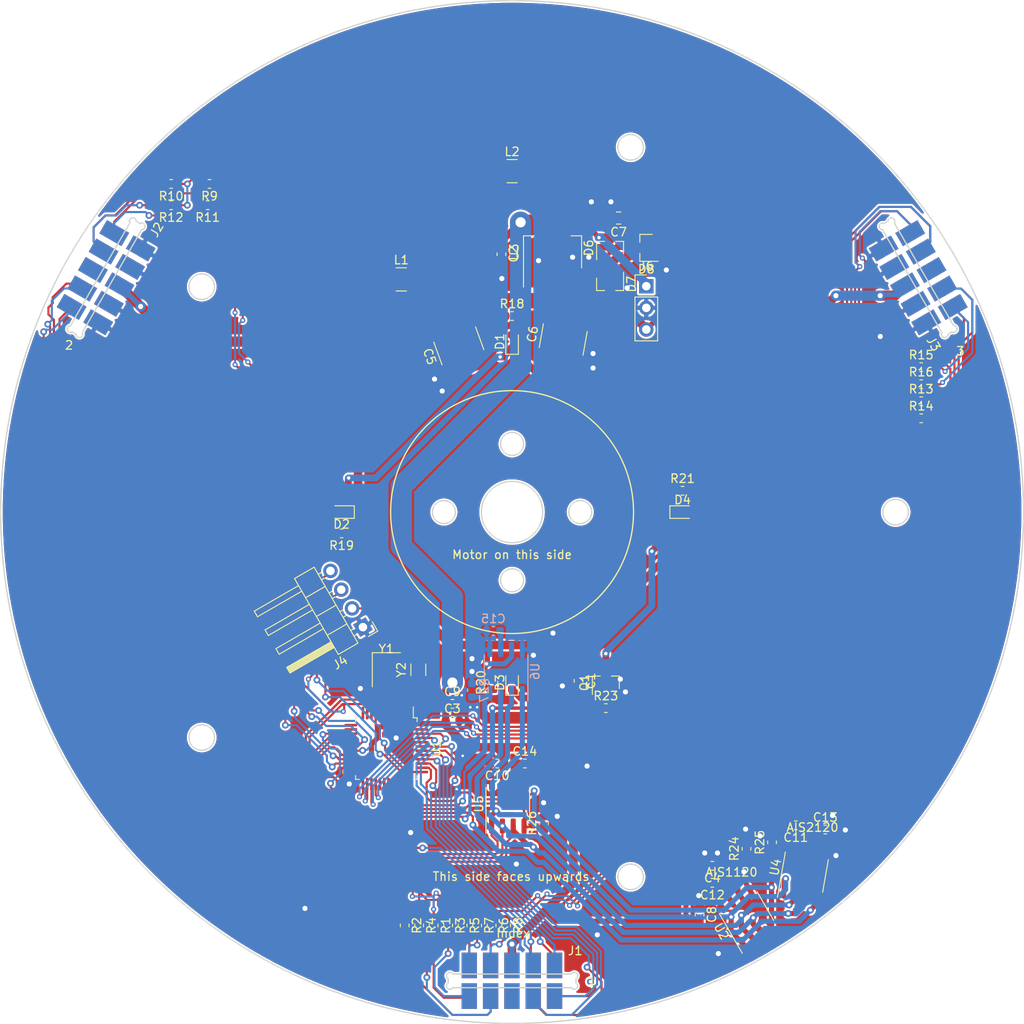
<source format=kicad_pcb>
(kicad_pcb (version 20201002) (generator pcbnew)

  (general
    (thickness 1.6)
  )

  (paper "A4")
  (layers
    (0 "F.Cu" signal)
    (31 "B.Cu" signal)
    (32 "B.Adhes" user "B.Adhesive")
    (33 "F.Adhes" user "F.Adhesive")
    (34 "B.Paste" user)
    (35 "F.Paste" user)
    (36 "B.SilkS" user "B.Silkscreen")
    (37 "F.SilkS" user "F.Silkscreen")
    (38 "B.Mask" user)
    (39 "F.Mask" user)
    (40 "Dwgs.User" user "User.Drawings")
    (41 "Cmts.User" user "User.Comments")
    (42 "Eco1.User" user "User.Eco1")
    (43 "Eco2.User" user "User.Eco2")
    (44 "Edge.Cuts" user)
    (45 "Margin" user)
    (46 "B.CrtYd" user "B.Courtyard")
    (47 "F.CrtYd" user "F.Courtyard")
    (48 "B.Fab" user)
    (49 "F.Fab" user)
  )

  (setup
    (stackup
      (layer "F.SilkS" (type "Top Silk Screen"))
      (layer "F.Paste" (type "Top Solder Paste"))
      (layer "F.Mask" (type "Top Solder Mask") (color "Green") (thickness 0.01))
      (layer "F.Cu" (type "copper") (thickness 0.035))
      (layer "dielectric 1" (type "core") (thickness 1.51) (material "FR4") (epsilon_r 4.5) (loss_tangent 0.02))
      (layer "B.Cu" (type "copper") (thickness 0.035))
      (layer "B.Mask" (type "Bottom Solder Mask") (color "Green") (thickness 0.01))
      (layer "B.Paste" (type "Bottom Solder Paste"))
      (layer "B.SilkS" (type "Bottom Silk Screen"))
      (copper_finish "None")
      (dielectric_constraints no)
    )
    (pcbplotparams
      (layerselection 0x00010fc_ffffffff)
      (usegerberextensions false)
      (usegerberattributes true)
      (usegerberadvancedattributes true)
      (creategerberjobfile true)
      (svguseinch false)
      (svgprecision 6)
      (excludeedgelayer true)
      (linewidth 0.100000)
      (plotframeref false)
      (viasonmask false)
      (mode 1)
      (useauxorigin false)
      (hpglpennumber 1)
      (hpglpenspeed 20)
      (hpglpendiameter 15.000000)
      (psnegative false)
      (psa4output false)
      (plotreference true)
      (plotvalue true)
      (plotinvisibletext false)
      (sketchpadsonfab false)
      (subtractmaskfromsilk false)
      (outputformat 1)
      (mirror false)
      (drillshape 1)
      (scaleselection 1)
      (outputdirectory "")
    )
  )


  (net 0 "")
  (net 1 "GND")
  (net 2 "+3V3")
  (net 3 "Net-(C4-Pad1)")
  (net 4 "/DC_PREREG")
  (net 5 "Net-(D1-Pad2)")
  (net 6 "Net-(D2-Pad2)")
  (net 7 "Net-(D3-Pad2)")
  (net 8 "Net-(D4-Pad2)")
  (net 9 "/AC_IN_B")
  (net 10 "/AC_IN_A")
  (net 11 "/mesh_vert0up_0s")
  (net 12 "/mesh_vert0up_1s")
  (net 13 "/mesh_vert0up_1r")
  (net 14 "/mesh_vert0up_0r")
  (net 15 "/mesh_top_0r")
  (net 16 "/mesh_top_1r")
  (net 17 "/mesh_top_1s")
  (net 18 "/mesh_top_0s")
  (net 19 "Net-(J1-Pad3)")
  (net 20 "Net-(J1-Pad13)")
  (net 21 "/mesh_vert0dn_0s")
  (net 22 "Net-(J2-Pad3)")
  (net 23 "Net-(J2-Pad13)")
  (net 24 "/mesh_vert0dn_1s")
  (net 25 "/mesh_vert0dn_1r")
  (net 26 "/mesh_vert0dn_0r")
  (net 27 "/mesh_bot_0r")
  (net 28 "/mesh_bot_1r")
  (net 29 "Net-(J3-Pad3)")
  (net 30 "Net-(J3-Pad13)")
  (net 31 "/mesh_bot_1s")
  (net 32 "/mesh_bot_0s")
  (net 33 "/mesh_vert1up_0s")
  (net 34 "/mesh_vert1up_1s")
  (net 35 "/mesh_vert1up_1r")
  (net 36 "/mesh_vert1up_0r")
  (net 37 "/mesh_vert1dn_0s")
  (net 38 "/mesh_vert1dn_1s")
  (net 39 "/mesh_vert1dn_1r")
  (net 40 "/mesh_vert1dn_0r")
  (net 41 "/mesh_vert2up_0s")
  (net 42 "/mesh_vert2up_1s")
  (net 43 "/mesh_vert2up_1r")
  (net 44 "/mesh_vert2up_0r")
  (net 45 "/mesh_vert2dn_0s")
  (net 46 "/mesh_vert2dn_1s")
  (net 47 "/mesh_vert2dn_1r")
  (net 48 "/mesh_vert2dn_0r")
  (net 49 "/SWCLK")
  (net 50 "/SWDIO")
  (net 51 "/mesh_global_stim_0s")
  (net 52 "/mesh_global_stim_1s")
  (net 53 "/LED_TX")
  (net 54 "Net-(U1-Pad14)")
  (net 55 "Net-(U1-Pad36)")
  (net 56 "Net-(U1-Pad35)")
  (net 57 "/DBG_SENSE")
  (net 58 "/MOSI")
  (net 59 "/MISO")
  (net 60 "/SCK")
  (net 61 "/DBG_RX")
  (net 62 "/DBG_TX")
  (net 63 "/XT_HSE_B")
  (net 64 "/XT_HSE_A")
  (net 65 "/XT_LSE_B")
  (net 66 "/XT_LSE_A")
  (net 67 "Net-(U1-Pad2)")
  (net 68 "Net-(C13-Pad1)")
  (net 69 "Net-(C14-Pad1)")
  (net 70 "Net-(C15-Pad1)")
  (net 71 "/~AIS_CS1")
  (net 72 "/~AIS_CS2")
  (net 73 "/~AIS_CS3")
  (net 74 "/~AIS_CS4")
  (net 75 "Net-(D1-Pad1)")
  (net 76 "Net-(Q1-Pad1)")

  (module "Resistor_SMD:R_0603_1608Metric" (layer "F.Cu") (tedit 5B301BBD) (tstamp 0030cca1-9e37-4d03-b81b-3d50a8e5848f)
    (at 144.2 148.5 -90)
    (descr "Resistor SMD 0603 (1608 Metric), square (rectangular) end terminal, IPC_7351 nominal, (Body size source: http://www.tortai-tech.com/upload/download/2011102023233369053.pdf), generated with kicad-footprint-generator")
    (tags "resistor")
    (property "Reichelt" "Stock")
    (property "Sheet file" "C:/Users/jaseg/Documents/rotohsm/mech_pcbs/rotor_base_pcb/rotor_base_pcb.kicad_sch")
    (property "Sheet name" "")
    (path "/61f19ebe-0ac5-4fe8-b7f0-91569091e23e")
    (attr smd)
    (fp_text reference "R5" (at 0 -1.43 90) (layer "F.SilkS")
      (effects (font (size 1 1) (thickness 0.15)))
      (tstamp 0240228c-5741-4203-8b1a-b5e210381551)
    )
    (fp_text value "0" (at 0 1.43 90) (layer "F.Fab")
      (effects (font (size 1 1) (thickness 0.15)))
      (tstamp 494c99d1-8d06-4bcd-a800-dee52ece3918)
    )
    (fp_text user "${REFERENCE}" (at 0 0 90) (layer "F.Fab")
      (effects (font (size 0.4 0.4) (thickness 0.06)))
      (tstamp f9731ee6-f0c5-47c1-8480-863dcdbef0b6)
    )
    (fp_line (start -0.162779 -0.51) (end 0.162779 -0.51) (layer "F.SilkS") (width 0.12) (tstamp 571fbc79-3820-48a7-948e-5577186f9abc))
    (fp_line (start -0.162779 0.51) (end 0.162779 0.51) (layer "F.SilkS") (width 0.12) (tstamp 66faa2f9-768b-4cd7-8711-182075787a3b))
    (fp_line (start -1.48 -0.73) (end 1.48 -0.73) (layer "F.CrtYd") (width 0.05) (tstamp 1d741510-3946-4669-b8e7-882068d0b7b8))
    (fp_line (start -1.48 0.73) (end -1.48 -0.73) (layer "F.CrtYd") (width 0.05) (tstamp 31428b17-05f2-40a0-860c-c79c8f22b84f))
    (fp_line (start 1.48 0.73) (end -1.48 0.73) (layer "F.CrtYd") (width 0.05) (tstamp 851a66f0-f757-4564-b04b-65ebf696cc36))
    (fp_line (start 1.48 -0.73) (end 1.48 0.73) (layer "F.CrtYd") (width 0.05) (tstamp d15ed120-23fb-4ed0-8571-a09a9f07bb4d))
    (fp_line (start -0.8 0.4) (end -0.8 -0.4) (layer "F.Fab") (width 0.1) (tstamp 545fcbe3-fbf5-48f6-ab66-af70e4a3af81))
    (fp_line (start 0.8 0.4) (end -0.8 0.4) (layer "F.Fab") (width 0.1) (tstamp d0e12057-9e9f-495b-9044-d56eb00f380b))
    (fp_line (start 0.8 -0.4) (end 0.8 0.4) (layer "F.Fab") (width 0.1) (tstamp e8a5e9c1-f119-4e70-89d7-cae52f7951cc))
    (fp_line (start -0.8 -0.4) (end 0.8 -0.4) (layer "F.Fab") (width 0.1) (tstamp f088be0a-2bf9-425a-a247-69983cb31ea2))
    (pad "1" smd roundrect (at -0.7875 0 270) (size 0.875 0.95) (layers "F.Cu" "F.Paste" "F.Mask") (roundrect_rratio 0.25)
      (net 51 "/mesh_global_stim_0s") (tstamp adb952be-4041-4103-b7f9-cb6af024063b))
    (pad "2" smd roundrect (at 0.7875 0 270) (size 0.875 0.95) (layers "F.Cu" "F.Paste" "F.Mask") (roundrect_rratio 0.25)
      (net 18 "/mesh_top_0s") (tstamp 82833057-5f4c-460d-9ca4-ebb22063cd63))
    (model "${KISYS3DMOD}/Resistor_SMD.3dshapes/R_0603_1608Metric.wrl"
      (offset (xyz 0 0 0))
      (scale (xyz 1 1 1))
      (rotate (xyz 0 0 0))
    )
  )

  (module "Resistor_SMD:R_0603_1608Metric" (layer "F.Cu") (tedit 5B301BBD) (tstamp 01b3040b-e05f-48b3-9a27-bb9b847bb9bd)
    (at 198 83)
    (descr "Resistor SMD 0603 (1608 Metric), square (rectangular) end terminal, IPC_7351 nominal, (Body size source: http://www.tortai-tech.com/upload/download/2011102023233369053.pdf), generated with kicad-footprint-generator")
    (tags "resistor")
    (property "Reichelt" "Stock")
    (property "Sheet file" "C:/Users/jaseg/Documents/rotohsm/mech_pcbs/rotor_base_pcb/rotor_base_pcb.kicad_sch")
    (property "Sheet name" "")
    (path "/5cf9b135-1ca8-48a6-8df3-29e6d5949c89")
    (attr smd)
    (fp_text reference "R15" (at 0 -1.43) (layer "F.SilkS")
      (effects (font (size 1 1) (thickness 0.15)))
      (tstamp 6592b437-19ee-41a5-b6c1-aab6f252b8b5)
    )
    (fp_text value "0" (at 0 1.43) (layer "F.Fab")
      (effects (font (size 1 1) (thickness 0.15)))
      (tstamp 1ffc3bae-5cbd-415f-b61f-e5575317b344)
    )
    (fp_text user "${REFERENCE}" (at 0 0) (layer "F.Fab")
      (effects (font (size 0.4 0.4) (thickness 0.06)))
      (tstamp 7ebf1744-21ee-43d8-a232-695c73c0e2f2)
    )
    (fp_line (start -0.162779 0.51) (end 0.162779 0.51) (layer "F.SilkS") (width 0.12) (tstamp 2d4893c4-46c9-4553-9aa0-1e4a8bbfb83f))
    (fp_line (start -0.162779 -0.51) (end 0.162779 -0.51) (layer "F.SilkS") (width 0.12) (tstamp f2348551-65d8-49dd-a50c-f7ed17395a51))
    (fp_line (start 1.48 0.73) (end -1.48 0.73) (layer "F.CrtYd") (width 0.05) (tstamp 5b8e3b0d-b549-463b-bc0a-adca3b4d3aa9))
    (fp_line (start -1.48 0.73) (end -1.48 -0.73) (layer "F.CrtYd") (width 0.05) (tstamp 786e7eaa-8ac1-45d6-91db-f3bb34ae2147))
    (fp_line (start -1.48 -0.73) (end 1.48 -0.73) (layer "F.CrtYd") (width 0.05) (tstamp 977e148d-da6b-4db1-8221-e9d2d6550e98))
    (fp_line (start 1.48 -0.73) (end 1.48 0.73) (layer "F.CrtYd") (width 0.05) (tstamp af516cd1-9c8c-450c-8756-e7353f8cd030))
    (fp_line (start 0.8 -0.4) (end 0.8 0.4) (layer "F.Fab") (width 0.1) (tstamp 0ef39109-e592-4d2a-89ca-8e4a5e9ba46d))
    (fp_line (start -0.8 0.4) (end -0.8 -0.4) (layer "F.Fab") (width 0.1) (tstamp 766eaaca-3f62-468d-a483-b208d6758ec0))
    (fp_line (start 0.8 0.4) (end -0.8 0.4) (layer "F.Fab") (width 0.1) (tstamp 8d525ba2-2b4d-46b4-a044-be2717b3a984))
    (fp_line (start -0.8 -0.4) (end 0.8 -0.4) (layer "F.Fab") (width 0.1) (tstamp e4d0fdbf-b157-4be8-b308-3df04e2e280e))
    (pad "1" smd roundrect (at -0.7875 0) (size 0.875 0.95) (layers "F.Cu" "F.Paste" "F.Mask") (roundrect_rratio 0.25)
      (net 51 "/mesh_global_stim_0s") (tstamp ac7b2888-e4a3-4ca4-b3f4-c9446f0e65dc))
    (pad "2" smd roundrect (at 0.7875 0) (size 0.875 0.95) (layers "F.Cu" "F.Paste" "F.Mask") (roundrect_rratio 0.25)
      (net 45 "/mesh_vert2dn_0s") (tstamp d5c13bdd-c5a4-4c28-8f19-5ee15c8331f0))
    (model "${KISYS3DMOD}/Resistor_SMD.3dshapes/R_0603_1608Metric.wrl"
      (offset (xyz 0 0 0))
      (scale (xyz 1 1 1))
      (rotate (xyz 0 0 0))
    )
  )

  (module "Package_SO:SO-8_3.9x4.9mm_P1.27mm" (layer "F.Cu") (tedit 5C509AD1) (tstamp 066c9a90-9350-41f0-ad84-21ee45290216)
    (at 149.5 134.25 90)
    (descr "SO, 8 Pin (https://www.nxp.com/docs/en/data-sheet/PCF8523.pdf), generated with kicad-footprint-generator ipc_gullwing_generator.py")
    (tags "SO SO")
    (property "Reichelt" "Stock (TBD)")
    (property "Sheet file" "C:/Users/jaseg/Documents/rotohsm/mech_pcbs/rotor_base_pcb/rotor_base_pcb.kicad_sch")
    (property "Sheet name" "")
    (path "/7a0d0b5b-1bd2-4cc3-a5a0-d174fe6f3ae2")
    (attr smd)
    (fp_text reference "U5" (at 0 -3.4 90) (layer "F.SilkS")
      (effects (font (size 1 1) (thickness 0.15)))
      (tstamp 90b233d6-8dd2-410e-aee6-2272541b8b14)
    )
    (fp_text value "AIS1120SX" (at 0 3.4 90) (layer "F.Fab")
      (effects (font (size 1 1) (thickness 0.15)))
      (tstamp 8f9e5192-95a7-4eab-befe-4171c8164690)
    )
    (fp_text user "${REFERENCE}" (at 0 0 90) (layer "F.Fab")
      (effects (font (size 0.98 0.98) (thickness 0.15)))
      (tstamp 6e06573f-29b9-4290-bf36-69c951fcb081)
    )
    (fp_line (start 0 -2.56) (end 1.95 -2.56) (layer "F.SilkS") (width 0.12) (tstamp 150761a3-0ec6-409e-803a-173b9e44b66d))
    (fp_line (start 0 2.56) (end 1.95 2.56) (layer "F.SilkS") (width 0.12) (tstamp b567f7ae-d4ab-4db5-9998-d1ff64d4e661))
    (fp_line (start 0 2.56) (end -1.95 2.56) (layer "F.SilkS") (width 0.12) (tstamp bfa6a967-94b7-4a66-89e2-5eaf09e4a86b))
    (fp_line (start 0 -2.56) (end -3.45 -2.56) (layer "F.SilkS") (width 0.12) (tstamp c86ea067-d4cd-43c9-a7ae-3e865acd2dd8))
    (fp_line (start -3.7 2.7) (end 3.7 2.7) (layer "F.CrtYd") (width 0.05) (tstamp b65922a7-052e-4c7f-8e24-ee50368ac0b3))
    (fp_line (start 3.7 -2.7) (end -3.7 -2.7) (layer "F.CrtYd") (width 0.05) (tstamp c05becfd-92d8-4db8-8128-483c075c1806))
    (fp_line (start 3.7 2.7) (end 3.7 -2.7) (layer "F.CrtYd") (width 0.05) (tstamp c9290d68-dbd6-4c35-a7ff-67aa2fcf75a8))
    (fp_line (start -3.7 -2.7) (end -3.7 2.7) (layer "F.CrtYd") (width 0.05) (tstamp ec83bbb2-9f2d-448b-a666-4003df2d273e))
    (fp_line (start -1.95 2.45) (end -1.95 -1.475) (layer "F.Fab") (width 0.1) (tstamp 22126fa2-00ba-45c8-b575-4fe3ee0f2718))
    (fp_line (start 1.95 2.45) (end -1.95 2.45) (layer "F.Fab") (width 0.1) (tstamp 98791076-f04c-4552-9a15-df54008eb004))
    (fp_line (start 1.95 -2.45) (end 1.95 2.45) (layer "F.Fab") (width 0.1) (tstamp cf9799f7-ed0d-4a2a-91d3-6201a1fd8084))
    (fp_line (start -1.95 -1.475) (end -0.975 -2.45) (layer "F.Fab") (width 0.1) (tstamp d38443ae-b07c-436c-8b32-b4d362f0d4ab))
    (fp_line (start -0.975 -2.45) (end 1.95 -2.45) (layer "F.Fab") (width 0.1) (tstamp e79a88c3-63ef-4ce3-b02b-6438edde1169))
    (pad "1" smd roundrect (at -2.575 -1.905 90) (size 1.75 0.6) (layers "F.Cu" "F.Paste" "F.Mask") (roundrect_rratio 0.25)
      (net 60 "/SCK") (pinfunction "SCL") (tstamp 26e105ab-ebe5-46f3-9c00-5bc8c73d82a8))
    (pad "2" smd roundrect (at -2.575 -0.635 90) (size 1.75 0.6) (layers "F.Cu" "F.Paste" "F.Mask") (roundrect_rratio 0.25)
      (net 58 "/MOSI") (pinfunction "SDI") (tstamp 7deeaf64-e678-49f1-b1a5-10ba0369a3b5))
    (pad "3" smd roundrect (at -2.575 0.635 90) (size 1.75 0.6) (layers "F.Cu" "F.Paste" "F.Mask") (roundrect_rratio 0.25)
      (net 59 "/MISO") (pinfunction "SDO") (tstamp 53e3a129-c41b-4ecb-9be3-5af79a651b09))
    (pad "4" smd roundrect (at -2.575 1.905 90) (size 1.75 0.6) (layers "F.Cu" "F.Paste" "F.Mask") (roundrect_rratio 0.25)
      (net 73 "/~AIS_CS3") (pinfunction "CS") (tstamp de603224-b93c-49c9-866b-1c62c2c3276c))
    (pad "5" smd roundrect (at 2.575 1.905 90) (size 1.75 0.6) (layers "F.Cu" "F.Paste" "F.Mask") (roundrect_rratio 0.25)
      (net 1 "GND") (pinfunction "GND") (tstamp fed33bf7-6115-425a-81c0-cc71e7dace73))
    (pad "6" smd roundrect (at 2.575 0.635 90) (size 1.75 0.6) (layers "F.Cu" "F.Paste" "F.Mask") (roundrect_rratio 0.25)
      (net 69 "Net-(C14-Pad1)") (pinfunction "VREG") (tstamp 75df39e3-8081-4f0f-95b0-9203859f509d))
    (pad "7" smd roundrect (at 2.575 -0.635 90) (size 1.75 0.6) (layers "F.Cu" "F.Paste" "F.Mask") (roundrect_rratio 0.25)
      (net 2 "+3V3") (pinfunction "VDD") (tstamp 603eb265-dc65-4d61-8fd0-35e59736d4db))
    (pad "8" smd roundrect (at 2.575 -1.905 90) (size 1.75 0.6) (layers "F.Cu" "F.Paste" "F.Mask") (roundrect_rratio 0.25)
      (net 1 "GND") (pinfunction "MP") (tstamp 49be4cd1-9aa4-4bc3-bab5-2df64e5b67d7))
    (model "${KISYS3DMOD}/Package_SO.3dshapes/SO-8_3.9x4.9mm_P1.27mm.wrl"
      (offset (xyz 0 0 0))
      (scale (xyz 1 1 1))
      (rotate (xyz 0 0 0))
    )
  )

  (module "Resistor_SMD:R_0603_1608Metric" (layer "F.Cu") (tedit 5B301BBD) (tstamp 0a44c48b-df19-47e8-b0ed-ff131e6ce16c)
    (at 149.3 148.5 -90)
    (descr "Resistor SMD 0603 (1608 Metric), square (rectangular) end terminal, IPC_7351 nominal, (Body size source: http://www.tortai-tech.com/upload/download/2011102023233369053.pdf), generated with kicad-footprint-generator")
    (tags "resistor")
    (property "Reichelt" "Stock")
    (property "Sheet file" "C:/Users/jaseg/Documents/rotohsm/mech_pcbs/rotor_base_pcb/rotor_base_pcb.kicad_sch")
    (property "Sheet name" "")
    (path "/c47d523e-a80c-48c2-a3c9-6a9c96e3ddc6")
    (attr smd)
    (fp_text reference "R8" (at 0 -1.43 90) (layer "F.SilkS")
      (effects (font (size 1 1) (thickness 0.15)))
      (tstamp 12dbb2c5-6d0b-42b5-a88f-f7bbbe07bc79)
    )
    (fp_text value "0" (at 0 1.43 90) (layer "F.Fab")
      (effects (font (size 1 1) (thickness 0.15)))
      (tstamp 929f49ae-ac2e-47fb-a6f1-5f7e44c43589)
    )
    (fp_text user "${REFERENCE}" (at 0 0 90) (layer "F.Fab")
      (effects (font (size 0.4 0.4) (thickness 0.06)))
      (tstamp ca763d7a-76f6-4bdf-bea2-544ccadc5678)
    )
    (fp_line (start -0.162779 -0.51) (end 0.162779 -0.51) (layer "F.SilkS") (width 0.12) (tstamp 2a1c1a9f-17ab-425a-bc07-b53cad0c7158))
    (fp_line (start -0.162779 0.51) (end 0.162779 0.51) (layer "F.SilkS") (width 0.12) (tstamp 4e44d27a-6de3-440b-9ca9-0133daca3455))
    (fp_line (start 1.48 -0.73) (end 1.48 0.73) (layer "F.CrtYd") (width 0.05) (tstamp 2e3605d3-8b27-4fc4-9835-b7838876f5fb))
    (fp_line (start -1.48 0.73) (end -1.48 -0.73) (layer "F.CrtYd") (width 0.05) (tstamp a0d163be-b27c-4f06-9f51-c8e89ae12028))
    (fp_line (start 1.48 0.73) (end -1.48 0.73) (layer "F.CrtYd") (width 0.05) (tstamp a3b39d80-75f0-453c-adec-b32e8eb67ea7))
    (fp_line (start -1.48 -0.73) (end 1.48 -0.73) (layer "F.CrtYd") (width 0.05) (tstamp e29c2ae6-eae1-4ecb-9f5f-2c9c0145fca0))
    (fp_line (start -0.8 -0.4) (end 0.8 -0.4) (layer "F.Fab") (width 0.1) (tstamp 02daf059-6da1-4364-9275-bfa23240aec2))
    (fp_line (start -0.8 0.4) (end -0.8 -0.4) (layer "F.Fab") (width 0.1) (tstamp 0d560913-4951-4f85-b4f5-cf97d0d5dbce))
    (fp_line (start 0.8 0.4) (end -0.8 0.4) (layer "F.Fab") (width 0.1) (tstamp 68d02529-f09d-49f4-a52f-6a587300546b))
    (fp_line (start 0.8 -0.4) (end 0.8 0.4) (layer "F.Fab") (width 0.1) (tstamp 9ee05ead-e085-4797-9697-7a7de833b631))
    (pad "1" smd roundrect (at -0.7875 0 270) (size 0.875 0.95) (layers "F.Cu" "F.Paste" "F.Mask") (roundrect_rratio 0.25)
      (net 52 "/mesh_global_stim_1s") (tstamp df05cebc-8d6f-4bb4-bcb9-33229cf3316c))
    (pad "2" smd roundrect (at 0.7875 0 270) (size 0.875 0.95) (layers "F.Cu" "F.Paste" "F.Mask") (roundrect_rratio 0.25)
      (net 31 "/mesh_bot_1s") (tstamp 69bdcb64-b624-4210-9a88-b5ab9f50781b))
    (model "${KISYS3DMOD}/Resistor_SMD.3dshapes/R_0603_1608Metric.wrl"
      (offset (xyz 0 0 0))
      (scale (xyz 1 1 1))
      (rotate (xyz 0 0 0))
    )
  )

  (module "Capacitor_SMD:C_0603_1608Metric" (layer "F.Cu") (tedit 5B301BBE) (tstamp 1456e116-33d8-4df6-84a5-06083aba6b03)
    (at 173.5 143.5 180)
    (descr "Capacitor SMD 0603 (1608 Metric), square (rectangular) end terminal, IPC_7351 nominal, (Body size source: http://www.tortai-tech.com/upload/download/2011102023233369053.pdf), generated with kicad-footprint-generator")
    (tags "capacitor")
    (property "Reichelt" "X7R-G0603 100N")
    (property "Sheet file" "C:/Users/jaseg/Documents/rotohsm/mech_pcbs/rotor_base_pcb/rotor_base_pcb.kicad_sch")
    (property "Sheet name" "")
    (path "/66f86923-ef92-42a1-922e-41f32db77f54")
    (attr smd)
    (fp_text reference "C12" (at 0 -1.43) (layer "F.SilkS")
      (effects (font (size 1 1) (thickness 0.15)))
      (tstamp be1f3e9f-4b26-4183-b31a-fdc74417bba2)
    )
    (fp_text value "100n" (at 0 1.43) (layer "F.Fab")
      (effects (font (size 1 1) (thickness 0.15)))
      (tstamp 761efba8-c66f-4f14-bccd-c5fa6d3fff1f)
    )
    (fp_text user "${REFERENCE}" (at 0 0) (layer "F.Fab")
      (effects (font (size 0.4 0.4) (thickness 0.06)))
      (tstamp 4b1ff772-090f-4396-94b7-bce416b713a4)
    )
    (fp_line (start -0.162779 -0.51) (end 0.162779 -0.51) (layer "F.SilkS") (width 0.12) (tstamp 21ed1746-72a9-4547-a3f2-f53d38bb7a1e))
    (fp_line (start -0.162779 0.51) (end 0.162779 0.51) (layer "F.SilkS") (width 0.12) (tstamp c2af6ccc-08e5-4411-a7db-3b7179aec586))
    (fp_line (start 1.48 0.73) (end -1.48 0.73) (layer "F.CrtYd") (width 0.05) (tstamp 691fdcca-151c-430f-bf8b-b85b982299c5))
    (fp_line (start 1.48 -0.73) (end 1.48 0.73) (layer "F.CrtYd") (width 0.05) (tstamp 72e2933d-5dfe-4aa4-8b6b-a98bfce3c079))
    (fp_line (start -1.48 -0.73) (end 1.48 -0.73) (layer "F.CrtYd") (width 0.05) (tstamp a10ebc9b-5eb1-459b-b8c7-1a0fef683819))
    (fp_line (start -1.48 0.73) (end -1.48 -0.73) (layer "F.CrtYd") (width 0.05) (tstamp fad550dd-4223-4e41-a433-6c1479d519be))
    (fp_line (start 0.8 0.4) (end -0.8 0.4) (layer "F.Fab") (width 0.1) (tstamp 5abcfb5b-68ef-40fd-b2b1-47617c639276))
    (fp_line (start -0.8 0.4) (end -0.8 -0.4) (layer "F.Fab") (width 0.1) (tstamp 759cb160-2cd2-43b7-94b9-ac7be38d1388))
    (fp_line (start 0.8 -0.4) (end 0.8 0.4) (layer "F.Fab") (width 0.1) (tstamp 8aa65a2c-975d-4f04-b410-1bad34918465))
    (fp_line (start -0.8 -0.4) (end 0.8 -0.4) (layer "F.Fab") (width 0.1) (tstamp ff9bb5b1-25b1-4323-b1f3-ae7ae91f1c9a))
    (pad "1" smd roundrect (at -0.7875 0 180) (size 0.875 0.95) (layers "F.Cu" "F.Paste" "F.Mask") (roundrect_rratio 0.25)
      (net 2 "+3V3") (tstamp e169bb95-57f8-40f2-b3a0-09a31a841c8f))
    (pad "2" smd roundrect (at 0.7875 0 180) (size 0.875 0.95) (layers "F.Cu" "F.Paste" "F.Mask") (roundrect_rratio 0.25)
      (net 1 "GND") (tstamp 4bc5b079-53f1-4594-ad04-d0b725325ea6))
    (model "${KISYS3DMOD}/Capacitor_SMD.3dshapes/C_0603_1608Metric.wrl"
      (offset (xyz 0 0 0))
      (scale (xyz 1 1 1))
      (rotate (xyz 0 0 0))
    )
  )

  (module "Resistor_SMD:R_0603_1608Metric" (layer "F.Cu") (tedit 5B301BBD) (tstamp 1cd8ef96-8852-4638-8dfe-8ded60024234)
    (at 177.5 139.5 90)
    (descr "Resistor SMD 0603 (1608 Metric), square (rectangular) end terminal, IPC_7351 nominal, (Body size source: http://www.tortai-tech.com/upload/download/2011102023233369053.pdf), generated with kicad-footprint-generator")
    (tags "resistor")
    (property "DNP" "DNP")
    (property "Reichelt" "Stock")
    (property "Sheet file" "C:/Users/jaseg/Documents/rotohsm/mech_pcbs/rotor_base_pcb/rotor_base_pcb.kicad_sch")
    (property "Sheet name" "")
    (path "/6f847c9b-c54d-4385-ab17-477eb2ded7cd")
    (attr smd)
    (fp_text reference "R24" (at 0 -1.43 90) (layer "F.SilkS")
      (effects (font (size 1 1) (thickness 0.15)))
      (tstamp 99322d28-8f58-4c42-b87d-30f4fe231ab0)
    )
    (fp_text value "47k" (at 0 1.43 90) (layer "F.Fab")
      (effects (font (size 1 1) (thickness 0.15)))
      (tstamp 0095b5ca-d083-4cfd-b5b7-6f725e2f91da)
    )
    (fp_text user "${REFERENCE}" (at 0 0 90) (layer "F.Fab")
      (effects (font (size 0.4 0.4) (thickness 0.06)))
      (tstamp 06a151e1-fa72-48ae-96da-e9d3b36e82f4)
    )
    (fp_line (start -0.162779 -0.51) (end 0.162779 -0.51) (layer "F.SilkS") (width 0.12) (tstamp 6ff02d36-c8f2-4709-9d17-247d2ad531fb))
    (fp_line (start -0.162779 0.51) (end 0.162779 0.51) (layer "F.SilkS") (width 0.12) (tstamp faf6cc3d-b6bc-4cb8-803b-e19d8e344bc9))
    (fp_line (start 1.48 -0.73) (end 1.48 0.73) (layer "F.CrtYd") (width 0.05) (tstamp 54eaf4bd-b109-4c54-894a-ceb3bd5eabf9))
    (fp_line (start -1.48 0.73) (end -1.48 -0.73) (layer "F.CrtYd") (width 0.05) (tstamp 61ca11a6-3597-44fe-9e6f-f3e7abb74c11))
    (fp_line (start 1.48 0.73) (end -1.48 0.73) (layer "F.CrtYd") (width 0.05) (tstamp 853b5139-9c65-4a02-b37b-da6da815ea43))
    (fp_line (start -1.48 -0.73) (end 1.48 -0.73) (layer "F.CrtYd") (width 0.05) (tstamp e041cf72-ce77-4d07-81f6-8653164230fa))
    (fp_line (start -0.8 0.4) (end -0.8 -0.4) (layer "F.Fab") (width 0.1) (tstamp 2c75b438-712d-45c8-8730-7f57948ebd32))
    (fp_line (start 0.8 -0.4) (end 0.8 0.4) (layer "F.Fab") (width 0.1) (tstamp 6b8b1711-8f01-495f-a2d3-a356395420f4))
    (fp_line (start -0.8 -0.4) (end 0.8 -0.4) (layer "F.Fab") (width 0.1) (tstamp 8b1288c5-fa82-4be1-85cd-5381759fe951))
    (fp_line (start 0.8 0.4) (end -0.8 0.4) (layer "F.Fab") (width 0.1) (tstamp ba4ec1a1-aeb3-4964-be21-e051bdb9fb61))
    (pad "1" smd roundrect (at -0.7875 0 90) (size 0.875 0.95) (layers "F.Cu" "F.Paste" "F.Mask") (roundrect_rratio 0.25)
      (net 71 "/~AIS_CS1") (tstamp 89c0d4f5-bbb8-47a4-9124-f40be182138a))
    (pad "2" smd roundrect (at 0.7875 0 90) (size 0.875 0.95) (layers "F.Cu" "F.Paste" "F.Mask") (roundrect_rratio 0.25)
      (net 1 "GND") (tstamp ddd7376c-25a4-4d58-80ce-e6bb02da2d2f))
    (model "${KISYS3DMOD}/Resistor_SMD.3dshapes/R_0603_1608Metric.wrl"
      (offset (xyz 0 0 0))
      (scale (xyz 1 1 1))
      (rotate (xyz 0 0 0))
    )
  )

  (module "Resistor_SMD:R_0603_1608Metric" (layer "F.Cu") (tedit 5B301BBD) (tstamp 1f317944-62c0-4291-8896-9016a97d0664)
    (at 161 123)
    (descr "Resistor SMD 0603 (1608 Metric), square (rectangular) end terminal, IPC_7351 nominal, (Body size source: http://www.tortai-tech.com/upload/download/2011102023233369053.pdf), generated with kicad-footprint-generator")
    (tags "resistor")
    (property "Reichelt" "Stock")
    (property "Sheet file" "C:/Users/jaseg/Documents/rotohsm/mech_pcbs/rotor_base_pcb/rotor_base_pcb.kicad_sch")
    (property "Sheet name" "")
    (path "/022ba49e-05fc-4b00-baf0-d6f0bd12e5c7")
    (attr smd)
    (fp_text reference "R23" (at 0 -1.43) (layer "F.SilkS")
      (effects (font (size 1 1) (thickness 0.15)))
      (tstamp e400f15f-c2ac-4bfc-838a-85ef8369f34a)
    )
    (fp_text value "1k" (at 0 1.43) (layer "F.Fab")
      (effects (font (size 1 1) (thickness 0.15)))
      (tstamp 183ad681-1031-44eb-91f3-f79622af1f8a)
    )
    (fp_text user "${REFERENCE}" (at 0 0) (layer "F.Fab")
      (effects (font (size 0.4 0.4) (thickness 0.06)))
      (tstamp 649a6d9d-d0be-4fda-8421-9049f5c24bc9)
    )
    (fp_line (start -0.162779 -0.51) (end 0.162779 -0.51) (layer "F.SilkS") (width 0.12) (tstamp 0385bda5-836a-4164-bb12-ad2c18b404a5))
    (fp_line (start -0.162779 0.51) (end 0.162779 0.51) (layer "F.SilkS") (width 0.12) (tstamp db5089d2-feaa-46b3-8a08-eb3555abc6c1))
    (fp_line (start -1.48 0.73) (end -1.48 -0.73) (layer "F.CrtYd") (width 0.05) (tstamp 22b3dbe4-4a81-4cca-9cc0-fb21d7efd4e0))
    (fp_line (start 1.48 0.73) (end -1.48 0.73) (layer "F.CrtYd") (width 0.05) (tstamp 78be639d-90b0-4d80-921b-2c6105bb96f1))
    (fp_line (start 1.48 -0.73) (end 1.48 0.73) (layer "F.CrtYd") (width 0.05) (tstamp 975b71d7-596f-4e55-b18e-f41cc32fe1c6))
    (fp_line (start -1.48 -0.73) (end 1.48 -0.73) (layer "F.CrtYd") (width 0.05) (tstamp 9e5e9147-1ee5-4de5-85f7-56462da8b06a))
    (fp_line (start 0.8 -0.4) (end 0.8 0.4) (layer "F.Fab") (width 0.1) (tstamp 636e1bd9-8190-410f-80a7-a54bd1c855b4))
    (fp_line (start 0.8 0.4) (end -0.8 0.4) (layer "F.Fab") (width 0.1) (tstamp 82baa1a7-db00-4e75-a67a-da20c270ba44))
    (fp_line (start -0.8 0.4) (end -0.8 -0.4) (layer "F.Fab") (width 0.1) (tstamp b3601492-78b5-42c9-9628-1cb292d91c73))
    (fp_line (start -0.8 -0.4) (end 0.8 -0.4) (layer "F.Fab") (width 0.1) (tstamp f484c2af-f115-4a60-bce5-31701df8178f))
    (pad "1" smd roundrect (at -0.7875 0) (size 0.875 0.95) (layers "F.Cu" "F.Paste" "F.Mask") (roundrect_rratio 0.25)
      (net 53 "/LED_TX") (tstamp f73e3191-194c-491c-8b0e-ecf908255b5d))
    (pad "2" smd roundrect (at 0.7875 0) (size 0.875 0.95) (layers "F.Cu" "F.Paste" "F.Mask") (roundrect_rratio 0.25)
      (net 76 "Net-(Q1-Pad1)") (tstamp e90577c3-e47c-4911-be6b-3cdba1f44cfa))
    (model "${KISYS3DMOD}/Resistor_SMD.3dshapes/R_0603_1608Metric.wrl"
      (offset (xyz 0 0 0))
      (scale (xyz 1 1 1))
      (rotate (xyz 0 0 0))
    )
  )

  (module "Capacitor_SMD:C_0603_1608Metric" (layer "F.Cu") (tedit 5B301BBE) (tstamp 340e087d-b72f-44a3-b2ac-5095237b855e)
    (at 183.2875 136.75 180)
    (descr "Capacitor SMD 0603 (1608 Metric), square (rectangular) end terminal, IPC_7351 nominal, (Body size source: http://www.tortai-tech.com/upload/download/2011102023233369053.pdf), generated with kicad-footprint-generator")
    (tags "capacitor")
    (property "Reichelt" "X7R-G0603 100N")
    (property "Sheet file" "C:/Users/jaseg/Documents/rotohsm/mech_pcbs/rotor_base_pcb/rotor_base_pcb.kicad_sch")
    (property "Sheet name" "")
    (path "/18fb3743-49d4-4ed9-9a66-15606e400fe4")
    (attr smd)
    (fp_text reference "C11" (at 0 -1.43) (layer "F.SilkS")
      (effects (font (size 1 1) (thickness 0.15)))
      (tstamp 29f7a7c6-6ca2-40e8-b1d2-1739ef1f5b63)
    )
    (fp_text value "100n" (at 0 1.43) (layer "F.Fab")
      (effects (font (size 1 1) (thickness 0.15)))
      (tstamp dfc136ed-129c-4d62-932c-40520b742bca)
    )
    (fp_text user "${REFERENCE}" (at 0 0) (layer "F.Fab")
      (effects (font (size 0.4 0.4) (thickness 0.06)))
      (tstamp de3f294b-0bbf-4d3b-af4f-deb7314d1fe6)
    )
    (fp_line (start -0.162779 0.51) (end 0.162779 0.51) (layer "F.SilkS") (width 0.12) (tstamp 800b7cb0-ca7c-4697-8bc4-ab3d151186d6))
    (fp_line (start -0.162779 -0.51) (end 0.162779 -0.51) (layer "F.SilkS") (width 0.12) (tstamp 86094acc-612c-45ef-847e-e4bdd63ae49c))
    (fp_line (start 1.48 -0.73) (end 1.48 0.73) (layer "F.CrtYd") (width 0.05) (tstamp 3c12c534-2c39-4383-8054-59f8fd50a321))
    (fp_line (start 1.48 0.73) (end -1.48 0.73) (layer "F.CrtYd") (width 0.05) (tstamp 5fcc3ad2-6589-41a3-881b-84818ee8eb78))
    (fp_line (start -1.48 0.73) (end -1.48 -0.73) (layer "F.CrtYd") (width 0.05) (tstamp be1f0c97-d128-48e1-bed3-ecbc555ed4f7))
    (fp_line (start -1.48 -0.73) (end 1.48 -0.73) (layer "F.CrtYd") (width 0.05) (tstamp ec420738-4a05-45fe-978c-c221891b7ef7))
    (fp_line (start -0.8 -0.4) (end 0.8 -0.4) (layer "F.Fab") (width 0.1) (tstamp 2213d509-25a8-4e09-ab1d-035392053daa))
    (fp_line (start -0.8 0.4) (end -0.8 -0.4) (layer "F.Fab") (width 0.1) (tstamp 2e0a323e-1dcb-4ae9-90e8-c9d752e9b9f2))
    (fp_line (start 0.8 -0.4) (end 0.8 0.4) (layer "F.Fab") (width 0.1) (tstamp 686f202d-eae9-4811-b5f1-e0e667ed8b06))
    (fp_line (start 0.8 0.4) (end -0.8 0.4) (layer "F.Fab") (width 0.1) (tstamp 94c193ca-d229-44dd-97a7-82261db27eea))
    (pad "1" smd roundrect (at -0.7875 0 180) (size 0.875 0.95) (layers "F.Cu" "F.Paste" "F.Mask") (roundrect_rratio 0.25)
      (net 2 "+3V3") (tstamp 36770381-dbc8-4881-9678-590e8a6196ac))
    (pad "2" smd roundrect (at 0.7875 0 180) (size 0.875 0.95) (layers "F.Cu" "F.Paste" "F.Mask") (roundrect_rratio 0.25)
      (net 1 "GND") (tstamp 8b68c14e-04ef-445c-a1c5-56166c94e511))
    (model "${KISYS3DMOD}/Capacitor_SMD.3dshapes/C_0603_1608Metric.wrl"
      (offset (xyz 0 0 0))
      (scale (xyz 1 1 1))
      (rotate (xyz 0 0 0))
    )
  )

  (module "Package_TO_SOT_SMD:SOT-23" (layer "F.Cu") (tedit 5A02FF57) (tstamp 37774f63-fe71-4bd2-8f4f-72e65b37dbe2)
    (at 161.5 73.25 -90)
    (descr "SOT-23, Standard")
    (tags "SOT-23")
    (property "Reichelt" "BAT 64-04 INF")
    (property "Sheet file" "C:/Users/jaseg/Documents/rotohsm/mech_pcbs/rotor_base_pcb/rotor_base_pcb.kicad_sch")
    (property "Sheet name" "")
    (path "/5aee4248-535d-4f9c-a242-830a15891907")
    (attr smd)
    (fp_text reference "D7" (at 0 -2.5 90) (layer "F.SilkS")
      (effects (font (size 1 1) (thickness 0.15)))
      (tstamp ac8c7cd6-a022-4c8d-875a-1ccbe8d755e8)
    )
    (fp_text value "BAT64-04" (at 0 2.5 90) (layer "F.Fab")
      (effects (font (size 1 1) (thickness 0.15)))
      (tstamp d4001125-f87c-4442-9846-c515d3bc1c93)
    )
    (fp_text user "${REFERENCE}" (at 0 0) (layer "F.Fab")
      (effects (font (size 0.5 0.5) (thickness 0.075)))
      (tstamp e125238e-e812-4cf7-b795-cf4e5c48269c)
    )
    (fp_line (start 0.76 -1.58) (end 0.76 -0.65) (layer "F.SilkS") (width 0.12) (tstamp 577e8b9a-7988-4e7e-81f0-31e4a9df4482))
    (fp_line (start 0.76 1.58) (end -0.7 1.58) (layer "F.SilkS") (width 0.12) (tstamp 7a65f781-abf3-49e3-b09c-27385a9497ad))
    (fp_line (start 0.76 1.58) (end 0.76 0.65) (layer "F.SilkS") (width 0.12) (tstamp c072d028-dc17-4ec8-accf-7170ac0a1ff3))
    (fp_line (start 0.76 -1.58) (end -1.4 -1.58) (layer "F.SilkS") (width 0.12) (tstamp d1bdb979-dbd2-4414-9cc7-b0864ed19e30))
    (fp_line (start -1.7 1.75) (end -1.7 -1.75) (layer "F.CrtYd") (width 0.05) (tstamp 2d516228-013a-4dc0-9901-ecefb7b38f2d))
    (fp_line (start 1.7 1.75) (end -1.7 1.75) (layer "F.CrtYd") (width 0.05) (tstamp 7dbd5d45-1480-4ead-8add-f98020a94a5a))
    (fp_line (start -1.7 -1.75) (end 1.7 -1.75) (layer "F.CrtYd") (width 0.05) (tstamp 95d23499-1515-489a-8f75-29012b696829))
    (fp_line (start 1.7 -1.75) (end 1.7 1.75) (layer "F.CrtYd") (width 0.05) (tstamp feb83771-61d3-44fb-b687-3078d99f5b77))
    (fp_line (start -0.7 1.52) (end 0.7 1.52) (layer "F.Fab") (width 0.1) (tstamp 1d6ae35a-344c-4d8c-aa63-91accd82982a))
    (fp_line (start -0.15 -1.52) (end 0.7 -1.52) (layer "F.Fab") (width 0.1) (tstamp 42bafba0-53d7-4674-b8d2-c1aa9f47edde))
    (fp_line (start 0.7 -1.52) (end 0.7 1.52) (layer "F.Fab") (width 0.1) (tstamp 77044f72-bf3c-43ea-b48c-a3a270eeb76f))
    (fp_line (start -0.7 -0.95) (end -0.7 1.5) (layer "F.Fab") (width 0.1) (tstamp d752485d-d445-440d-92e2-8479ffb8ede6))
    (fp_line (start -0.7 -0.95) (end -0.15 -1.52) (layer "F.Fab") (width 0.1) (tstamp fb9b939f-4087-4212-86f3-d98305497b1a))
    (pad "1" smd rect (at -1 -0.95 270) (size 0.9 0.8) (layers "F.Cu" "F.Paste" "F.Mask")
      (net 1 "GND") (pinfunction "A") (tstamp be7d2da9-d36b-4f47-8f85-4413f0a323a9))
    (pad "2" smd rect (at -1 0.95 270) (size 0.9 0.8) (layers "F.Cu" "F.Paste" "F.Mask")
      (net 4 "/DC_PREREG") (pinfunction "K") (tstamp 047fcd8e-ff90-4f66-9c62-a2a13408d22d))
    (pad "3" smd rect (at 1 0 270) (size 0.9 0.8) (layers "F.Cu" "F.Paste" "F.Mask")
      (net 10 "/AC_IN_A") (pinfunction "common") (tstamp 8312aaa6-f1b3-47fa-be71-64f1714e1180))
    (model "${KISYS3DMOD}/Package_TO_SOT_SMD.3dshapes/SOT-23.wrl"
      (offset (xyz 0 0 0))
      (scale (xyz 1 1 1))
      (rotate (xyz 0 0 0))
    )
  )

  (module "Inductor_SMD:L_1210_3225Metric" (layer "F.Cu") (tedit 5B301BBE) (tstamp 451e54b6-5ce7-4f6f-85af-4ecb587a1c80)
    (at 137 72.7)
    (descr "Inductor SMD 1210 (3225 Metric), square (rectangular) end terminal, IPC_7351 nominal, (Body size source: http://www.tortai-tech.com/upload/download/2011102023233369053.pdf), generated with kicad-footprint-generator")
    (tags "inductor")
    (property "DNP" "DNP")
    (property "Reichelt" "L-1210F 100µ")
    (property "Sheet file" "C:/Users/jaseg/Documents/rotohsm/mech_pcbs/rotor_base_pcb/rotor_base_pcb.kicad_sch")
    (property "Sheet name" "")
    (path "/b075cd79-6da6-4549-9f91-cda24db19958")
    (attr smd)
    (fp_text reference "L1" (at 0 -2.28) (layer "F.SilkS")
      (effects (font (size 1 1) (thickness 0.15)))
      (tstamp f91f4b6c-41ed-4c73-bf4a-d4408c3feb3d)
    )
    (fp_text value "100u" (at 0 2.28) (layer "F.Fab")
      (effects (font (size 1 1) (thickness 0.15)))
      (tstamp ee1b7a40-89a4-43e6-a8ee-1ace80f686a1)
    )
    (fp_text user "${REFERENCE}" (at 0 0) (layer "F.Fab")
      (effects (font (size 0.8 0.8) (thickness 0.12)))
      (tstamp d8d6e2cc-e6f1-4d1c-8a28-356d2ce2642e)
    )
    (fp_line (start -0.602064 1.36) (end 0.602064 1.36) (layer "F.SilkS") (width 0.12) (tstamp 2d71f7d0-bf08-482b-8b20-a211d6108368))
    (fp_line (start -0.602064 -1.36) (end 0.602064 -1.36) (layer "F.SilkS") (width 0.12) (tstamp 566a215d-6c02-4831-9b09-720e8e0bf3a2))
    (fp_line (start 2.28 -1.58) (end 2.28 1.58) (layer "F.CrtYd") (width 0.05) (tstamp 2159fd05-3521-4675-b6aa-6823498901bf))
    (fp_line (start 2.28 1.58) (end -2.28 1.58) (layer "F.CrtYd") (width 0.05) (tstamp 258a5723-91b5-4da5-a4e5-3a6a553c73bc))
    (fp_line (start -2.28 -1.58) (end 2.28 -1.58) (layer "F.CrtYd") (width 0.05) (tstamp 328a3fa4-7679-4dd4-9ecb-43a023e8181a))
    (fp_line (start -2.28 1.58) (end -2.28 -1.58) (layer "F.CrtYd") (width 0.05) (tstamp 59f68860-57b6-4652-a073-cc33869d8f3d))
    (fp_line (start -1.6 1.25) (end -1.6 -1.25) (layer "F.Fab") (width 0.1) (tstamp 46103e68-1bed-44cc-88ff-15ebb1978cc4))
    (fp_line (start 1.6 -1.25) (end 1.6 1.25) (layer "F.Fab") (width 0.1) (tstamp 9239ac1c-3c72-447f-a91c-6959b1d28290))
    (fp_line (start 1.6 1.25) (end -1.6 1.25) (layer "F.Fab") (width 0.1) (tstamp bdaec9a4-ce69-47e0-8194-83753d31fcf5))
    (fp_line (start -1.6 -1.25) (end 1.6 -1.25) (layer "F.Fab") (width 0.1) (tstamp d29dccf5-5489-4120-ac2b-11449b5d85db))
    (pad "1" smd roundrect (at -1.4 0) (size 1.25 2.65) (layers "F.Cu" "F.Paste" "F.Mask") (roundrect_rratio 0.2)
      (net 10 "/AC_IN_A") (pinfunction "1") (tstamp a47b4678-4b2b-4de9-8d0c-69418b5f50e6))
    (pad "2" smd roundrect (at 1.4 0) (size 1.25 2.65) (layers "F.Cu" "F.Paste" "F.Mask") (roundrect_rratio 0.2)
      (net 9 "/AC_IN_B") (pinfunction "2") (tstamp 0385bd23-92d9-45d7-b9d8-af40de031576))
    (model "${KISYS3DMOD}/Inductor_SMD.3dshapes/L_1210_3225Metric.wrl"
      (offset (xyz 0 0 0))
      (scale (xyz 1 1 1))
      (rotate (xyz 0 0 0))
    )
  )

  (module "common_footprints:15mm_base" (layer "F.Cu") (tedit 5F75A762) (tstamp 47e35ce8-8cde-45aa-9cfe-1267e6ac891f)
    (at 149.98 154.99)
    (property "Reichelt" "n/a")
    (property "Sheet file" "C:/Users/jaseg/Documents/rotohsm/mech_pcbs/rotor_base_pcb/rotor_base_pcb.kicad_sch")
    (property "Sheet name" "")
    (path "/a56a8a68-3eb9-47fd-9b40-a271d9769e60")
    (attr through_hole)
    (fp_text reference "J1" (at 7.43 -3.51 unlocked) (layer "F.SilkS")
      (effects (font (size 1 1) (thickness 0.15)))
      (tstamp cde7aa2d-1709-4723-a809-698e0ce7d2d9)
    )
    (fp_text value "15mm_junction" (at 0 1 unlocked) (layer "F.Fab")
      (effects (font (size 1 1) (thickness 0.15)))
      (tstamp 8db56b44-6fa6-4e6f-8166-730d50561195)
    )
    (fp_rect (start -7.5 0.8) (end 7.5 -0.8) (layer "Dwgs.User") (width 0.1) (tstamp b139bd9c-fb49-426c-bdec-0ef471c865d1))
    (pad "1" smd rect (at -5 1.8) (size 1.8 3) (layers "F.Cu" "F.Mask")
      (net 11 "/mesh_vert0up_0s") (tstamp 3c03100c-e80a-48a4-a66c-818190891a32))
    (pad "2" smd rect (at -2.5 1.8) (size 1.8 3) (layers "F.Cu" "F.Mask")
      (net 12 "/mesh_vert0up_1s") (tstamp 054211a6-bcf2-46a7-8321-56e4b1ec2fc1))
    (pad "3" smd rect (at 0 1.8) (size 1.8 3) (layers "F.Cu" "F.Mask")
      (net 19 "Net-(J1-Pad3)") (tstamp 65a42e7f-1e40-403c-b4b5-387aa2888c4c))
    (pad "4" smd rect (at 2.5 1.8) (size 1.8 3) (layers "F.Cu" "F.Mask")
      (net 13 "/mesh_vert0up_1r") (tstamp 78a1f5ae-634c-4549-a6c7-c68b1fc64be2))
    (pad "5" smd rect (at 5 1.8) (size 1.8 3) (layers "F.Cu" "F.Mask")
      (net 14 "/mesh_vert0up_0r") (tstamp 6fc6ac4e-0268-493e-bc4d-c25d9f9b95fd))
    (pad "6" smd rect (at 5 -1.8) (size 1.8 3) (layers "F.Cu" "F.Mask")
      (net 15 "/mesh_top_0r") (tstamp da71713f-3cd3-43cd-a22c-26822396eaaa))
    (pad "7" smd rect (at 2.5 -1.8) (size 1.8 3) (layers "F.Cu" "F.Mask")
      (net 16 "/mesh_top_1r") (tstamp 645a258b-d42f-4810-a04f-dbe514671b9b))
    (pad "8" smd rect (at 0 -1.8) (size 1.8 3) (layers "F.Cu" "F.Mask")
      (net 2 "+3V3") (tstamp 8aac680c-857b-4f95-9d5d-69e114a896e3))
    (pad "9" smd rect (at -2.5 -1.8) (size 1.8 3) (layers "F.Cu" "F.Mask")
      (net 17 "/mesh_top_1s") (tstamp 4e832736-a061-472b-869b-dfb345129107))
    (pad "10" smd rect (at -5 -1.8) (size 1.8 3) (layers "F.Cu" "F.Mask")
      (net 18 "/mesh_top_0s") (tstamp 08212a57-775f-4776-8621-28b6a9d42da9))
    (pad "11" smd rect (at -5 1.8) (size 1.8 3) (layers "B.Cu" "B.Mask")
      (net 21 "/mesh_vert0dn_0s") (solder_mask_margin 0.1) (tstamp 64d0d04f-8101-4c2b-a04c-fee36fe899c2))
    (pad "12" smd rect (at -2.5 1.8) (size 1.8 3) (layers "B.Cu" "B.Mask")
      (net 24 "/mesh_vert0dn_1s") (solder_mask_margin 0.1) (tstamp 88a31677-b26b-4c0b-ada0-36f432127315))
    (pad "13" smd rect (at 0 1.8) (size 1.8 3) (layers "B.Cu" "B.Mask")
      (net 20 "Net-(J1-Pad13)") (solder_mask_margin 0.1) (tstamp ba589870-be99-4f8f-8824-0e744eab6f32))
    (pad "14" smd rect (at 2.5 1.8) (size 1.8 3) (layers "B.Cu" "B.Mask")
      (net 25 "/mesh_vert0dn_1r") (solder_mask_margin 0.1) (tstamp 313c7ed2-63bd-435d-9fd0-63a19e759118))
    (pad "15" smd rect (at 5 1.8) (size 1.8 3) (layers "B.Cu" "B.Mask")
      (net 26 "/mesh_vert0dn_0r") (solder_mask_margin 0.1) (tstamp dbcac4c5-fd5a-40c7-8254-a87dec6b36a4))
    (pad "16" smd rect (at 5 -1.8) (size 1.8 3) (layers "B.Cu" "B.Mask")
      (net 27 "/mesh_bot_0r") (solder_mask_margin 0.1) (tstamp a3e80e6b-4dbf-477f-be76-6b3124dc8805))
    (pad "17" smd rect (at 2.5 -1.8) (size 1.8 3) (layers "B.Cu" "B.Mask")
      (net 28 "/mesh_bot_1r") (solder_mask_margin 0.1) (tstamp 3ad98179-1f2b-4db0-8b4d-01f9f344954f))
    (pad "18" smd rect (at 0 -1.8) (size 1.8 3) (layers "B.Cu" "B.Mask")
      (net 2 "+3V3") (solder_mask_margin 0.1) (tstamp 3ae3b81a-1727-4d8a-a778-7993ce4c339f))
    (pad "19" smd rect (at -2.5 -1.8) (size 1.8 3) (layers "B.Cu" "B.Mask")
      (net 31 "/mesh_bot_1s") (solder_mask_margin 0.1) (tstamp ec2df55d-2164-4bd5-beea-95dc7effb384))
    (pad "20" smd rect (at -5 -1.8) (size 1.8 3) (layers "B.Cu" "B.Mask")
      (net 32 "/mesh_bot_0s") (solder_mask_margin 0.1) (tstamp f827cace-4bf0-40b6-8c92-b32a3548346c))
  )

  (module "Resistor_SMD:R_0603_1608Metric" (layer "F.Cu") (tedit 5B301BBD) (tstamp 4e242a91-369e-4c3d-a8fd-2509e4e791ed)
    (at 198 89)
    (descr "Resistor SMD 0603 (1608 Metric), square (rectangular) end terminal, IPC_7351 nominal, (Body size source: http://www.tortai-tech.com/upload/download/2011102023233369053.pdf), generated with kicad-footprint-generator")
    (tags "resistor")
    (property "Reichelt" "Stock")
    (property "Sheet file" "C:/Users/jaseg/Documents/rotohsm/mech_pcbs/rotor_base_pcb/rotor_base_pcb.kicad_sch")
    (property "Sheet name" "")
    (path "/cfb92d5f-0afd-49ea-bda6-11e9236c6cf4")
    (attr smd)
    (fp_text reference "R14" (at 0 -1.43) (layer "F.SilkS")
      (effects (font (size 1 1) (thickness 0.15)))
      (tstamp afd78d88-2abd-4d7d-932e-10cebc6bb0ef)
    )
    (fp_text value "0" (at 0 1.43) (layer "F.Fab")
      (effects (font (size 1 1) (thickness 0.15)))
      (tstamp 24794c15-754a-404c-831d-981e76d8fb5c)
    )
    (fp_text user "${REFERENCE}" (at 0 0) (layer "F.Fab")
      (effects (font (size 0.4 0.4) (thickness 0.06)))
      (tstamp f0b627d4-8ccb-455a-b4c2-c25a45e428d9)
    )
    (fp_line (start -0.162779 0.51) (end 0.162779 0.51) (layer "F.SilkS") (width 0.12) (tstamp 5234908f-74e2-4be8-9500-33971a6d7df4))
    (fp_line (start -0.162779 -0.51) (end 0.162779 -0.51) (layer "F.SilkS") (width 0.12) (tstamp c26761b7-cfae-4b66-8e5e-d56a8541174a))
    (fp_line (start 1.48 -0.73) (end 1.48 0.73) (layer "F.CrtYd") (width 0.05) (tstamp 4c34e7b6-befe-47eb-afba-35d3d005ecec))
    (fp_line (start -1.48 0.73) (end -1.48 -0.73) (layer "F.CrtYd") (width 0.05) (tstamp 83569ec9-77ac-4369-9658-3f4ba130a12d))
    (fp_line (start -1.48 -0.73) (end 1.48 -0.73) (layer "F.CrtYd") (width 0.05) (tstamp cdb515f7-49ea-4fd0-a00f-95d042d6665f))
    (fp_line (start 1.48 0.73) (end -1.48 0.73) (layer "F.CrtYd") (width 0.05) (tstamp d4d91450-2223-45e4-99d5-b78f39ef19b5))
    (fp_line (start 0.8 0.4) (end -0.8 0.4) (layer "F.Fab") (width 0.1) (tstamp 2e56e3c2-7a89-42ae-a6c0-67db2abd731a))
    (fp_line (start -0.8 -0.4) (end 0.8 -0.4) (layer "F.Fab") (width 0.1) (tstamp 8a3cff56-c3df-4ec4-9505-452ad6085492))
    (fp_line (start -0.8 0.4) (end -0.8 -0.4) (layer "F.Fab") (width 0.1) (tstamp 8cdd12c3-b0cf-404f-8eb7-2d20334ea660))
    (fp_line (start 0.8 -0.4) (end 0.8 0.4) (layer "F.Fab") (width 0.1) (tstamp 9fe61a8d-a224-42fc-91a2-984e0a38c5bb))
    (pad "1" smd roundrect (at -0.7875 0) (size 0.875 0.95) (layers "F.Cu" "F.Paste" "F.Mask") (roundrect_rratio 0.25)
      (net 52 "/mesh_global_stim_1s") (tstamp cdeaeca2-fcf1-40c5-a8ab-e4e0e969c39b))
    (pad "2" smd roundrect (at 0.7875 0) (size 0.875 0.95) (layers "F.Cu" "F.Paste" "F.Mask") (roundrect_rratio 0.25)
      (net 42 "/mesh_vert2up_1s") (tstamp 7e7c47a1-7d82-4447-a113-6e3e5e4a16ef))
    (model "${KISYS3DMOD}/Resistor_SMD.3dshapes/R_0603_1608Metric.wrl"
      (offset (xyz 0 0 0))
      (scale (xyz 1 1 1))
      (rotate (xyz 0 0 0))
    )
  )

  (module "Connector_PinHeader_2.54mm:PinHeader_1x03_P2.54mm_Vertical" (layer "F.Cu") (tedit 59FED5CC) (tstamp 57b537d3-2210-47bd-937c-d7a07494c911)
    (at 165.75 73.5)
    (descr "Through hole straight pin header, 1x03, 2.54mm pitch, single row")
    (tags "Through hole pin header THT 1x03 2.54mm single row")
    (property "DNP" "DNP")
    (property "Reichelt" "Stock")
    (property "Sheet file" "C:/Users/jaseg/Documents/rotohsm/mech_pcbs/rotor_base_pcb/rotor_base_pcb.kicad_sch")
    (property "Sheet name" "")
    (path "/4deb68c2-2968-440b-984c-67d0eca59659")
    (attr through_hole)
    (fp_text reference "J6" (at 0 -2.33) (layer "F.SilkS")
      (effects (font (size 1 1) (thickness 0.15)))
      (tstamp a743aa65-cd3e-4ac2-a162-dc65bb4937c8)
    )
    (fp_text value "Conn_01x03" (at 0 7.41) (layer "F.Fab")
      (effects (font (size 1 1) (thickness 0.15)))
      (tstamp ee76df15-46f8-4731-a658-c30baa279ac0)
    )
    (fp_text user "${REFERENCE}" (at 0 2.54 90) (layer "F.Fab")
      (effects (font (size 1 1) (thickness 0.15)))
      (tstamp a9d38829-7ac6-4586-9f47-26951d9c7890)
    )
    (fp_line (start 1.33 1.27) (end 1.33 6.41) (layer "F.SilkS") (width 0.12) (tstamp 1daf4508-db21-4a09-82c4-5104a5a26881))
    (fp_line (start -1.33 1.27) (end 1.33 1.27) (layer "F.SilkS") (width 0.12) (tstamp 49341f90-b01f-4036-a382-301205f43f3b))
    (fp_line (start -1.33 6.41) (end 1.33 6.41) (layer "F.SilkS") (width 0.12) (tstamp 7983cbd8-b2b9-45fc-a70c-490cd879e888))
    (fp_line (start -1.33 1.27) (end -1.33 6.41) (layer "F.SilkS") (width 0.12) (tstamp 96faaa62-e1ef-4f2e-b741-066b545d5b6b))
    (fp_line (start -1.33 0) (end -1.33 -1.33) (layer "F.SilkS") (width 0.12) (tstamp 9ce95397-037f-48d7-ab41-27c13ff5a2d3))
    (fp_line (start -1.33 -1.33) (end 0 -1.33) (layer "F.SilkS") (width 0.12) (tstamp f5fc6fda-102a-40df-8012-6d466199d4cc))
    (fp_line (start -1.8 -1.8) (end -1.8 6.85) (layer "F.CrtYd") (width 0.05) (tstamp 4ad88707-55cf-4984-99fe-b04d7a603903))
    (fp_line (start -1.8 6.85) (end 1.8 6.85) (layer "F.CrtYd") (width 0.05) (tstamp 866b03ee-8bc9-4105-b352-c148e79e385c))
    (fp_line (start 1.8 6.85) (end 1.8 -1.8) (layer "F.CrtYd") (width 0.05) (tstamp 914f0f78-9347-4f33-9090-b134c3df530a))
    (fp_line (start 1.8 -1.8) (end -1.8 -1.8) (layer "F.CrtYd") (width 0.05) (tstamp eefca680-d4c7-4b0f-a2d3-c3484bd532dc))
    (fp_line (start -0.635 -1.27) (end 1.27 -1.27) (layer "F.Fab") (width 0.1) (tstamp 6e405c2b-00bf-45fe-921e-b786a78e343a))
    (fp_line (start -1.27 6.35) (end -1.27 -0.635) (layer "F.Fab") (width 0.1) (tstamp 9512dff6-f6fc-4190-a313-b5ea62aff41f))
    (fp_line (start 1.27 -1.27) (end 1.27 6.35) (layer "F.Fab") (width 0.1) (tstamp a4b585e1-c4e7-4a85-946d-230d6fa0cbe1))
    (fp_line (start -1.27 -0.635) (end -0.635 -1.27) (layer "F.Fab") (width 0.1) (tstamp ad5c1148-5762-46f4-ba57-464d6c30d767))
    (fp_line (start 1.27 6.35) (end -1.27 6.35) (layer "F.Fab") (width 0.1) (tstamp fc0d6536-b263-45bb-80eb-fa5de4e190e5))
    (pad "1" thru_hole rect (at 0 0) (size 1.7 1.7) (drill 1) (layers *.Cu *.Mask)
      (net 9 "/AC_IN_B") (pinfunction "Pin_1") (tstamp 0e508a66-f218-444e-8715-e8b4f53b2ca8))
    (pad "2" thru_hole oval (at 0 2.54) (size 1.7 1.7) (drill 1) (layers *.Cu *.Mask) (remove_unused_layers) (keep_end_layers)
      (net 1 "GND") (pinfunction "Pin_2") (tstamp 5da5f161-a337-4112-82ae-dcc131577e14))
    (pad "3" thru_hole oval (at 0 5.08) (size 1.7 1.7) (drill 1) (layers *.Cu *.Mask) (remove_unused_layers) (keep_end_layers)
      (net 10 "/AC_IN_A") (pinfunction "Pin_3") (tstamp 538ec3ee-3253-4412-8d27-58de5fb6837c))
    (model "${KISYS3DMOD}/Connector_PinHeader_2.54mm.3dshapes/PinHeader_1x03_P2.54mm_Vertical.wrl"
      (offset (xyz 0 0 0))
      (scale (xyz 1 1 1))
      (rotate (xyz 0 0 0))
    )
  )

  (module "Resistor_SMD:R_0603_1608Metric" (layer "F.Cu") (tedit 5B301BBD) (tstamp 58cb5900-648a-4499-84d4-b329c0d6de45)
    (at 114.2875 64 180)
    (descr "Resistor SMD 0603 (1608 Metric), square (rectangular) end terminal, IPC_7351 nominal, (Body size source: http://www.tortai-tech.com/upload/download/2011102023233369053.pdf), generated with kicad-footprint-generator")
    (tags "resistor")
    (property "Reichelt" "Stock")
    (property "Sheet file" "C:/Users/jaseg/Documents/rotohsm/mech_pcbs/rotor_base_pcb/rotor_base_pcb.kicad_sch")
    (property "Sheet name" "")
    (path "/2fdbe3f2-e81c-4bd2-87c5-4d679a28f536")
    (attr smd)
    (fp_text reference "R11" (at 0 -1.43) (layer "F.SilkS")
      (effects (font (size 1 1) (thickness 0.15)))
      (tstamp 6c64075b-8379-40de-a44c-6b83bb0ffbb1)
    )
    (fp_text value "0" (at 0 1.43) (layer "F.Fab")
      (effects (font (size 1 1) (thickness 0.15)))
      (tstamp a25e0ef3-8fba-4525-b0eb-0f36b52d2ccd)
    )
    (fp_text user "${REFERENCE}" (at 0 0) (layer "F.Fab")
      (effects (font (size 0.4 0.4) (thickness 0.06)))
      (tstamp 466b0c67-7e29-4b24-983b-90bfd3d555a0)
    )
    (fp_line (start -0.162779 0.51) (end 0.162779 0.51) (layer "F.SilkS") (width 0.12) (tstamp a7f14075-e729-44f4-acb4-db73218b6f99))
    (fp_line (start -0.162779 -0.51) (end 0.162779 -0.51) (layer "F.SilkS") (width 0.12) (tstamp b2f47678-2253-4345-86e5-448895980f2d))
    (fp_line (start 1.48 -0.73) (end 1.48 0.73) (layer "F.CrtYd") (width 0.05) (tstamp 06098ee2-e1c0-4de4-9281-bce15c285d5a))
    (fp_line (start -1.48 0.73) (end -1.48 -0.73) (layer "F.CrtYd") (width 0.05) (tstamp 8b1f376c-40d1-412d-b76a-6802771bddcd))
    (fp_line (start -1.48 -0.73) (end 1.48 -0.73) (layer "F.CrtYd") (width 0.05) (tstamp bc54a819-97f7-4bb0-848d-ad34d752caaa))
    (fp_line (start 1.48 0.73) (end -1.48 0.73) (layer "F.CrtYd") (width 0.05) (tstamp e5acb1ed-8a66-4789-ae0c-334a9dc668d6))
    (fp_line (start 0.8 0.4) (end -0.8 0.4) (layer "F.Fab") (width 0.1) (tstamp 5836a70c-f903-4ff7-83df-aeb91f4d47d6))
    (fp_line (start -0.8 0.4) (end -0.8 -0.4) (layer "F.Fab") (width 0.1) (tstamp 5930a345-1337-4d18-b582-b033d455bb2a))
    (fp_line (start -0.8 -0.4) (end 0.8 -0.4) (layer "F.Fab") (width 0.1) (tstamp c25cca50-19bf-4c1e-b1ba-d7141ca108b5))
    (fp_line (start 0.8 -0.4) (end 0.8 0.4) (layer "F.Fab") (width 0.1) (tstamp d54ddd80-c362-4284-80c7-ba136252c068))
    (pad "1" smd roundrect (at -0.7875 0 180) (size 0.875 0.95) (layers "F.Cu" "F.Paste" "F.Mask") (roundrect_rratio 0.25)
      (net 51 "/mesh_global_stim_0s") (tstamp d805543b-df6d-4f18-98bc-a177c9bef407))
    (pad "2" smd roundrect (at 0.7875 0 180) (size 0.875 0.95) (layers "F.Cu" "F.Paste" "F.Mask") (roundrect_rratio 0.25)
      (net 37 "/mesh_vert1dn_0s") (tstamp 42c6e35a-672c-4612-8447-cbfc327f92eb))
    (model "${KISYS3DMOD}/Resistor_SMD.3dshapes/R_0603_1608Metric.wrl"
      (offset (xyz 0 0 0))
      (scale (xyz 1 1 1))
      (rotate (xyz 0 0 0))
    )
  )

  (module "Package_TO_SOT_SMD:SOT-23" (layer "F.Cu") (tedit 5A02FF57) (tstamp 58e1d514-13a4-4ef7-8fe9-a50659cf8520)
    (at 161 120 90)
    (descr "SOT-23, Standard")
    (tags "SOT-23")
    (property "Reichelt" "BC 847C SMD ")
    (property "Sheet file" "C:/Users/jaseg/Documents/rotohsm/mech_pcbs/rotor_base_pcb/rotor_base_pcb.kicad_sch")
    (property "Sheet name" "")
    (path "/24fc75e6-72dc-4625-aa31-751fd6b7d70d")
    (attr smd)
    (fp_text reference "Q1" (at 0 -2.5 90) (layer "F.SilkS")
      (effects (font (size 1 1) (thickness 0.15)))
      (tstamp c57b26d8-a21b-4038-9c7f-0550f3f5b09a)
    )
    (fp_text value "BC847C" (at 0 2.5 90) (layer "F.Fab")
      (effects (font (size 1 1) (thickness 0.15)))
      (tstamp 875dca37-3297-4458-aabf-19edd4bd660a)
    )
    (fp_text user "${REFERENCE}" (at 0 0) (layer "F.Fab")
      (effects (font (size 0.5 0.5) (thickness 0.075)))
      (tstamp 1ef21bc7-0af8-4501-95a7-b11e397d5892)
    )
    (fp_line (start 0.76 1.58) (end 0.76 0.65) (layer "F.SilkS") (width 0.12) (tstamp 3771784d-7460-47fc-ae00-b27493e38c3a))
    (fp_line (start 0.76 -1.58) (end -1.4 -1.58) (layer "F.SilkS") (width 0.12) (tstamp 67edaf16-784c-495a-9a7f-c7ff63097aea))
    (fp_line (start 0.76 1.58) (end -0.7 1.58) (layer "F.SilkS") (width 0.12) (tstamp bf54353d-5f51-4751-a161-387b9cfe6621))
    (fp_line (start 0.76 -1.58) (end 0.76 -0.65) (layer "F.SilkS") (width 0.12) (tstamp f893aaf7-ddcb-49d2-874c-59040994c410))
    (fp_line (start 1.7 -1.75) (end 1.7 1.75) (layer "F.CrtYd") (width 0.05) (tstamp 06cf94e3-707e-49b6-8483-ae441bca2b0e))
    (fp_line (start -1.7 1.75) (end -1.7 -1.75) (layer "F.CrtYd") (width 0.05) (tstamp 734c3456-28d1-4c20-a464-15c153f52328))
    (fp_line (start -1.7 -1.75) (end 1.7 -1.75) (layer "F.CrtYd") (width 0.05) (tstamp 844eb213-42d6-4775-bc16-939af8deaf88))
    (fp_line (start 1.7 1.75) (end -1.7 1.75) (layer "F.CrtYd") (width 0.05) (tstamp c4017eeb-b433-4ed4-95b7-31a8abedf75c))
    (fp_line (start -0.15 -1.52) (end 0.7 -1.52) (layer "F.Fab") (width 0.1) (tstamp 1e343dc3-2ed5-4a45-b35e-adcfb677ef5b))
    (fp_line (start -0.7 -0.95) (end -0.7 1.5) (layer "F.Fab") (width 0.1) (tstamp 44bbc3d7-2f8b-4e29-a9f3-cc05772df0c5))
    (fp_line (start -0.7 1.52) (end 0.7 1.52) (layer "F.Fab") (width 0.1) (tstamp 507eb630-f918-4150-825c-087ab702f73b))
    (fp_line (start -0.7 -0.95) (end -0.15 -1.52) (layer "F.Fab") (width 0.1) (tstamp 6e667d12-4638-43f2-9af2-3dadd179cea5))
    (fp_line (start 0.7 -1.52) (end 0.7 1.52) (layer "F.Fab") (width 0.1) (tstamp 7d1fb3e1-603f-4f94-aa94-e3530e43b91c))
    (pad "1" smd rect (at -1 -0.95 90) (size 0.9 0.8) (layers "F.Cu" "F.Paste" "F.Mask")
      (net 76 "Net-(Q1-Pad1)") (pinfunction "B") (tstamp 453cdc2b-0d1d-4eab-8f24-bcfb32806c35))
    (pad "2" smd rect (at -1 0.95 90) (size 0.9 0.8) (layers "F.Cu" "F.Paste" "F.Mask")
      (net 1 "GND") (pinfunction "E") (tstamp 80eeb910-e80a-4e04-9c2a-78bb13362385))
    (pad "3" smd rect (at 1 0 90) (size 0.9 0.8) (layers "F.Cu" "F.Paste" "F.Mask")
      (net 75 "Net-(D1-Pad1)") (pinfunction "C") (tstamp 544fd27b-efb0-47e5-b6c6-8d4589058843))
    (model "${KISYS3DMOD}/Package_TO_SOT_SMD.3dshapes/SOT-23.wrl"
      (offset (xyz 0 0 0))
      (scale (xyz 1 1 1))
      (rotate (xyz 0 0 0))
    )
  )

  (module "Capacitor_SMD:C_0603_1608Metric" (layer "F.Cu") (tedit 5B301BBE) (tstamp 63afbb5e-ebbc-416f-b577-7054df76f11f)
    (at 172 147.2125 -90)
    (descr "Capacitor SMD 0603 (1608 Metric), square (rectangular) end terminal, IPC_7351 nominal, (Body size source: http://www.tortai-tech.com/upload/download/2011102023233369053.pdf), generated with kicad-footprint-generator")
    (tags "capacitor")
    (property "Reichelt" "X7R-G0603 100N")
    (property "Sheet file" "C:/Users/jaseg/Documents/rotohsm/mech_pcbs/rotor_base_pcb/rotor_base_pcb.kicad_sch")
    (property "Sheet name" "")
    (path "/7ac33396-556f-4a9a-9d77-7193c982dc03")
    (attr smd)
    (fp_text reference "C8" (at 0 -1.43 90) (layer "F.SilkS")
      (effects (font (size 1 1) (thickness 0.15)))
      (tstamp 3532334b-5d47-46da-bdff-9f6d6848e684)
    )
    (fp_text value "100n" (at 0 1.43 90) (layer "F.Fab")
      (effects (font (size 1 1) (thickness 0.15)))
      (tstamp 9d3f3f9e-c703-4f13-aa8f-f6bf59525164)
    )
    (fp_text user "${REFERENCE}" (at 0 0 90) (layer "F.Fab")
      (effects (font (size 0.4 0.4) (thickness 0.06)))
      (tstamp ce95351c-051f-4c50-bdfd-6be7169771fc)
    )
    (fp_line (start -0.162779 -0.51) (end 0.162779 -0.51) (layer "F.SilkS") (width 0.12) (tstamp 71a31f60-d028-4f19-b874-efc10180f514))
    (fp_line (start -0.162779 0.51) (end 0.162779 0.51) (layer "F.SilkS") (width 0.12) (tstamp abb7b7f9-0304-442b-b17a-ad8a00cec4ec))
    (fp_line (start -1.48 -0.73) (end 1.48 -0.73) (layer "F.CrtYd") (width 0.05) (tstamp 1b3dd17e-f384-4957-b745-5c4500e1b71f))
    (fp_line (start 1.48 -0.73) (end 1.48 0.73) (layer "F.CrtYd") (width 0.05) (tstamp ad883a99-1817-4518-86f2-1fdf3ef667ba))
    (fp_line (start 1.48 0.73) (end -1.48 0.73) (layer "F.CrtYd") (width 0.05) (tstamp d62e71e5-f332-4308-b478-24896d66e8a9))
    (fp_line (start -1.48 0.73) (end -1.48 -0.73) (layer "F.CrtYd") (width 0.05) (tstamp ddbc0457-9dec-4799-9852-51e3baeb7804))
    (fp_line (start -0.8 -0.4) (end 0.8 -0.4) (layer "F.Fab") (width 0.1) (tstamp 15e61b3f-ad27-4a96-9a66-614052f42ff4))
    (fp_line (start -0.8 0.4) (end -0.8 -0.4) (layer "F.Fab") (width 0.1) (tstamp 627f5c73-322c-4d8c-9779-8c6e97f815d8))
    (fp_line (start 0.8 0.4) (end -0.8 0.4) (layer "F.Fab") (width 0.1) (tstamp f6ef5ce6-6468-4e3c-a74a-4f3ccdd46c52))
    (fp_line (start 0.8 -0.4) (end 0.8 0.4) (layer "F.Fab") (width 0.1) (tstamp ffafe31a-108d-492b-b36e-ee76b831c39d))
    (pad "1" smd roundrect (at -0.7875 0 270) (size 0.875 0.95) (layers "F.Cu" "F.Paste" "F.Mask") (roundrect_rratio 0.25)
      (net 1 "GND") (tstamp 75f8a198-3253-460b-9a40-85f335d94106))
    (pad "2" smd roundrect (at 0.7875 0 270) (size 0.875 0.95) (layers "F.Cu" "F.Paste" "F.Mask") (roundrect_rratio 0.25)
      (net 2 "+3V3") (tstamp f750ee76-91c1-4ed6-a153-be081e089df8))
    (model "${KISYS3DMOD}/Capacitor_SMD.3dshapes/C_0603_1608Metric.wrl"
      (offset (xyz 0 0 0))
      (scale (xyz 1 1 1))
      (rotate (xyz 0 0 0))
    )
  )

  (module "Capacitor_SMD:C_2220_5650Metric" (layer "F.Cu") (tedit 5B301BBE) (tstamp 64d40322-8efb-43e0-af83-484b3228f64c)
    (at 143.75 80.5 110)
    (descr "Capacitor SMD 2220 (5650 Metric), square (rectangular) end terminal, IPC_7351 nominal, (Body size from: http://datasheets.avx.com/AVX-HV_MLCC.pdf), generated with kicad-footprint-generator")
    (tags "capacitor")
    (property "Reichelt" "ECC KTS250B336K")
    (property "Sheet file" "C:/Users/jaseg/Documents/rotohsm/mech_pcbs/rotor_base_pcb/rotor_base_pcb.kicad_sch")
    (property "Sheet name" "")
    (path "/7bd9667f-f165-4ddf-b20b-79491d331538")
    (attr smd)
    (fp_text reference "C5" (at 0 -3.65 110) (layer "F.SilkS")
      (effects (font (size 1 1) (thickness 0.15)))
      (tstamp 06cad515-ca13-45ab-b785-6bb870d01c54)
    )
    (fp_text value "33/25" (at 0 3.65 110) (layer "F.Fab")
      (effects (font (size 1 1) (thickness 0.15)))
      (tstamp 3fceb8b6-739c-463b-9eb2-5e803ba4c58c)
    )
    (fp_text user "${REFERENCE}" (at 0 0 110) (layer "F.Fab")
      (effects (font (size 1 1) (thickness 0.15)))
      (tstamp 1d54dadf-e474-42a8-8d9f-8a7c33b7f17a)
    )
    (fp_line (start -1.415748 2.61) (end 1.415748 2.61) (layer "F.SilkS") (width 0.12) (tstamp 304be9e1-a74f-4763-805a-9a83828b82d2))
    (fp_line (start -1.415748 -2.61) (end 1.415748 -2.61) (layer "F.SilkS") (width 0.12) (tstamp 8e2a2d2c-8a1b-4992-9c8d-19d7240cd615))
    (fp_line (start 3.7 2.95) (end -3.7 2.95) (layer "F.CrtYd") (width 0.05) (tstamp 1cbc0c9d-fca5-41dc-92d9-1d052a62be2a))
    (fp_line (start 3.7 -2.95) (end 3.7 2.95) (layer "F.CrtYd") (width 0.05) (tstamp 2384d49d-f911-4b5f-a4a1-8500c75e4432))
    (fp_line (start -3.7 -2.95) (end 3.7 -2.95) (layer "F.CrtYd") (width 0.05) (tstamp 4500106a-9021-4c8e-aada-1fdab15ea42e))
    (fp_line (start -3.7 2.95) (end -3.7 -2.95) (layer "F.CrtYd") (width 0.05) (tstamp 84cf3f14-c696-4985-883b-20cbf4a26510))
    (fp_line (start 2.85 2.5) (end -2.85 2.5) (layer "F.Fab") (width 0.1) (tstamp 40f564dd-0243-4483-8e3d-6a5f62aa8e73))
    (fp_line (start -2.85 2.5) (end -2.85 -2.5) (layer "F.Fab") (width 0.1) (tstamp 83240c28-60f5-49ae-9115-e354659118e9))
    (fp_line (start 2.85 -2.5) (end 2.85 2.5) (layer "F.Fab") (width 0.1) (tstamp 94a8da60-c9e9-4ba7-a625-efbd0e6e944d))
    (fp_line (start -2.85 -2.5) (end 2.85 -2.5) (layer "F.Fab") (width 0.1) (tstamp f334382c-6c36-40ae-8a72-641a62d850cb))
    (pad "1" smd roundrect (at -2.55 0 110) (size 1.8 5.4) (layers "F.Cu" "F.Paste" "F.Mask") (roundrect_rratio 0.138889)
      (net 1 "GND") (tstamp ce69b2e8-6b8c-47be-a4b3-2e77c4095e24))
    (pad "2" smd roundrect (at 2.55 0 110) (size 1.8 5.4) (layers "F.Cu" "F.Paste" "F.Mask") (roundrect_rratio 0.138889)
      (net 4 "/DC_PREREG") (tstamp a65b5598-ed6b-4763-a216-be59de5024df))
    (model "${KISYS3DMOD}/Capacitor_SMD.3dshapes/C_2220_5650Metric.wrl"
      (offset (xyz 0 0 0))
      (scale (xyz 1 1 1))
      (rotate (xyz 0 0 0))
    )
  )

  (module "common_footprints:15mm_base" (layer "F.Cu") (tedit 5F75A762) (tstamp 6aa9e5bb-8fef-4d90-9fd5-cc69e99f6d3d)
    (at 197.65 72.51 120)
    (property "Reichelt" "n/a")
    (property "Sheet file" "C:/Users/jaseg/Documents/rotohsm/mech_pcbs/rotor_base_pcb/rotor_base_pcb.kicad_sch")
    (property "Sheet name" "")
    (path "/fb0bb324-bc42-42e5-ac43-48fa44dd28d8")
    (attr through_hole)
    (fp_text reference "J3" (at -7.620357 -2.321154 300 unlocked) (layer "F.SilkS")
      (effects (font (size 1 1) (thickness 0.15)))
      (tstamp 7c28aad3-c23d-4299-af02-fc80e13ada38)
    )
    (fp_text value "15mm_junction" (at 0 1 120 unlocked) (layer "F.Fab")
      (effects (font (size 1 1) (thickness 0.15)))
      (tstamp 4ecbfdf9-1b0b-4fa4-8cc0-e05e7dba5dac)
    )
    (fp_rect (start -7.5 0.8) (end 7.5 -0.8) (layer "Dwgs.User") (width 0.1) (tstamp de787f8f-ced1-47b0-ab61-14b5e6085203))
    (pad "1" smd rect (at -5 1.8 120) (size 1.8 3) (layers "F.Cu" "F.Mask")
      (net 41 "/mesh_vert2up_0s") (tstamp 88cebb2d-9a8b-4679-a693-3545939aa007))
    (pad "2" smd rect (at -2.5 1.8 120) (size 1.8 3) (layers "F.Cu" "F.Mask")
      (net 42 "/mesh_vert2up_1s") (tstamp 747c75a0-8a83-4787-8adf-20def92f4b6a))
    (pad "3" smd rect (at 0 1.8 120) (size 1.8 3) (layers "F.Cu" "F.Mask")
      (net 29 "Net-(J3-Pad3)") (tstamp 9e334194-aff0-4da3-8a89-68ad2721af02))
    (pad "4" smd rect (at 2.5 1.8 120) (size 1.8 3) (layers "F.Cu" "F.Mask")
      (net 43 "/mesh_vert2up_1r") (tstamp e7d76805-3aac-4531-8397-ecb039fec06e))
    (pad "5" smd rect (at 5 1.8 120) (size 1.8 3) (layers "F.Cu" "F.Mask")
      (net 44 "/mesh_vert2up_0r") (tstamp 181dcb45-6750-4b93-9b11-b5fd6310051b))
    (pad "6" smd rect (at 5 -1.8 120) (size 1.8 3) (layers "F.Cu" "F.Mask")
      (net 1 "GND") (tstamp 1b17e4fc-a09b-4488-8f8e-7458ccafda4c))
    (pad "7" smd rect (at 2.5 -1.8 120) (size 1.8 3) (layers "F.Cu" "F.Mask")
      (net 1 "GND") (tstamp 4323a721-e172-4eac-b91e-c5585f987fa5))
    (pad "8" smd rect (at 0 -1.8 120) (size 1.8 3) (layers "F.Cu" "F.Mask")
      (net 2 "+3V3") (tstamp 46e6e9fd-39a4-4755-adad-4dd5febfed40))
    (pad "9" smd rect (at -2.5 -1.8 120) (size 1.8 3) (layers "F.Cu" "F.Mask")
      (net 1 "GND") (tstamp cf333ab3-a5b2-43b6-bfaa-340534437c50))
    (pad "10" smd rect (at -5 -1.8 120) (size 1.8 3) (layers "F.Cu" "F.Mask")
      (net 1 "GND") (tstamp 0d27893a-6c8b-410a-a76d-beff58962ffa))
    (pad "11" smd rect (at -5 1.8 120) (size 1.8 3) (layers "B.Cu" "B.Mask")
      (net 45 "/mesh_vert2dn_0s") (solder_mask_margin 0.1) (tstamp d14993af-7313-4493-8660-9bab882e18f8))
    (pad "12" smd rect (at -2.5 1.8 120) (size 1.8 3) (layers "B.Cu" "B.Mask")
      (net 46 "/mesh_vert2dn_1s") (solder_mask_margin 0.1) (tstamp fc1179d9-26d6-4675-ba30-96ef46cd8cad))
    (pad "13" smd rect (at 0 1.8 120) (size 1.8 3) (layers "B.Cu" "B.Mask")
      (net 30 "Net-(J3-Pad13)") (solder_mask_margin 0.1) (tstamp a93a0973-195a-4742-b27f-743c1360174b))
    (pad "14" smd rect (at 2.5 1.8 120) (size 1.8 3) (layers "B.Cu" "B.Mask")
      (net 47 "/mesh_vert2dn_1r") (solder_mask_margin 0.1) (tstamp f9d0b4db-86c2-4ae2-809c-47bdb26d0e66))
    (pad "15" smd rect (at 5 1.8 120) (size 1.8 3) (layers "B.Cu" "B.Mask")
      (net 48 "/mesh_vert2dn_0r") (solder_mask_margin 0.1) (tstamp 85b8e04c-1287-47a6-a2e6-09de25ca774a))
    (pad "16" smd rect (at 5 -1.8 120) (size 1.8 3) (layers "B.Cu" "B.Mask")
      (net 1 "GND") (solder_mask_margin 0.1) (tstamp 7746bb64-18bb-43ae-9528-8ea2bd98d949))
    (pad "17" smd rect (at 2.5 -1.8 120) (size 1.8 3) (layers "B.Cu" "B.Mask")
      (net 1 "GND") (solder_mask_margin 0.1) (tstamp 4f4a21ff-bd5b-4d15-877d-65b123e675d1))
    (pad "18" smd rect (at 0 -1.8 120) (size 1.8 3) (layers "B.Cu" "B.Mask")
      (net 2 "+3V3") (solder_mask_margin 0.1) (tstamp e7bc0c1c-def0-4976-a900-3ea7df1f943d))
    (pad "19" smd rect (at -2.5 -1.8 120) (size 1.8 3) (layers "B.Cu" "B.Mask")
      (net 1 "GND") (solder_mask_margin 0.1) (tstamp aff52a40-4193-4745-b630-72cb05fac212))
    (pad "20" smd rect (at -5 -1.8 120) (size 1.8 3) (layers "B.Cu" "B.Mask")
      (net 1 "GND") (solder_mask_margin 0.1) (tstamp 7863ccae-e089-49e5-b937-441b6598c531))
  )

  (module "Resistor_SMD:R_0603_1608Metric" (layer "F.Cu") (tedit 5B301BBD) (tstamp 6fe3a3ae-62fb-4185-bde0-7e9e4327b708)
    (at 139.1 148.5 -90)
    (descr "Resistor SMD 0603 (1608 Metric), square (rectangular) end terminal, IPC_7351 nominal, (Body size source: http://www.tortai-tech.com/upload/download/2011102023233369053.pdf), generated with kicad-footprint-generator")
    (tags "resistor")
    (property "Reichelt" "Stock")
    (property "Sheet file" "C:/Users/jaseg/Documents/rotohsm/mech_pcbs/rotor_base_pcb/rotor_base_pcb.kicad_sch")
    (property "Sheet name" "")
    (path "/303ad3f8-8fff-45d9-8fa6-e53ed4688642")
    (attr smd)
    (fp_text reference "R4" (at 0 -1.43 90) (layer "F.SilkS")
      (effects (font (size 1 1) (thickness 0.15)))
      (tstamp 02f7e778-c24a-4787-8387-4936343d7435)
    )
    (fp_text value "0" (at 0 1.43 90) (layer "F.Fab")
      (effects (font (size 1 1) (thickness 0.15)))
      (tstamp f56066ab-91ca-4d65-8820-e2b95e80cba4)
    )
    (fp_text user "${REFERENCE}" (at 0 0 90) (layer "F.Fab")
      (effects (font (size 0.4 0.4) (thickness 0.06)))
      (tstamp 7d85f01e-64d1-4045-8fd0-f1e06678bd57)
    )
    (fp_line (start -0.162779 -0.51) (end 0.162779 -0.51) (layer "F.SilkS") (width 0.12) (tstamp bd06c978-f635-4b7b-9d5e-4d3aaa5dd1cd))
    (fp_line (start -0.162779 0.51) (end 0.162779 0.51) (layer "F.SilkS") (width 0.12) (tstamp ea58fdd8-be40-4d73-8eaf-94068c682495))
    (fp_line (start 1.48 -0.73) (end 1.48 0.73) (layer "F.CrtYd") (width 0.05) (tstamp 3d3585bc-254a-46a5-8167-638e87a1c6a6))
    (fp_line (start -1.48 -0.73) (end 1.48 -0.73) (layer "F.CrtYd") (width 0.05) (tstamp 69f74644-d5d0-4f48-ae28-1007e5a989cf))
    (fp_line (start 1.48 0.73) (end -1.48 0.73) (layer "F.CrtYd") (width 0.05) (tstamp 6fb135de-66b7-4811-a4f2-7b5488d1dbe6))
    (fp_line (start -1.48 0.73) (end -1.48 -0.73) (layer "F.CrtYd") (width 0.05) (tstamp be3a8e15-2503-41aa-8dd0-0ce661a7cb8c))
    (fp_line (start 0.8 -0.4) (end 0.8 0.4) (layer "F.Fab") (width 0.1) (tstamp 03356007-b3c7-483c-88c9-82cbf43dd32b))
    (fp_line (start 0.8 0.4) (end -0.8 0.4) (layer "F.Fab") (width 0.1) (tstamp a26a966c-13fb-4694-85ab-9a1518ffb69f))
    (fp_line (start -0.8 -0.4) (end 0.8 -0.4) (layer "F.Fab") (width 0.1) (tstamp b85bed01-28a5-401b-b86e-2e8b4ed9a13b))
    (fp_line (start -0.8 0.4) (end -0.8 -0.4) (layer "F.Fab") (width 0.1) (tstamp c3d85d4d-0628-4ef1-a6b6-ed3d5e0a13d7))
    (pad "1" smd roundrect (at -0.7875 0 270) (size 0.875 0.95) (layers "F.Cu" "F.Paste" "F.Mask") (roundrect_rratio 0.25)
      (net 52 "/mesh_global_stim_1s") (tstamp 96fa271f-d83b-4616-90ae-e583b7e8de6e))
    (pad "2" smd roundrect (at 0.7875 0 270) (size 0.875 0.95) (layers "F.Cu" "F.Paste" "F.Mask") (roundrect_rratio 0.25)
      (net 24 "/mesh_vert0dn_1s") (tstamp e8bca09e-0395-4860-ac1c-53683bc8265b))
    (model "${KISYS3DMOD}/Resistor_SMD.3dshapes/R_0603_1608Metric.wrl"
      (offset (xyz 0 0 0))
      (scale (xyz 1 1 1))
      (rotate (xyz 0 0 0))
    )
  )

  (module "Resistor_SMD:R_0603_1608Metric" (layer "F.Cu") (tedit 5B301BBD) (tstamp 71e369d3-f2d2-459d-a229-13caaef211a5)
    (at 145.9 148.5 -90)
    (descr "Resistor SMD 0603 (1608 Metric), square (rectangular) end terminal, IPC_7351 nominal, (Body size source: http://www.tortai-tech.com/upload/download/2011102023233369053.pdf), generated with kicad-footprint-generator")
    (tags "resistor")
    (property "Reichelt" "Stock")
    (property "Sheet file" "C:/Users/jaseg/Documents/rotohsm/mech_pcbs/rotor_base_pcb/rotor_base_pcb.kicad_sch")
    (property "Sheet name" "")
    (path "/c2bd4cb1-c982-42da-97fd-fa00a9fcbd3a")
    (attr smd)
    (fp_text reference "R7" (at 0 -1.43 90) (layer "F.SilkS")
      (effects (font (size 1 1) (thickness 0.15)))
      (tstamp 5c9d7826-09c1-4082-bcb5-a2f4354f4d4d)
    )
    (fp_text value "0" (at 0 1.43 90) (layer "F.Fab")
      (effects (font (size 1 1) (thickness 0.15)))
      (tstamp 9f9b1e86-efef-4034-bac9-233979ea59c6)
    )
    (fp_text user "${REFERENCE}" (at 0 0 90) (layer "F.Fab")
      (effects (font (size 0.4 0.4) (thickness 0.06)))
      (tstamp 8e0140e5-95f7-435c-b6cd-06d4ce326574)
    )
    (fp_line (start -0.162779 -0.51) (end 0.162779 -0.51) (layer "F.SilkS") (width 0.12) (tstamp 1a3019a2-6d16-4748-a112-dc27fe314005))
    (fp_line (start -0.162779 0.51) (end 0.162779 0.51) (layer "F.SilkS") (width 0.12) (tstamp dc012031-5fac-4797-a42b-4f1b4d9ea3a9))
    (fp_line (start 1.48 0.73) (end -1.48 0.73) (layer "F.CrtYd") (width 0.05) (tstamp 2de6e423-55c8-4736-9103-c0c0eda09d97))
    (fp_line (start 1.48 -0.73) (end 1.48 0.73) (layer "F.CrtYd") (width 0.05) (tstamp 3a61db1c-4883-4b02-bae8-24968d3272c5))
    (fp_line (start -1.48 0.73) (end -1.48 -0.73) (layer "F.CrtYd") (width 0.05) (tstamp 4a19d91b-71e5-4a87-aa94-324ec34892c4))
    (fp_line (start -1.48 -0.73) (end 1.48 -0.73) (layer "F.CrtYd") (width 0.05) (tstamp 9330720b-5584-4abf-93c1-ae183d9994ff))
    (fp_line (start -0.8 -0.4) (end 0.8 -0.4) (layer "F.Fab") (width 0.1) (tstamp 5645c159-b49a-4bff-9b45-70fee32089a4))
    (fp_line (start 0.8 0.4) (end -0.8 0.4) (layer "F.Fab") (width 0.1) (tstamp 79820891-8fe5-45d4-b7f7-d87e2e20578b))
    (fp_line (start -0.8 0.4) (end -0.8 -0.4) (layer "F.Fab") (width 0.1) (tstamp d8ad6b8b-4519-4c77-9c0b-82003ce6e6b5))
    (fp_line (start 0.8 -0.4) (end 0.8 0.4) (layer "F.Fab") (width 0.1) (tstamp f7d038a3-926a-49d1-98d0-c0e63fa1874e))
    (pad "1" smd roundrect (at -0.7875 0 270) (size 0.875 0.95) (layers "F.Cu" "F.Paste" "F.Mask") (roundrect_rratio 0.25)
      (net 51 "/mesh_global_stim_0s") (tstamp 7cc10eff-ce8f-475d-9093-fe9b7861878e))
    (pad "2" smd roundrect (at 0.7875 0 270) (size 0.875 0.95) (layers "F.Cu" "F.Paste" "F.Mask") (roundrect_rratio 0.25)
      (net 32 "/mesh_bot_0s") (tstamp 45ab383f-d0af-4857-857f-ba455964bb12))
    (model "${KISYS3DMOD}/Resistor_SMD.3dshapes/R_0603_1608Metric.wrl"
      (offset (xyz 0 0 0))
      (scale (xyz 1 1 1))
      (rotate (xyz 0 0 0))
    )
  )

  (module "Resistor_SMD:R_0603_1608Metric" (layer "F.Cu") (tedit 5B301BBD) (tstamp 736d2ba8-3bcb-4634-b4a5-892e09c32f7e)
    (at 130 102.5 180)
    (descr "Resistor SMD 0603 (1608 Metric), square (rectangular) end terminal, IPC_7351 nominal, (Body size source: http://www.tortai-tech.com/upload/download/2011102023233369053.pdf), generated with kicad-footprint-generator")
    (tags "resistor")
    (property "Reichelt" "Stock")
    (property "Sheet file" "C:/Users/jaseg/Documents/rotohsm/mech_pcbs/rotor_base_pcb/rotor_base_pcb.kicad_sch")
    (property "Sheet name" "")
    (path "/540298f1-b724-4e12-9c85-b5bf1e7ee34d")
    (attr smd)
    (fp_text reference "R19" (at 0 -1.43) (layer "F.SilkS")
      (effects (font (size 1 1) (thickness 0.15)))
      (tstamp 385312d6-0e25-4f51-bc33-e5757dfc353a)
    )
    (fp_text value "68" (at 0 1.43) (layer "F.Fab")
      (effects (font (size 1 1) (thickness 0.15)))
      (tstamp 1c8985c6-dde8-4f7a-a6ba-b40136bba060)
    )
    (fp_text user "${REFERENCE}" (at 0 0) (layer "F.Fab")
      (effects (font (size 0.4 0.4) (thickness 0.06)))
      (tstamp cc1ce743-919d-486d-a13b-f18844f8823b)
    )
    (fp_line (start -0.162779 -0.51) (end 0.162779 -0.51) (layer "F.SilkS") (width 0.12) (tstamp 144a664a-2a8c-46f5-b99b-2eb80cd51aec))
    (fp_line (start -0.162779 0.51) (end 0.162779 0.51) (layer "F.SilkS") (width 0.12) (tstamp 8dfcf158-bf9c-434b-89f9-2ad1aac76942))
    (fp_line (start 1.48 0.73) (end -1.48 0.73) (layer "F.CrtYd") (width 0.05) (tstamp 7e7e7a96-885c-46fc-a0f5-dad0ea755350))
    (fp_line (start 1.48 -0.73) (end 1.48 0.73) (layer "F.CrtYd") (width 0.05) (tstamp d599bba3-4c1f-4b0c-a9aa-a297e17b5dbe))
    (fp_line (start -1.48 0.73) (end -1.48 -0.73) (layer "F.CrtYd") (width 0.05) (tstamp e6e88e61-c276-4f99-bcfc-b224114c5dae))
    (fp_line (start -1.48 -0.73) (end 1.48 -0.73) (layer "F.CrtYd") (width 0.05) (tstamp e84629e7-c475-4847-a265-7716fb4c34b7))
    (fp_line (start -0.8 0.4) (end -0.8 -0.4) (layer "F.Fab") (width 0.1) (tstamp 187b0186-c684-4f45-b23a-1bb7750d2fb7))
    (fp_line (start 0.8 -0.4) (end 0.8 0.4) (layer "F.Fab") (width 0.1) (tstamp d6454813-3801-4d73-b18e-42b59a3056c0))
    (fp_line (start -0.8 -0.4) (end 0.8 -0.4) (layer "F.Fab") (width 0.1) (tstamp e1a5a83b-8301-460e-bacb-670d18a1d015))
    (fp_line (start 0.8 0.4) (end -0.8 0.4) (layer "F.Fab") (width 0.1) (tstamp ef9c70ec-64b3-4391-9976-aabb2e01fe37))
    (pad "1" smd roundrect (at -0.7875 0 180) (size 0.875 0.95) (layers "F.Cu" "F.Paste" "F.Mask") (roundrect_rratio 0.25)
      (net 2 "+3V3") (tstamp f9f821a7-f48c-446d-a0f0-0db42f7009a4))
    (pad "2" smd roundrect (at 0.7875 0 180) (size 0.875 0.95) (layers "F.Cu" "F.Paste" "F.Mask") (roundrect_rratio 0.25)
      (net 6 "Net-(D2-Pad2)") (tstamp 2e0ecc96-4565-4e59-96e0-cd4dd199a046))
    (model "${KISYS3DMOD}/Resistor_SMD.3dshapes/R_0603_1608Metric.wrl"
      (offset (xyz 0 0 0))
      (scale (xyz 1 1 1))
      (rotate (xyz 0 0 0))
    )
  )

  (module "LED_SMD:LED_0603_1608Metric" (layer "F.Cu") (tedit 5B301BBE) (tstamp 838cb7dc-bcc1-47a9-83aa-c92ad8530d4f)
    (at 130 100 180)
    (descr "LED SMD 0603 (1608 Metric), square (rectangular) end terminal, IPC_7351 nominal, (Body size source: http://www.tortai-tech.com/upload/download/2011102023233369053.pdf), generated with kicad-footprint-generator")
    (tags "diode")
    (property "Reichelt" "IR 19-21C EVL ")
    (property "Sheet file" "C:/Users/jaseg/Documents/rotohsm/mech_pcbs/rotor_base_pcb/rotor_base_pcb.kicad_sch")
    (property "Sheet name" "")
    (path "/bbcc5822-47f5-4511-ad99-7a3d28b29917")
    (attr smd)
    (fp_text reference "D2" (at 0 -1.43) (layer "F.SilkS")
      (effects (font (size 1 1) (thickness 0.15)))
      (tstamp 4c7a1278-84ec-4c41-8127-f4a144bb4154)
    )
    (fp_text value "IR" (at 0 1.43) (layer "F.Fab")
      (effects (font (size 1 1) (thickness 0.15)))
      (tstamp 2dac23eb-2ec7-4255-a698-a37a2b281ddd)
    )
    (fp_text user "${REFERENCE}" (at 0 0) (layer "F.Fab")
      (effects (font (size 0.4 0.4) (thickness 0.06)))
      (tstamp 5e10d548-e0ce-4fec-ba2c-5ff5f815e86e)
    )
    (fp_line (start -1.485 0.735) (end 0.8 0.735) (layer "F.SilkS") (width 0.12) (tstamp 6fce0478-e37c-46ed-81f6-329907b760f2))
    (fp_line (start -1.485 -0.735) (end -1.485 0.735) (layer "F.SilkS") (width 0.12) (tstamp 7dc4437d-c6d4-4894-b7e3-b0a2f02e8871))
    (fp_line (start 0.8 -0.735) (end -1.485 -0.735) (layer "F.SilkS") (width 0.12) (tstamp dffaf0f2-7360-42ac-a170-4d0bf7c45417))
    (fp_line (start 1.48 0.73) (end -1.48 0.73) (layer "F.CrtYd") (width 0.05) (tstamp 92fc9299-2e50-41a9-b44f-c836b19bb3e2))
    (fp_line (start 1.48 -0.73) (end 1.48 0.73) (layer "F.CrtYd") (width 0.05) (tstamp a9e8dcae-6791-4517-832b-73b6260386bf))
    (fp_line (start -1.48 0.73) (end -1.48 -0.73) (layer "F.CrtYd") (width 0.05) (tstamp bfe19918-5d4e-4a97-9036-4f8a6eb2db9a))
    (fp_line (start -1.48 -0.73) (end 1.48 -0.73) (layer "F.CrtYd") (width 0.05) (tstamp e7fc810e-0f10-42ec-b892-f8d329bbe4f3))
    (fp_line (start -0.8 0.4) (end 0.8 0.4) (layer "F.Fab") (width 0.1) (tstamp 212e89ac-b93d-4af0-b37a-8bd882bc0b82))
    (fp_line (start -0.5 -0.4) (end -0.8 -0.1) (layer "F.Fab") (width 0.1) (tstamp 31cc92d2-a5b1-40f1-9e2a-f54b1a17d435))
    (fp_line (start 0.8 -0.4) (end -0.5 -0.4) (layer "F.Fab") (width 0.1) (tstamp 7dae4bb3-6071-4b4a-b56b-1fa01ef99df3))
    (fp_line (start -0.8 -0.1) (end -0.8 0.4) (layer "F.Fab") (width 0.1) (tstamp 8248381c-c2b3-448f-86f3-6cca61b17312))
    (fp_line (start 0.8 0.4) (end 0.8 -0.4) (layer "F.Fab") (width 0.1) (tstamp ca09ddab-22df-4c98-9a61-e368bb6b8d4e))
    (pad "1" smd roundrect (at -0.7875 0 180) (size 0.875 0.95) (layers "F.Cu" "F.Paste" "F.Mask") (roundrect_rratio 0.25)
      (net 75 "Net-(D1-Pad1)") (pinfunction "K") (tstamp 7581201f-b4e7-45f8-8683-1fc0a7e183fb))
    (pad "2" smd roundrect (at 0.7875 0 180) (size 0.875 0.95) (layers "F.Cu" "F.Paste" "F.Mask") (roundrect_rratio 0.25)
      (net 6 "Net-(D2-Pad2)") (pinfunction "A") (tstamp 2da1f5c7-ba1b-44f6-8a62-58c4cacb2578))
    (model "${KISYS3DMOD}/LED_SMD.3dshapes/LED_0603_1608Metric.wrl"
      (offset (xyz 0 0 0))
      (scale (xyz 1 1 1))
      (rotate (xyz 0 0 0))
    )
  )

  (module "Resistor_SMD:R_0603_1608Metric" (layer "F.Cu") (tedit 5B301BBD) (tstamp 867c6202-bd50-4aac-932e-f353d04dc809)
    (at 142.5 148.5 -90)
    (descr "Resistor SMD 0603 (1608 Metric), square (rectangular) end terminal, IPC_7351 nominal, (Body size source: http://www.tortai-tech.com/upload/download/2011102023233369053.pdf), generated with kicad-footprint-generator")
    (tags "resistor")
    (property "Reichelt" "Stock")
    (property "Sheet file" "C:/Users/jaseg/Documents/rotohsm/mech_pcbs/rotor_base_pcb/rotor_base_pcb.kicad_sch")
    (property "Sheet name" "")
    (path "/78d576d6-c374-45da-88c6-e23caa6e39dd")
    (attr smd)
    (fp_text reference "R3" (at 0 -1.43 90) (layer "F.SilkS")
      (effects (font (size 1 1) (thickness 0.15)))
      (tstamp 657d9f96-0432-46d0-b2cb-83296c2e3f51)
    )
    (fp_text value "0" (at 0 1.43 90) (layer "F.Fab")
      (effects (font (size 1 1) (thickness 0.15)))
      (tstamp 7d65add8-bb09-4c15-a563-4ef9ef367a18)
    )
    (fp_text user "${REFERENCE}" (at 0 0 90) (layer "F.Fab")
      (effects (font (size 0.4 0.4) (thickness 0.06)))
      (tstamp 80523798-73a3-410c-978d-509351f62715)
    )
    (fp_line (start -0.162779 -0.51) (end 0.162779 -0.51) (layer "F.SilkS") (width 0.12) (tstamp 18f4ecad-4685-4048-bf04-861b63f647f0))
    (fp_line (start -0.162779 0.51) (end 0.162779 0.51) (layer "F.SilkS") (width 0.12) (tstamp 19c1cc33-3420-41c8-a448-f70f93d5729b))
    (fp_line (start -1.48 -0.73) (end 1.48 -0.73) (layer "F.CrtYd") (width 0.05) (tstamp 3677f350-debb-469b-8f2d-0318c6d97833))
    (fp_line (start 1.48 -0.73) (end 1.48 0.73) (layer "F.CrtYd") (width 0.05) (tstamp 3f9f6d97-80ea-432a-9865-f64f2be8fdd2))
    (fp_line (start 1.48 0.73) (end -1.48 0.73) (layer "F.CrtYd") (width 0.05) (tstamp 83798d61-032f-4ea8-8f67-01daa00f8681))
    (fp_line (start -1.48 0.73) (end -1.48 -0.73) (layer "F.CrtYd") (width 0.05) (tstamp 910c186f-eef6-47b0-a2e1-402be191a5ab))
    (fp_line (start -0.8 0.4) (end -0.8 -0.4) (layer "F.Fab") (width 0.1) (tstamp 197530a6-7954-45bd-9a0c-781cd103fb76))
    (fp_line (start 0.8 -0.4) (end 0.8 0.4) (layer "F.Fab") (width 0.1) (tstamp 4e6aa1b6-125e-4c96-a479-83ce326eacc1))
    (fp_line (start -0.8 -0.4) (end 0.8 -0.4) (layer "F.Fab") (width 0.1) (tstamp 86ffe885-a1f7-45b0-a5b2-a343ef416c58))
    (fp_line (start 0.8 0.4) (end -0.8 0.4) (layer "F.Fab") (width 0.1) (tstamp d8dff4c4-559b-4248-8263-8685ac65225d))
    (pad "1" smd roundrect (at -0.7875 0 270) (size 0.875 0.95) (layers "F.Cu" "F.Paste" "F.Mask") (roundrect_rratio 0.25)
      (net 51 "/mesh_global_stim_0s") (tstamp 75145a8c-84d5-4da8-b23e-763e04e257fe))
    (pad "2" smd roundrect (at 0.7875 0 270) (size 0.875 0.95) (layers "F.Cu" "F.Paste" "F.Mask") (roundrect_rratio 0.25)
      (net 21 "/mesh_vert0dn_0s") (tstamp d354b839-01a8-4784-b9a3-b85220ba06cb))
    (model "${KISYS3DMOD}/Resistor_SMD.3dshapes/R_0603_1608Metric.wrl"
      (offset (xyz 0 0 0))
      (scale (xyz 1 1 1))
      (rotate (xyz 0 0 0))
    )
  )

  (module "Resistor_SMD:R_0603_1608Metric" (layer "F.Cu") (tedit 5B301BBD) (tstamp 8750dfdf-3a0e-46ec-8259-8e9703fc80c8)
    (at 147.8 120 90)
    (descr "Resistor SMD 0603 (1608 Metric), square (rectangular) end terminal, IPC_7351 nominal, (Body size source: http://www.tortai-tech.com/upload/download/2011102023233369053.pdf), generated with kicad-footprint-generator")
    (tags "resistor")
    (property "Reichelt" "Stock")
    (property "Sheet file" "C:/Users/jaseg/Documents/rotohsm/mech_pcbs/rotor_base_pcb/rotor_base_pcb.kicad_sch")
    (property "Sheet name" "")
    (path "/e7d97573-481b-47f8-ac2a-d324f0a7cb95")
    (attr smd)
    (fp_text reference "R20" (at 0 -1.43 90) (layer "F.SilkS")
      (effects (font (size 1 1) (thickness 0.15)))
      (tstamp 0374a9ab-32f9-48b7-8a52-2c3d160235aa)
    )
    (fp_text value "68" (at 0 1.43 90) (layer "F.Fab")
      (effects (font (size 1 1) (thickness 0.15)))
      (tstamp 4b3935d6-cdd8-4ec0-b591-25aa91f3e0bd)
    )
    (fp_text user "${REFERENCE}" (at 0 0 90) (layer "F.Fab")
      (effects (font (size 0.4 0.4) (thickness 0.06)))
      (tstamp 524dbc81-a2d0-40ce-ba0a-f7725917e003)
    )
    (fp_line (start -0.162779 0.51) (end 0.162779 0.51) (layer "F.SilkS") (width 0.12) (tstamp 38b35cd7-a16c-4450-8678-479d2d627d58))
    (fp_line (start -0.162779 -0.51) (end 0.162779 -0.51) (layer "F.SilkS") (width 0.12) (tstamp c503c157-2596-498d-ba18-6097dd884229))
    (fp_line (start -1.48 0.73) (end -1.48 -0.73) (layer "F.CrtYd") (width 0.05) (tstamp 234a2334-23e7-43bb-b1cd-e158837af98d))
    (fp_line (start 1.48 -0.73) (end 1.48 0.73) (layer "F.CrtYd") (width 0.05) (tstamp 33d54876-f6a5-4a25-a962-209bd9d70651))
    (fp_line (start -1.48 -0.73) (end 1.48 -0.73) (layer "F.CrtYd") (width 0.05) (tstamp 67482647-9ac2-4138-b999-062fbc19eb5c))
    (fp_line (start 1.48 0.73) (end -1.48 0.73) (layer "F.CrtYd") (width 0.05) (tstamp 857b95e6-cb28-4072-b0e9-b7321d8157e5))
    (fp_line (start -0.8 -0.4) (end 0.8 -0.4) (layer "F.Fab") (width 0.1) (tstamp 2aa75a27-2189-464f-82bb-a9f38bf3fa82))
    (fp_line (start 0.8 -0.4) (end 0.8 0.4) (layer "F.Fab") (width 0.1) (tstamp a8ee8e0e-364e-4caf-93c1-8f85bbdf192d))
    (fp_line (start 0.8 0.4) (end -0.8 0.4) (layer "F.Fab") (width 0.1) (tstamp dcb972dc-2907-4c6e-b79a-ee8b8501d002))
    (fp_line (start -0.8 0.4) (end -0.8 -0.4) (layer "F.Fab") (width 0.1) (tstamp fb4de221-364d-47d3-a510-46454c00c2a5))
    (pad "1" smd roundrect (at -0.7875 0 90) (size 0.875 0.95) (layers "F.Cu" "F.Paste" "F.Mask") (roundrect_rratio 0.25)
      (net 2 "+3V3") (tstamp a0fb489a-9eb2-4b1b-8374-0258788db4d0))
    (pad "2" smd roundrect (at 0.7875 0 90) (size 0.875 0.95) (layers "F.Cu" "F.Paste" "F.Mask") (roundrect_rratio 0.25)
      (net 7 "Net-(D3-Pad2)") (tstamp 6f1e6eed-97e9-4511-9ee0-8d42db89c6b2))
    (model "${KISYS3DMOD}/Resistor_SMD.3dshapes/R_0603_1608Metric.wrl"
      (offset (xyz 0 0 0))
      (scale (xyz 1 1 1))
      (rotate (xyz 0 0 0))
    )
  )

  (module "Capacitor_SMD:C_0603_1608Metric" (layer "F.Cu") (tedit 5B301BBE) (tstamp 8a9d0892-26be-4bc7-ae81-7a74d625fc08)
    (at 173.5 141.5 180)
    (descr "Capacitor SMD 0603 (1608 Metric), square (rectangular) end terminal, IPC_7351 nominal, (Body size source: http://www.tortai-tech.com/upload/download/2011102023233369053.pdf), generated with kicad-footprint-generator")
    (tags "capacitor")
    (property "Reichelt" "X7R-G0603 1,0/16")
    (property "Sheet file" "C:/Users/jaseg/Documents/rotohsm/mech_pcbs/rotor_base_pcb/rotor_base_pcb.kicad_sch")
    (property "Sheet name" "")
    (path "/c46ec18f-ee83-453b-ac2e-d9b0d45bd1c2")
    (attr smd)
    (fp_text reference "C4" (at 0 -1.43) (layer "F.SilkS")
      (effects (font (size 1 1) (thickness 0.15)))
      (tstamp 62da733d-84bf-441d-82d5-dead6d8e80ae)
    )
    (fp_text value "1u 10V" (at 0 1.43) (layer "F.Fab")
      (effects (font (size 1 1) (thickness 0.15)))
      (tstamp bcce3ee1-0c92-440e-b418-f32c7ba3ae77)
    )
    (fp_text user "${REFERENCE}" (at 0 0) (layer "F.Fab")
      (effects (font (size 0.4 0.4) (thickness 0.06)))
      (tstamp 0842c13f-091c-467b-a176-1239085b4804)
    )
    (fp_line (start -0.162779 -0.51) (end 0.162779 -0.51) (layer "F.SilkS") (width 0.12) (tstamp 0d9ddbd0-8cea-4a06-9c3d-6d6d1851e900))
    (fp_line (start -0.162779 0.51) (end 0.162779 0.51) (layer "F.SilkS") (width 0.12) (tstamp a428975b-a909-4699-b79e-461b595f0be9))
    (fp_line (start 1.48 0.73) (end -1.48 0.73) (layer "F.CrtYd") (width 0.05) (tstamp 29a520c9-3258-41e9-973d-ff88e3b1f4dc))
    (fp_line (start -1.48 -0.73) (end 1.48 -0.73) (layer "F.CrtYd") (width 0.05) (tstamp 466d0c92-984b-4913-b400-48dc1141cb92))
    (fp_line (start 1.48 -0.73) (end 1.48 0.73) (layer "F.CrtYd") (width 0.05) (tstamp 7493e717-4bf5-40c8-9cb4-4898b585f249))
    (fp_line (start -1.48 0.73) (end -1.48 -0.73) (layer "F.CrtYd") (width 0.05) (tstamp ea1adbd9-b0ef-4970-ab45-ad25f8c79134))
    (fp_line (start 0.8 0.4) (end -0.8 0.4) (layer "F.Fab") (width 0.1) (tstamp 0c294c79-04a4-4586-82a3-714df74a9e93))
    (fp_line (start -0.8 0.4) (end -0.8 -0.4) (layer "F.Fab") (width 0.1) (tstamp 7be7cef5-bcda-4829-8654-672c23128876))
    (fp_line (start -0.8 -0.4) (end 0.8 -0.4) (layer "F.Fab") (width 0.1) (tstamp 8099c572-e60d-46a6-9acc-ddeb29d261e9))
    (fp_line (start 0.8 -0.4) (end 0.8 0.4) (layer "F.Fab") (width 0.1) (tstamp 8eef313e-c6db-4d18-94d1-bec19144a071))
    (pad "1" smd roundrect (at -0.7875 0 180) (size 0.875 0.95) (layers "F.Cu" "F.Paste" "F.Mask") (roundrect_rratio 0.25)
      (net 3 "Net-(C4-Pad1)") (tstamp fae445bc-e154-4406-b669-f84336bcf612))
    (pad "2" smd roundrect (at 0.7875 0 180) (size 0.875 0.95) (layers "F.Cu" "F.Paste" "F.Mask") (roundrect_rratio 0.25)
      (net 1 "GND") (tstamp fdf36359-add8-4e9b-b99b-e20f2c2de249))
    (model "${KISYS3DMOD}/Capacitor_SMD.3dshapes/C_0603_1608Metric.wrl"
      (offset (xyz 0 0 0))
      (scale (xyz 1 1 1))
      (rotate (xyz 0 0 0))
    )
  )

  (module "Resistor_SMD:R_0603_1608Metric" (layer "F.Cu") (tedit 5B301BBD) (tstamp 8d4d4bbd-16ec-45c9-9f36-d6b710429a88)
    (at 150 77)
    (descr "Resistor SMD 0603 (1608 Metric), square (rectangular) end terminal, IPC_7351 nominal, (Body size source: http://www.tortai-tech.com/upload/download/2011102023233369053.pdf), generated with kicad-footprint-generator")
    (tags "resistor")
    (property "Reichelt" "Stock")
    (property "Sheet file" "C:/Users/jaseg/Documents/rotohsm/mech_pcbs/rotor_base_pcb/rotor_base_pcb.kicad_sch")
    (property "Sheet name" "")
    (path "/190d4939-3f06-44cd-9927-32a58f31384e")
    (attr smd)
    (fp_text reference "R18" (at 0 -1.43) (layer "F.SilkS")
      (effects (font (size 1 1) (thickness 0.15)))
      (tstamp 4e4952f5-31c3-4efc-bd0e-a91e9d38e832)
    )
    (fp_text value "68" (at 0 1.43) (layer "F.Fab")
      (effects (font (size 1 1) (thickness 0.15)))
      (tstamp e72aabc1-7d2f-40ad-a001-486097af8d6f)
    )
    (fp_text user "${REFERENCE}" (at 0 0) (layer "F.Fab")
      (effects (font (size 0.4 0.4) (thickness 0.06)))
      (tstamp 167a6354-f01f-4da7-85b9-155bf1f4e360)
    )
    (fp_line (start -0.162779 0.51) (end 0.162779 0.51) (layer "F.SilkS") (width 0.12) (tstamp 5ea45bd7-5777-4240-8cb2-52ea36f35fce))
    (fp_line (start -0.162779 -0.51) (end 0.162779 -0.51) (layer "F.SilkS") (width 0.12) (tstamp cb218fa9-4de1-43fd-ba9b-46cbdc752f9b))
    (fp_line (start -1.48 -0.73) (end 1.48 -0.73) (layer "F.CrtYd") (width 0.05) (tstamp 3c89c0a3-4e04-496c-9684-15e28b681bfa))
    (fp_line (start -1.48 0.73) (end -1.48 -0.73) (layer "F.CrtYd") (width 0.05) (tstamp 4fbce482-8129-4d54-878b-70b290e090d2))
    (fp_line (start 1.48 -0.73) (end 1.48 0.73) (layer "F.CrtYd") (width 0.05) (tstamp c586c062-ac80-4aae-882f-73a0973b17a9))
    (fp_line (start 1.48 0.73) (end -1.48 0.73) (layer "F.CrtYd") (width 0.05) (tstamp d3c31a20-2454-4081-881f-54b6f7f99157))
    (fp_line (start 0.8 0.4) (end -0.8 0.4) (layer "F.Fab") (width 0.1) (tstamp 00cff813-7e33-41e1-b338-0cac59023415))
    (fp_line (start -0.8 0.4) (end -0.8 -0.4) (layer "F.Fab") (width 0.1) (tstamp 1b2f7dad-d6f7-4087-a2ae-9dbf9d56c5bf))
    (fp_line (start 0.8 -0.4) (end 0.8 0.4) (layer "F.Fab") (width 0.1) (tstamp 519a40b6-b197-4186-a123-796efd0c79df))
    (fp_line (start -0.8 -0.4) (end 0.8 -0.4) (layer "F.Fab") (width 0.1) (tstamp bcb4c902-e939-412c-9542-f5b1321c0815))
    (pad "1" smd roundrect (at -0.7875 0) (size 0.875 0.95) (layers "F.Cu" "F.Paste" "F.Mask") (roundrect_rratio 0.25)
      (net 2 "+3V3") (tstamp 42723eb2-89a1-44f7-8708-5fd07624b8f8))
    (pad "2" smd roundrect (at 0.7875 0) (size 0.875 0.95) (layers "F.Cu" "F.Paste" "F.Mask") (roundrect_rratio 0.25)
      (net 5 "Net-(D1-Pad2)") (tstamp 64b69b87-ae9b-42f7-b3c3-0f6b13b7b263))
    (model "${KISYS3DMOD}/Resistor_SMD.3dshapes/R_0603_1608Metric.wrl"
      (offset (xyz 0 0 0))
      (scale (xyz 1 1 1))
      (rotate (xyz 0 0 0))
    )
  )

  (module "Resistor_SMD:R_0603_1608Metric" (layer "F.Cu") (tedit 5B301BBD) (tstamp 92364ed9-a0c7-46c2-9032-7dc391e202d7)
    (at 180.5 138.75 90)
    (descr "Resistor SMD 0603 (1608 Metric), square (rectangular) end terminal, IPC_7351 nominal, (Body size source: http://www.tortai-tech.com/upload/download/2011102023233369053.pdf), generated with kicad-footprint-generator")
    (tags "resistor")
    (property "DNP" "DNP")
    (property "Reichelt" "Stock")
    (property "Sheet file" "C:/Users/jaseg/Documents/rotohsm/mech_pcbs/rotor_base_pcb/rotor_base_pcb.kicad_sch")
    (property "Sheet name" "")
    (path "/16bcc19d-1b56-4cc0-a4c4-f5784c86b649")
    (attr smd)
    (fp_text reference "R25" (at 0 -1.43 90) (layer "F.SilkS")
      (effects (font (size 1 1) (thickness 0.15)))
      (tstamp ca4c3007-b0a7-42db-8c82-897b9cfac210)
    )
    (fp_text value "47k" (at 0 1.43 90) (layer "F.Fab")
      (effects (font (size 1 1) (thickness 0.15)))
      (tstamp ce99df49-68f0-47f2-a2b8-4de47a61c365)
    )
    (fp_text user "${REFERENCE}" (at 0 0 90) (layer "F.Fab")
      (effects (font (size 0.4 0.4) (thickness 0.06)))
      (tstamp 3c6297ef-18ee-433c-af01-128678e8761f)
    )
    (fp_line (start -0.162779 -0.51) (end 0.162779 -0.51) (layer "F.SilkS") (width 0.12) (tstamp c067527b-bce6-4e0d-89ea-3aa5e969c3f1))
    (fp_line (start -0.162779 0.51) (end 0.162779 0.51) (layer "F.SilkS") (width 0.12) (tstamp da6f4bb1-0de1-44df-9cb8-e90eeed2d68f))
    (fp_line (start 1.48 -0.73) (end 1.48 0.73) (layer "F.CrtYd") (width 0.05) (tstamp 50b9b0a8-7b98-446b-bd74-f91c90ac0c45))
    (fp_line (start -1.48 0.73) (end -1.48 -0.73) (layer "F.CrtYd") (width 0.05) (tstamp 5b5e65ce-aba1-400b-a3d7-db3c7b19b6b1))
    (fp_line (start 1.48 0.73) (end -1.48 0.73) (layer "F.CrtYd") (width 0.05) (tstamp acb15053-d14b-45f5-b73c-9cbc8cfe467a))
    (fp_line (start -1.48 -0.73) (end 1.48 -0.73) (layer "F.CrtYd") (width 0.05) (tstamp f82eb4ae-eb1a-4b0a-bb90-61d90546c488))
    (fp_line (start -0.8 0.4) (end -0.8 -0.4) (layer "F.Fab") (width 0.1) (tstamp 2d390bf9-559a-415a-95ce-4cebb1eb5612))
    (fp_line (start -0.8 -0.4) (end 0.8 -0.4) (layer "F.Fab") (width 0.1) (tstamp 858ee81c-3d35-4a96-a741-8be1e901e5f7))
    (fp_line (start 0.8 0.4) (end -0.8 0.4) (layer "F.Fab") (width 0.1) (tstamp 92d717dd-ce92-4323-a8b9-ae60c982be0e))
    (fp_line (start 0.8 -0.4) (end 0.8 0.4) (layer "F.Fab") (width 0.1) (tstamp d53c5252-3460-4488-9ba7-0ddb35903f19))
    (pad "1" smd roundrect (at -0.7875 0 90) (size 0.875 0.95) (layers "F.Cu" "F.Paste" "F.Mask") (roundrect_rratio 0.25)
      (net 72 "/~AIS_CS2") (tstamp 163da2ea-29f2-49d0-9f85-3c8e8da2b78e))
    (pad "2" smd roundrect (at 0.7875 0 90) (size 0.875 0.95) (layers "F.Cu" "F.Paste" "F.Mask") (roundrect_rratio 0.25)
      (net 1 "GND") (tstamp cdc047ad-1f83-4e42-982c-8baa487af64e))
    (model "${KISYS3DMOD}/Resistor_SMD.3dshapes/R_0603_1608Metric.wrl"
      (offset (xyz 0 0 0))
      (scale (xyz 1 1 1))
      (rotate (xyz 0 0 0))
    )
  )

  (module "Package_SO:SO-8_3.9x4.9mm_P1.27mm" (layer "F.Cu") (tedit 5C509AD1) (tstamp 9aa6d032-3cb7-47d1-9d43-e09662ae9b37)
    (at 177.5 147.5 120)
    (descr "SO, 8 Pin (https://www.nxp.com/docs/en/data-sheet/PCF8523.pdf), generated with kicad-footprint-generator ipc_gullwing_generator.py")
    (tags "SO SO")
    (property "Reichelt" "Stock (TBD)")
    (property "Sheet file" "C:/Users/jaseg/Documents/rotohsm/mech_pcbs/rotor_base_pcb/rotor_base_pcb.kicad_sch")
    (property "Sheet name" "")
    (path "/81ec419a-76d6-436f-8163-cd7fcaf7798a")
    (attr smd)
    (fp_text reference "U2" (at 0 -3.4 120) (layer "F.SilkS")
      (effects (font (size 1 1) (thickness 0.15)))
      (tstamp 1cb6a43e-3d83-4ebc-a677-a3e00a9b4729)
    )
    (fp_text value "AIS1120SX" (at 0 3.4 120) (layer "F.Fab")
      (effects (font (size 1 1) (thickness 0.15)))
      (tstamp 881f36a0-76d2-425b-9a60-6b491ff30ff5)
    )
    (fp_text user "${REFERENCE}" (at 0 0 120) (layer "F.Fab")
      (effects (font (size 0.98 0.98) (thickness 0.15)))
      (tstamp 9460a2d9-5f37-4f9b-b10c-4dc6f819b924)
    )
    (fp_line (start 0 2.56) (end -1.95 2.56) (layer "F.SilkS") (width 0.12) (tstamp 12c02944-d268-438f-be90-81323bb4ee9d))
    (fp_line (start 0 -2.56) (end 1.95 -2.56) (layer "F.SilkS") (width 0.12) (tstamp 1571f576-1ffc-477d-ac4d-6964e83b352d))
    (fp_line (start 0 -2.56) (end -3.45 -2.56) (layer "F.SilkS") (width 0.12) (tstamp 719587ed-1d35-465f-a415-0e881684bd7e))
    (fp_line (start 0 2.56) (end 1.95 2.56) (layer "F.SilkS") (width 0.12) (tstamp a0f51ca8-5f6d-4943-b5f8-a7e457ca6363))
    (fp_line (start -3.7 2.7) (end 3.7 2.7) (layer "F.CrtYd") (width 0.05) (tstamp 4223c6ae-a111-44ee-b0ec-f296c691dbbc))
    (fp_line (start -3.7 -2.7) (end -3.7 2.7) (layer "F.CrtYd") (width 0.05) (tstamp 4bd6efb4-b302-4178-ab7d-c62740cbc0e0))
    (fp_line (start 3.7 -2.7) (end -3.7 -2.7) (layer "F.CrtYd") (width 0.05) (tstamp 7936d8d5-2ea2-4b3a-a73d-a060f4b0d616))
    (fp_line (start 3.7 2.7) (end 3.7 -2.7) (layer "F.CrtYd") (width 0.05) (tstamp 7f2aa20a-f466-4f9c-84cd-848a2de8a1a2))
    (fp_line (start -0.975 -2.45) (end 1.95 -2.45) (layer "F.Fab") (width 0.1) (tstamp 38b392ed-57fb-4fae-81b5-458152bf848b))
    (fp_line (start -1.95 2.45) (end -1.95 -1.475) (layer "F.Fab") (width 0.1) (tstamp 419fe9c5-ec5d-47d9-a823-bb2553d8c3ac))
    (fp_line (start 1.95 -2.45) (end 1.95 2.45) (layer "F.Fab") (width 0.1) (tstamp 7d255115-afad-4f66-8e0b-12abf5aab7a3))
    (fp_line (start -1.95 -1.475) (end -0.975 -2.45) (layer "F.Fab") (width 0.1) (tstamp a966d40a-b576-4962-9f9c-148ea64574c7))
    (fp_line (start 1.95 2.45) (end -1.95 2.45) (layer "F.Fab") (width 0.1) (tstamp c4a98ab5-3443-459f-8987-7f684dfde185))
    (pad "1" smd roundrect (at -2.575 -1.905 120) (size 1.75 0.6) (layers "F.Cu" "F.Paste" "F.Mask") (roundrect_rratio 0.25)
      (net 60 "/SCK") (pinfunction "SCL") (tstamp 62d11f1c-a475-4a54-9767-451f2dfa5378))
    (pad "2" smd roundrect (at -2.575 -0.635 120) (size 1.75 0.6) (layers "F.Cu" "F.Paste" "F.Mask") (roundrect_rratio 0.25)
      (net 58 "/MOSI") (pinfunction "SDI") (tstamp b77ebd05-3ef5-41ca-8cac-f380953c93c6))
    (pad "3" smd roundrect (at -2.575 0.635 120) (size 1.75 0.6) (layers "F.Cu" "F.Paste" "F.Mask") (roundrect_rratio 0.25)
      (net 59 "/MISO") (pinfunction "SDO") (tstamp 4d1404c2-f5de-4029-983c-9f6374382788))
    (pad "4" smd roundrect (at -2.575 1.905 120) (size 1.75 0.6) (layers "F.Cu" "F.Paste" "F.Mask") (roundrect_rratio 0.25)
      (net 71 "/~AIS_CS1") (pinfunction "CS") (tstamp b4af88e0-6f34-4ff3-a970-f572dfbd2526))
    (pad "5" smd roundrect (at 2.575 1.905 120) (size 1.75 0.6) (layers "F.Cu" "F.Paste" "F.Mask") (roundrect_rratio 0.25)
      (net 1 "GND") (pinfunction "GND") (tstamp 9cfc9a9b-89a2-4ca0-87e9-11a33b6adf2e))
    (pad "6" smd roundrect (at 2.575 0.635 120) (size 1.75 0.6) (layers "F.Cu" "F.Paste" "F.Mask") (roundrect_rratio 0.25)
      (net 3 "Net-(C4-Pad1)") (pinfunction "VREG") (tstamp 71142c93-69fd-4380-80b4-d5702ad01f11))
    (pad "7" smd roundrect (at 2.575 -0.635 120) (size 1.75 0.6) (layers "F.Cu" "F.Paste" "F.Mask") (roundrect_rratio 0.25)
      (net 2 "+3V3") (pinfunction "VDD") (tstamp 8012b538-f529-4616-90d2-a4f32f96b74f))
    (pad "8" smd roundrect (at 2.575 -1.905 120) (size 1.75 0.6) (layers "F.Cu" "F.Paste" "F.Mask") (roundrect_rratio 0.25)
      (net 1 "GND") (pinfunction "MP") (tstamp bb8828e7-1ecf-4c1b-9e73-8158fd6dde1e))
    (model "${KISYS3DMOD}/Package_SO.3dshapes/SO-8_3.9x4.9mm_P1.27mm.wrl"
      (offset (xyz 0 0 0))
      (scale (xyz 1 1 1))
      (rotate (xyz 0 0 0))
    )
  )

  (module "Diode_SMD:D_SOT-23_ANK" (layer "F.Cu") (tedit 587CCEF9) (tstamp 9d65e371-7896-4f10-a2d9-4bd5cf6726b2)
    (at 165.75 69 180)
    (descr "SOT-23, Single Diode")
    (tags "SOT-23")
    (property "Reichelt" "SMD ZD 12")
    (property "Sheet file" "C:/Users/jaseg/Documents/rotohsm/mech_pcbs/rotor_base_pcb/rotor_base_pcb.kicad_sch")
    (property "Sheet name" "")
    (path "/2c0779c7-7f7c-4ed8-ab90-ba2f89dd4054")
    (attr smd)
    (fp_text reference "D8" (at 0 -2.5) (layer "F.SilkS")
      (effects (font (size 1 1) (thickness 0.15)))
      (tstamp ee0b8467-c488-407b-b2e5-0a9544d88719)
    )
    (fp_text value "12V" (at 0 2.5) (layer "F.Fab")
      (effects (font (size 1 1) (thickness 0.15)))
      (tstamp eae886bc-cb13-4386-ba72-cdb302de88ef)
    )
    (fp_text user "${REFERENCE}" (at 0 -2.5) (layer "F.Fab")
      (effects (font (size 1 1) (thickness 0.15)))
      (tstamp 8d1402a7-2d34-4116-a43a-105db2959a1e)
    )
    (fp_line (start 0.76 -1.58) (end -1.4 -1.58) (layer "F.SilkS") (width 0.12) (tstamp 3e757b78-1d9f-46a8-8ce7-14a754caebbb))
    (fp_line (start 0.76 -1.58) (end 0.76 -0.65) (layer "F.SilkS") (width 0.12) (tstamp c3532be5-5c34-4696-a375-5f25f4d2ef83))
    (fp_line (start 0.76 1.58) (end -0.7 1.58) (layer "F.SilkS") (width 0.12) (tstamp e4729805-5757-479a-8dd8-76fa7a8d3b66))
    (fp_line (start 0.76 1.58) (end 0.76 0.65) (layer "F.SilkS") (width 0.12) (tstamp e4e0a8f9-f304-44b9-b494-7a815e174ef3))
    (fp_line (start 1.7 -1.75) (end 1.7 1.75) (layer "F.CrtYd") (width 0.05) (tstamp 5175ce36-8ef6-4224-9076-4403847a64e0))
    (fp_line (start -1.7 -1.75) (end 1.7 -1.75) (layer "F.CrtYd") (width 0.05) (tstamp 7555c7d3-adef-4b50-aec5-b3aa1f6d7f3f))
    (fp_line (start 1.7 1.75) (end -1.7 1.75) (layer "F.CrtYd") (width 0.05) (tstamp 8c7d12e6-54ba-42fe-834a-bccd68fe0a2c))
    (fp_line (start -1.7 1.75) (end -1.7 -1.75) (layer "F.CrtYd") (width 0.05) (tstamp b5a4cfb7-4e49-42c4-82d4-5592b18f30f5))
    (fp_line (start 0.15 -0.45) (end -0.15 -0.65) (layer "F.Fab") (width 0.1) (tstamp 055c8004-37fd-4215-ab2f-d356bf3a5c6e))
    (fp_line (start 0.15 -0.45) (end 0.4 -0.45) (layer "F.Fab") (width 0.1) (tstamp 105e5894-3ea6-4687-ab51-efb70f28734b))
    (fp_line (start -0.7 -1.52) (end 0.7 -1.52) (layer "F.Fab") (width 0.1) (tstamp 23c37d1a-dc7e-4c97-bb10-5a874f6cded5))
    (fp_line (start -0.15 -0.25) (end 0.15 -0.45) (layer "F.Fab") (width 0.1) (tstamp 31234b89-0ec3-4543-b810-6fa105d29c7e))
    (fp_line (start 0.7 -1.52) (end 0.7 1.52) (layer "F.Fab") (width 0.1) (tstamp 3da71f71-6c5b-4390-afbc-501fcc8e15e8))
    (fp_line (start -0.15 -0.45) (end -0.4 -0.45) (layer "F.Fab") (width 0.1) (tstamp 98593f0d-4597-4f88-86a4-d2eba4be0b6b))
    (fp_line (start -0.7 1.52) (end 0.7 1.52) (layer "F.Fab") (width 0.1) (tstamp a2c71f58-b4fe-4522-903e-074766e1ea9e))
    (fp_line (start -0.15 -0.65) (end -0.15 -0.25) (layer "F.Fab") (width 0.1) (tstamp d215ce79-81c5-4395-bafe-658c9df8f95d))
    (fp_line (start -0.7 -1.52) (end -0.7 1.52) (layer "F.Fab") (width 0.1) (tstamp ec308c57-a885-403e-aae9-3da41ec8f243))
    (fp_line (start 0.15 -0.65) (end 0.15 -0.25) (layer "F.Fab") (width 0.1) (tstamp fbda8b20-06e1-41f9-85a2-d752291782e9))
    (pad "" smd rect (at -1 0.95 180) (size 0.9 0.8) (layers "F.Cu" "F.Paste" "F.Mask") (tstamp c5e7b867-2712-42fd-a1b0-1a93fe960a7c))
    (pad "1" smd rect (at 1 0 180) (size 0.9 0.8) (layers "F.Cu" "F.Paste" "F.Mask")
      (net 4 "/DC_PREREG") (pinfunction "K") (tstamp 50eb4d14-ec9f-4450-9974-543b334460ed))
    (pad "2" smd rect (at -1 -0.95 180) (size 0.9 0.8) (layers "F.Cu" "F.Paste" "F.Mask")
      (net 1 "GND") (pinfunction "A") (tstamp ed776c9a-6e99-48cb-b359-a408a0221bb6))
    (model "${KISYS3DMOD}/Diode_SMD.3dshapes/D_SOT-23.wrl"
      (offset (xyz 0 0 0))
      (scale (xyz 1 1 1))
      (rotate (xyz 0 0 0))
    )
  )

  (module "Capacitor_SMD:C_0603_1608Metric" (layer "F.Cu") (tedit 5B301BBE) (tstamp 9ec9cef1-1b91-462a-8fca-55d372c98a33)
    (at 151.5 129.5)
    (descr "Capacitor SMD 0603 (1608 Metric), square (rectangular) end terminal, IPC_7351 nominal, (Body size source: http://www.tortai-tech.com/upload/download/2011102023233369053.pdf), generated with kicad-footprint-generator")
    (tags "capacitor")
    (property "Reichelt" "X7R-G0603 1,0/16")
    (property "Sheet file" "C:/Users/jaseg/Documents/rotohsm/mech_pcbs/rotor_base_pcb/rotor_base_pcb.kicad_sch")
    (property "Sheet name" "")
    (path "/ce44620f-a728-437c-a7fa-0896d7d18088")
    (attr smd)
    (fp_text reference "C14" (at 0 -1.43) (layer "F.SilkS")
      (effects (font (size 1 1) (thickness 0.15)))
      (tstamp 99d05ad1-37b1-433c-ad0b-7461df6497fb)
    )
    (fp_text value "1u 10V" (at 0 1.43) (layer "F.Fab")
      (effects (font (size 1 1) (thickness 0.15)))
      (tstamp 6d19c84a-6345-4653-b55d-fd23b9a43de3)
    )
    (fp_text user "${REFERENCE}" (at 0 0) (layer "F.Fab")
      (effects (font (size 0.4 0.4) (thickness 0.06)))
      (tstamp c6dc3858-d3b8-45ba-849e-172dac09054d)
    )
    (fp_line (start -0.162779 0.51) (end 0.162779 0.51) (layer "F.SilkS") (width 0.12) (tstamp 8ccfe384-1fd2-4427-ad0d-c42ccf2b4f3e))
    (fp_line (start -0.162779 -0.51) (end 0.162779 -0.51) (layer "F.SilkS") (width 0.12) (tstamp fe7662b1-7c1e-489d-b0c8-6a7af6e772b3))
    (fp_line (start 1.48 0.73) (end -1.48 0.73) (layer "F.CrtYd") (width 0.05) (tstamp 1000fcae-0fdc-4fe9-a492-e1e4fe75c5cb))
    (fp_line (start -1.48 -0.73) (end 1.48 -0.73) (layer "F.CrtYd") (width 0.05) (tstamp 5c6f9629-3668-4c87-9fbb-2f7625777e47))
    (fp_line (start 1.48 -0.73) (end 1.48 0.73) (layer "F.CrtYd") (width 0.05) (tstamp 955b3914-27fc-426c-8c35-4c8d79947815))
    (fp_line (start -1.48 0.73) (end -1.48 -0.73) (layer "F.CrtYd") (width 0.05) (tstamp a6b59e1d-b827-4841-9936-cee32626991e))
    (fp_line (start -0.8 0.4) (end -0.8 -0.4) (layer "F.Fab") (width 0.1) (tstamp 1f345bcb-202d-4c6f-a92b-3fb2b3d4291c))
    (fp_line (start -0.8 -0.4) (end 0.8 -0.4) (layer "F.Fab") (width 0.1) (tstamp 3d80fbf0-855b-4cb1-9a21-3c02bb1997d7))
    (fp_line (start 0.8 -0.4) (end 0.8 0.4) (layer "F.Fab") (width 0.1) (tstamp 488b1528-867b-4cd9-a1ad-fe560489fe83))
    (fp_line (start 0.8 0.4) (end -0.8 0.4) (layer "F.Fab") (width 0.1) (tstamp 4ce9a9ca-745b-483e-bff5-ea2eb5aa6433))
    (pad "1" smd roundrect (at -0.7875 0) (size 0.875 0.95) (layers "F.Cu" "F.Paste" "F.Mask") (roundrect_rratio 0.25)
      (net 69 "Net-(C14-Pad1)") (tstamp e2606afa-a57d-4de7-b253-bcb71fa96288))
    (pad "2" smd roundrect (at 0.7875 0) (size 0.875 0.95) (layers "F.Cu" "F.Paste" "F.Mask") (roundrect_rratio 0.25)
      (net 1 "GND") (tstamp 98651058-05b7-462c-92eb-c16b4cfced32))
    (model "${KISYS3DMOD}/Capacitor_SMD.3dshapes/C_0603_1608Metric.wrl"
      (offset (xyz 0 0 0))
      (scale (xyz 1 1 1))
      (rotate (xyz 0 0 0))
    )
  )

  (module "Capacitor_SMD:C_2220_5650Metric" (layer "F.Cu") (tedit 5B301BBE) (tstamp a01ea6cc-2c0b-404e-9839-82777c32d924)
    (at 156 79.75 80)
    (descr "Capacitor SMD 2220 (5650 Metric), square (rectangular) end terminal, IPC_7351 nominal, (Body size from: http://datasheets.avx.com/AVX-HV_MLCC.pdf), generated with kicad-footprint-generator")
    (tags "capacitor")
    (property "Reichelt" "ECC KTS250B336K")
    (property "Sheet file" "C:/Users/jaseg/Documents/rotohsm/mech_pcbs/rotor_base_pcb/rotor_base_pcb.kicad_sch")
    (property "Sheet name" "")
    (path "/642edf86-3671-4a65-af0a-81c73d53dfb3")
    (attr smd)
    (fp_text reference "C6" (at 0 -3.65 80) (layer "F.SilkS")
      (effects (font (size 1 1) (thickness 0.15)))
      (tstamp 285cdf2f-9068-4ce9-a012-dcf2e626e266)
    )
    (fp_text value "33/25" (at 0 3.65 80) (layer "F.Fab")
      (effects (font (size 1 1) (thickness 0.15)))
      (tstamp e607cf1b-6ce9-4aed-958f-28788b181c93)
    )
    (fp_text user "${REFERENCE}" (at 0 0 80) (layer "F.Fab")
      (effects (font (size 1 1) (thickness 0.15)))
      (tstamp cc02e6c6-c225-4fa0-8407-a7a988f5c2f5)
    )
    (fp_line (start -1.415748 2.61) (end 1.415748 2.61) (layer "F.SilkS") (width 0.12) (tstamp 2d85b5a5-6f89-4d15-aa2f-dff40f2122a2))
    (fp_line (start -1.415748 -2.61) (end 1.415748 -2.61) (layer "F.SilkS") (width 0.12) (tstamp b3f280c5-6b55-4d94-ae42-e4cb04144468))
    (fp_line (start 3.7 2.95) (end -3.7 2.95) (layer "F.CrtYd") (width 0.05) (tstamp 39b1a47a-1d90-443f-9d7f-908be34a9589))
    (fp_line (start -3.7 2.95) (end -3.7 -2.95) (layer "F.CrtYd") (width 0.05) (tstamp 4da047ab-64fe-4aed-9e62-8d0cd47cdfad))
    (fp_line (start 3.7 -2.95) (end 3.7 2.95) (layer "F.CrtYd") (width 0.05) (tstamp 5a46c456-3742-4c6e-88e5-307fa15b81a3))
    (fp_line (start -3.7 -2.95) (end 3.7 -2.95) (layer "F.CrtYd") (width 0.05) (tstamp a7bd6288-b081-48b6-af9f-e5fdc6d5faf5))
    (fp_line (start -2.85 -2.5) (end 2.85 -2.5) (layer "F.Fab") (width 0.1) (tstamp 268251a7-2ec5-4c37-a078-acc2acce1ad3))
    (fp_line (start -2.85 2.5) (end -2.85 -2.5) (layer "F.Fab") (width 0.1) (tstamp 90487366-eceb-4f2b-9e37-9bb52bedb308))
    (fp_line (start 2.85 2.5) (end -2.85 2.5) (layer "F.Fab") (width 0.1) (tstamp b3509b66-ddc1-4b6e-9461-03950e293bdd))
    (fp_line (start 2.85 -2.5) (end 2.85 2.5) (layer "F.Fab") (width 0.1) (tstamp fd8c95ae-fe10-45eb-b698-ac546490e66e))
    (pad "1" smd roundrect (at -2.55 0 80) (size 1.8 5.4) (layers "F.Cu" "F.Paste" "F.Mask") (roundrect_rratio 0.138889)
      (net 1 "GND") (tstamp 885664c9-1ec9-404d-9cea-53d3243b1dea))
    (pad "2" smd roundrect (at 2.55 0 80) (size 1.8 5.4) (layers "F.Cu" "F.Paste" "F.Mask") (roundrect_rratio 0.138889)
      (net 4 "/DC_PREREG") (tstamp 2f12f914-2e2f-423e-9ada-1590163a7678))
    (model "${KISYS3DMOD}/Capacitor_SMD.3dshapes/C_2220_5650Metric.wrl"
      (offset (xyz 0 0 0))
      (scale (xyz 1 1 1))
      (rotate (xyz 0 0 0))
    )
  )

  (module "common_footprints:15mm_base" (layer "F.Cu") (tedit 5F75A762) (tstamp a2d1075b-c606-4357-a997-6aa6dc63e363)
    (at 102.38 72.5 -120)
    (property "Reichelt" "n/a")
    (property "Sheet file" "C:/Users/jaseg/Documents/rotohsm/mech_pcbs/rotor_base_pcb/rotor_base_pcb.kicad_sch")
    (property "Sheet name" "")
    (path "/c0ce2bb8-f1ea-415c-a77e-282936069498")
    (attr through_hole)
    (fp_text reference "J2" (at -7.840723 -2.320531 60 unlocked) (layer "F.SilkS")
      (effects (font (size 1 1) (thickness 0.15)))
      (tstamp dbe99a42-8a45-4ccc-847b-7c6aec9ff0c2)
    )
    (fp_text value "15mm_junction" (at 0 1 -120 unlocked) (layer "F.Fab")
      (effects (font (size 1 1) (thickness 0.15)))
      (tstamp 45d29f69-2363-4d15-912c-ef581109ca74)
    )
    (fp_rect (start -7.5 0.8) (end 7.5 -0.8) (layer "Dwgs.User") (width 0.1) (tstamp 73a3ba06-91f7-46c7-8a3e-86f05dfc6136))
    (pad "1" smd rect (at -5 1.8 240) (size 1.8 3) (layers "F.Cu" "F.Mask")
      (net 33 "/mesh_vert1up_0s") (tstamp 13142bb1-cd91-467e-aedf-682032639973))
    (pad "2" smd rect (at -2.5 1.8 240) (size 1.8 3) (layers "F.Cu" "F.Mask")
      (net 34 "/mesh_vert1up_1s") (tstamp b4681234-2830-4308-acf8-eaf1df3e3c63))
    (pad "3" smd rect (at 0 1.8 240) (size 1.8 3) (layers "F.Cu" "F.Mask")
      (net 22 "Net-(J2-Pad3)") (tstamp 23a4da2b-c6b2-41e1-806c-1a3e5b15e1a1))
    (pad "4" smd rect (at 2.5 1.8 240) (size 1.8 3) (layers "F.Cu" "F.Mask")
      (net 35 "/mesh_vert1up_1r") (tstamp 7805d320-7120-46e6-bb16-169f3fab198b))
    (pad "5" smd rect (at 5 1.8 240) (size 1.8 3) (layers "F.Cu" "F.Mask")
      (net 36 "/mesh_vert1up_0r") (tstamp 474c356e-9f4b-4bad-8e5b-e39407637e09))
    (pad "6" smd rect (at 5 -1.8 240) (size 1.8 3) (layers "F.Cu" "F.Mask")
      (net 1 "GND") (tstamp 0e8def97-6262-433e-9e5a-b375bb382b41))
    (pad "7" smd rect (at 2.5 -1.8 240) (size 1.8 3) (layers "F.Cu" "F.Mask")
      (net 1 "GND") (tstamp 0f39c82e-7d57-438f-80c2-277e412cafad))
    (pad "8" smd rect (at 0 -1.8 240) (size 1.8 3) (layers "F.Cu" "F.Mask")
      (net 2 "+3V3") (tstamp 6001a12a-9184-408d-9a35-db93ea3dfc9c))
    (pad "9" smd rect (at -2.5 -1.8 240) (size 1.8 3) (layers "F.Cu" "F.Mask")
      (net 1 "GND") (tstamp e53daa65-fd90-4e69-8367-b987b82a7fb2))
    (pad "10" smd rect (at -5 -1.8 240) (size 1.8 3) (layers "F.Cu" "F.Mask")
      (net 1 "GND") (tstamp a1305747-f40b-4c5d-adf0-89f3d8972845))
    (pad "11" smd rect (at -5 1.8 240) (size 1.8 3) (layers "B.Cu" "B.Mask")
      (net 37 "/mesh_vert1dn_0s") (solder_mask_margin 0.1) (tstamp 31a1f164-cfbb-4960-86d1-85f13e304c1f))
    (pad "12" smd rect (at -2.5 1.8 240) (size 1.8 3) (layers "B.Cu" "B.Mask")
      (net 38 "/mesh_vert1dn_1s") (solder_mask_margin 0.1) (tstamp eb7f1f67-b77b-486b-9ea5-f04226e1d4e5))
    (pad "13" smd rect (at 0 1.8 240) (size 1.8 3) (layers "B.Cu" "B.Mask")
      (net 23 "Net-(J2-Pad13)") (solder_mask_margin 0.1) (tstamp 470cfccb-44a0-426d-a0bf-b086cffdce95))
    (pad "14" smd rect (at 2.5 1.8 240) (size 1.8 3) (layers "B.Cu" "B.Mask")
      (net 39 "/mesh_vert1dn_1r") (solder_mask_margin 0.1) (tstamp 21af97d1-5425-46dd-801c-ddff0f3a51a5))
    (pad "15" smd rect (at 5 1.8 240) (size 1.8 3) (layers "B.Cu" "B.Mask")
      (net 40 "/mesh_vert1dn_0r") (solder_mask_margin 0.1) (tstamp 6713f423-dc8b-42c8-87ae-dda089435e44))
    (pad "16" smd rect (at 5 -1.8 240) (size 1.8 3) (layers "B.Cu" "B.Mask")
      (net 1 "GND") (solder_mask_margin 0.1) (tstamp ece97853-cfc2-4113-806f-73684069f444))
    (pad "17" smd rect (at 2.5 -1.8 240) (size 1.8 3) (layers "B.Cu" "B.Mask")
      (net 1 "GND") (solder_mask_margin 0.1) (tstamp e363c58b-ae1c-4b33-b9ae-e49acd33f78b))
    (pad "18" smd rect (at 0 -1.8 240) (size 1.8 3) (layers "B.Cu" "B.Mask")
      (net 2 "+3V3") (solder_mask_margin 0.1) (tstamp 45ad0e6c-3dd5-4539-a1b4-e6bbea158198))
    (pad "19" smd rect (at -2.5 -1.8 240) (size 1.8 3) (layers "B.Cu" "B.Mask")
      (net 1 "GND") (solder_mask_margin 0.1) (tstamp e3acbe8e-a76f-42bf-9329-7341829677ba))
    (pad "20" smd rect (at -5 -1.8 240) (size 1.8 3) (layers "B.Cu" "B.Mask")
      (net 1 "GND") (solder_mask_margin 0.1) (tstamp 847b3234-47af-4116-b127-4cc8940243df))
  )

  (module "Capacitor_SMD:C_0603_1608Metric" (layer "F.Cu") (tedit 5B301BBE) (tstamp a62872db-87e8-4664-a715-2ffa009b410d)
    (at 143 124.5)
    (descr "Capacitor SMD 0603 (1608 Metric), square (rectangular) end terminal, IPC_7351 nominal, (Body size source: http://www.tortai-tech.com/upload/download/2011102023233369053.pdf), generated with kicad-footprint-generator")
    (tags "capacitor")
    (property "Reichelt" "X7R-G0603 100N")
    (property "Sheet file" "C:/Users/jaseg/Documents/rotohsm/mech_pcbs/rotor_base_pcb/rotor_base_pcb.kicad_sch")
    (property "Sheet name" "")
    (path "/afb67993-ac46-427a-be56-7053d28c2596")
    (attr smd)
    (fp_text reference "C3" (at 0 -1.43) (layer "F.SilkS")
      (effects (font (size 1 1) (thickness 0.15)))
      (tstamp 1cd5c13e-6e73-4d88-a4fc-64014d85fc26)
    )
    (fp_text value "100n" (at 0 1.43) (layer "F.Fab")
      (effects (font (size 1 1) (thickness 0.15)))
      (tstamp 99f837af-30a6-4173-8576-1a97f9848552)
    )
    (fp_text user "${REFERENCE}" (at 0 0) (layer "F.Fab")
      (effects (font (size 0.4 0.4) (thickness 0.06)))
      (tstamp dae85e6a-619d-4817-8450-24bb70f8b39b)
    )
    (fp_line (start -0.162779 0.51) (end 0.162779 0.51) (layer "F.SilkS") (width 0.12) (tstamp 774ada85-ad16-4874-bd0a-7f63516e84c9))
    (fp_line (start -0.162779 -0.51) (end 0.162779 -0.51) (layer "F.SilkS") (width 0.12) (tstamp bd30f82c-eb5d-40d9-9563-1f18451597ab))
    (fp_line (start -1.48 -0.73) (end 1.48 -0.73) (layer "F.CrtYd") (width 0.05) (tstamp 94bfc700-a8ca-4f80-b691-cebc864bcec0))
    (fp_line (start 1.48 -0.73) (end 1.48 0.73) (layer "F.CrtYd") (width 0.05) (tstamp 9e0d9eb2-e939-4beb-a08d-a0410a3440c8))
    (fp_line (start -1.48 0.73) (end -1.48 -0.73) (layer "F.CrtYd") (width 0.05) (tstamp aec0eee2-a26d-468f-bc42-db447ce538e1))
    (fp_line (start 1.48 0.73) (end -1.48 0.73) (layer "F.CrtYd") (width 0.05) (tstamp ebd9fa2f-282d-4c72-8972-43f93f6bb726))
    (fp_line (start -0.8 -0.4) (end 0.8 -0.4) (layer "F.Fab") (width 0.1) (tstamp 02af64ab-188a-4ab7-8706-316159534271))
    (fp_line (start 0.8 0.4) (end -0.8 0.4) (layer "F.Fab") (width 0.1) (tstamp 625fe2a0-d750-476a-be4f-6825ead6491c))
    (fp_line (start 0.8 -0.4) (end 0.8 0.4) (layer "F.Fab") (width 0.1) (tstamp d39f7be2-cc3f-4288-b5f0-6f40d18002c3))
    (fp_line (start -0.8 0.4) (end -0.8 -0.4) (layer "F.Fab") (width 0.1) (tstamp d7727879-9269-4680-a40d-5799aa98673f))
    (pad "1" smd roundrect (at -0.7875 0) (size 0.875 0.95) (layers "F.Cu" "F.Paste" "F.Mask") (roundrect_rratio 0.25)
      (net 2 "+3V3") (tstamp 8ec9890a-d936-4d95-a77e-3636717699e4))
    (pad "2" smd roundrect (at 0.7875 0) (size 0.875 0.95) (layers "F.Cu" "F.Paste" "F.Mask") (roundrect_rratio 0.25)
      (net 1 "GND") (tstamp 3c84b986-4369-44d7-a5b5-b210d3468815))
    (model "${KISYS3DMOD}/Capacitor_SMD.3dshapes/C_0603_1608Metric.wrl"
      (offset (xyz 0 0 0))
      (scale (xyz 1 1 1))
      (rotate (xyz 0 0 0))
    )
  )

  (module "Resistor_SMD:R_0603_1608Metric" (layer "F.Cu") (tedit 5B301BBD) (tstamp a738467b-ba85-47d1-ab6e-f896b8c0441c)
    (at 198 87)
    (descr "Resistor SMD 0603 (1608 Metric), square (rectangular) end terminal, IPC_7351 nominal, (Body size source: http://www.tortai-tech.com/upload/download/2011102023233369053.pdf), generated with kicad-footprint-generator")
    (tags "resistor")
    (property "Reichelt" "Stock")
    (property "Sheet file" "C:/Users/jaseg/Documents/rotohsm/mech_pcbs/rotor_base_pcb/rotor_base_pcb.kicad_sch")
    (property "Sheet name" "")
    (path "/e963fe3a-f915-4f2f-820b-4d8b69315a46")
    (attr smd)
    (fp_text reference "R13" (at 0 -1.43) (layer "F.SilkS")
      (effects (font (size 1 1) (thickness 0.15)))
      (tstamp c205447d-8bb9-49c4-b39b-004395cabb31)
    )
    (fp_text value "0" (at 0 1.43) (layer "F.Fab")
      (effects (font (size 1 1) (thickness 0.15)))
      (tstamp eec00dfa-ebf6-46fc-be73-431af5f4b00e)
    )
    (fp_text user "${REFERENCE}" (at 0 0) (layer "F.Fab")
      (effects (font (size 0.4 0.4) (thickness 0.06)))
      (tstamp 640e8132-931c-4bdd-9119-ff76dd23c2fd)
    )
    (fp_line (start -0.162779 0.51) (end 0.162779 0.51) (layer "F.SilkS") (width 0.12) (tstamp 17f45a43-e521-48a6-aa57-dddbc5ff0ac5))
    (fp_line (start -0.162779 -0.51) (end 0.162779 -0.51) (layer "F.SilkS") (width 0.12) (tstamp a9f73e99-740e-4103-b036-6bb09018184f))
    (fp_line (start 1.48 0.73) (end -1.48 0.73) (layer "F.CrtYd") (width 0.05) (tstamp 05744630-cb30-4eb4-ab91-a56aa512dd1d))
    (fp_line (start -1.48 0.73) (end -1.48 -0.73) (layer "F.CrtYd") (width 0.05) (tstamp 1b78844c-2ae9-4393-8f57-30969c19e898))
    (fp_line (start -1.48 -0.73) (end 1.48 -0.73) (layer "F.CrtYd") (width 0.05) (tstamp 253a3066-f7f6-4c7c-aa79-84b16bd5f4cd))
    (fp_line (start 1.48 -0.73) (end 1.48 0.73) (layer "F.CrtYd") (width 0.05) (tstamp a6d660a2-fef6-4e29-a6b2-05a8cef0e1a1))
    (fp_line (start -0.8 -0.4) (end 0.8 -0.4) (layer "F.Fab") (width 0.1) (tstamp 0b4645d5-5c85-47f1-b0e7-22804f45abbc))
    (fp_line (start -0.8 0.4) (end -0.8 -0.4) (layer "F.Fab") (width 0.1) (tstamp 3a0bf227-7ae7-488c-9cb2-e7fe34a52f4b))
    (fp_line (start 0.8 -0.4) (end 0.8 0.4) (layer "F.Fab") (width 0.1) (tstamp aeda0a22-e6c2-4ebd-ad95-f3ae46b74ec6))
    (fp_line (start 0.8 0.4) (end -0.8 0.4) (layer "F.Fab") (width 0.1) (tstamp c640c8d1-b28e-485e-95b9-29154cfb6816))
    (pad "1" smd roundrect (at -0.7875 0) (size 0.875 0.95) (layers "F.Cu" "F.Paste" "F.Mask") (roundrect_rratio 0.25)
      (net 51 "/mesh_global_stim_0s") (tstamp cec5eb5d-1016-45a3-be67-cd2d6473d5b6))
    (pad "2" smd roundrect (at 0.7875 0) (size 0.875 0.95) (layers "F.Cu" "F.Paste" "F.Mask") (roundrect_rratio 0.25)
      (net 41 "/mesh_vert2up_0s") (tstamp b84ef55e-61b7-4db8-9950-bbdb64a550e8))
    (model "${KISYS3DMOD}/Resistor_SMD.3dshapes/R_0603_1608Metric.wrl"
      (offset (xyz 0 0 0))
      (scale (xyz 1 1 1))
      (rotate (xyz 0 0 0))
    )
  )

  (module "Package_QFP:LQFP-48_7x7mm_P0.5mm" (layer "F.Cu") (tedit 5C18330E) (tstamp a80844e5-d732-4c69-a0b6-f602d7ac8f85)
    (at 135.25 127.75 -90)
    (descr "LQFP, 48 Pin (https://www.analog.com/media/en/technical-documentation/data-sheets/ltc2358-16.pdf), generated with kicad-footprint-generator ipc_gullwing_generator.py")
    (tags "LQFP QFP")
    (property "Reichelt" "STM32 F030C8T6")
    (property "Sheet file" "C:/Users/jaseg/Documents/rotohsm/mech_pcbs/rotor_base_pcb/rotor_base_pcb.kicad_sch")
    (property "Sheet name" "")
    (path "/2be0305d-ee6b-44f2-ace0-7841529807ad")
    (attr smd)
    (fp_text reference "U1" (at 0 -5.85 90) (layer "F.SilkS")
      (effects (font (size 1 1) (thickness 0.15)))
      (tstamp 2a8809ea-6c0b-468a-b1d3-4c6586131751)
    )
    (fp_text value "STM32F030C8Tx" (at 0 5.85 90) (layer "F.Fab")
      (effects (font (size 1 1) (thickness 0.15)))
      (tstamp 9a881fff-5dc2-458b-b506-4db169d379df)
    )
    (fp_text user "${REFERENCE}" (at 0 0 90) (layer "F.Fab")
      (effects (font (size 1 1) (thickness 0.15)))
      (tstamp ca14b295-9399-47dc-8c3f-45a76492ee93)
    )
    (fp_line (start -3.61 3.61) (end -3.61 3.16) (layer "F.SilkS") (width 0.12) (tstamp 27c248e1-85be-453e-8017-10ab1f5690f1))
    (fp_line (start -3.16 3.61) (end -3.61 3.61) (layer "F.SilkS") (width 0.12) (tstamp 2ffd6ad6-f416-4244-8f18-a477e51cc26c))
    (fp_line (start -3.61 -3.61) (end -3.61 -3.16) (layer "F.SilkS") (width 0.12) (tstamp 4755e6b7-1759-4698-b74e-bb1e30d0e0cc))
    (fp_line (start 3.16 3.61) (end 3.61 3.61) (layer "F.SilkS") (width 0.12) (tstamp 7ee0b3b4-735d-4a43-9ebc-f9d752c90fea))
    (fp_line (start 3.61 3.61) (end 3.61 3.16) (layer "F.SilkS") (width 0.12) (tstamp c451b46c-5f86-4f31-bde0-ddbac252d2e9))
    (fp_line (start 3.16 -3.61) (end 3.61 -3.61) (layer "F.SilkS") (width 0.12) (tstamp c5a27293-58e4-4a2e-9ddc-59c4155277a0))
    (fp_line (start 3.61 -3.61) (end 3.61 -3.16) (layer "F.SilkS") (width 0.12) (tstamp ed91fc82-58e2-4f61-9da0-8e6154ebedc4))
    (fp_line (start -3.61 -3.16) (end -4.9 -3.16) (layer "F.SilkS") (width 0.12) (tstamp f20fe222-95bb-474c-91b3-27926333068b))
    (fp_line (start -3.16 -3.61) (end -3.61 -3.61) (layer "F.SilkS") (width 0.12) (tstamp f91ce251-d586-4990-9a40-b07e227f7115))
    (fp_line (start -5.15 -3.15) (end -5.15 0) (layer "F.CrtYd") (width 0.05) (tstamp 07a90f5e-0e7a-4a52-bd62-17656b93b445))
    (fp_line (start 3.75 -3.75) (end 3.75 -3.15) (layer "F.CrtYd") (width 0.05) (tstamp 141d5144-2532-43c2-9849-bb5dda298fd0))
    (fp_line (start 3.75 3.75) (end 3.75 3.15) (layer "F.CrtYd") (width 0.05) (tstamp 2eda118f-c988-4e51-a53c-95c82f348fdc))
    (fp_line (start -3.15 -5.15) (end -3.15 -3.75) (layer "F.CrtYd") (width 0.05) (tstamp 33c9ca0a-ea58-4ac3-bc8b-b961d54a2b32))
    (fp_line (start -3.75 -3.75) (end -3.75 -3.15) (layer "F.CrtYd") (width 0.05) (tstamp 3db7600a-c745-4dee-b73e-886160f577f0))
    (fp_line (start -3.75 -3.15) (end -5.15 -3.15) (layer "F.CrtYd") (width 0.05) (tstamp 3f859bcb-bc55-4231-b8af-397a825f1e14))
    (fp_line (start 3.15 3.75) (end 3.75 3.75) (layer "F.CrtYd") (width 0.05) (tstamp 6fd614af-d8e7-4212-a3f5-74529fed77c1))
    (fp_line (start 0 5.15) (end 3.15 5.15) (layer "F.CrtYd") (width 0.05) (tstamp 76d8696a-deb9-4c81-a0ef-bbf0d457d65c))
    (fp_line (start 5.15 3.15) (end 5.15 0) (layer "F.CrtYd") (width 0.05) (tstamp 7f73a976-d724-48ec-a972-116854dd0fad))
    (fp_line (start -3.15 3.75) (end -3.75 3.75) (layer "F.CrtYd") (width 0.05) (tstamp 92897f64-de2b-442b-a61d-a65a2246fef3))
    (fp_line (start 3.15 5.15) (end 3.15 3.75) (layer "F.CrtYd") (width 0.05) (tstamp 9e931405-b0d5-4401-b996-9fa712a52ac1))
    (fp_line (start 0 5.15) (end -3.15 5.15) (layer "F.CrtYd") (width 0.05) (tstamp 9ecb3ada-a671-441e-b25c-6df9a88f69a1))
    (fp_line (start -5.15 3.15) (end -5.15 0) (layer "F.CrtYd") (width 0.05) (tstamp a4f098aa-37cb-4b90-a617-0b9be5ac79a7))
    (fp_line (start -3.15 5.15) (end -3.15 3.75) (layer "F.CrtYd") (width 0.05) (tstamp b3cecf5d-360b-4d67-9503-2c197bd7642f))
    (fp_line (start 0 -5.15) (end 3.15 -5.15) (layer "F.CrtYd") (width 0.05) (tstamp b8e4df92-135e-4cb6-8252-b3adeb70dd36))
    (fp_line (start -3.15 -3.75) (end -3.75 -3.75) (layer "F.CrtYd") (width 0.05) (tstamp c04b9bcc-485b-466d-a037-f54d8d1c44b2))
    (fp_line (start 3.75 -3.15) (end 5.15 -3.15) (layer "F.CrtYd") (width 0.05) (tstamp c3fcfd72-6989-4287-8f94-322e49edfb58))
    (fp_line (start -3.75 3.75) (end -3.75 3.15) (layer "F.CrtYd") (width 0.05) (tstamp cefddc61-3aaf-4253-a839-1968f2970efc))
    (fp_line (start 0 -5.15) (end -3.15 -5.15) (layer "F.CrtYd") (width 0.05) (tstamp cf22b123-a85f-4d25-adc2-1dcad332e576))
    (fp_line (start 3.15 -3.75) (end 3.75 -3.75) (layer "F.CrtYd") (width 0.05) (tstamp d84ce2f0-04bc-4f10-b985-0fcc9c01a813))
    (fp_line (start 3.75 3.15) (end 5.15 3.15) (layer "F.CrtYd") (width 0.05) (tstamp e696d246-ac6b-4418-b86c-8416cea445f2))
    (fp_line (start 3.15 -5.15) (end 3.15 -3.75) (layer "F.CrtYd") (width 0.05) (tstamp ee90e2a1-205f-4bb8-a39a-9087ad21afde))
    (fp_line (start 5.15 -3.15) (end 5.15 0) (layer "F.CrtYd") (width 0.05) (tstamp f02bea46-8e7d-4000-9e4b-ce533e0f32d3))
    (fp_line (start -3.75 3.15) (end -5.15 3.15) (layer "F.CrtYd") (width 0.05) (tstamp f2edd269-bf1b-40dc-9d47-abcf27676558))
    (fp_line (start 3.5 3.5) (end -3.5 3.5) (layer "F.Fab") (width 0.1) (tstamp 2ac2ad53-097d-4f19-a6f2-cb26e1238361))
    (fp_line (start -3.5 -2.5) (end -2.5 -3.5) (layer "F.Fab") (width 0.1) (tstamp 2bcb2ff8-f96c-4834-93f1-4ad12b636dbc))
    (fp_line (start 3.5 -3.5) (end 3.5 3.5) (layer "F.Fab") (width 0.1) (tstamp bc38e464-ff3e-4868-b1b4-7c4d9770d2e7))
    (fp_line (start -3.5 3.5) (end -3.5 -2.5) (layer "F.Fab") (width 0.1) (tstamp f4fba371-be08-42dd-aeee-12e0d0c52e67))
    (fp_line (start -2.5 -3.5) (end 3.5 -3.5) (layer "F.Fab") (width 0.1) (tstamp f5da2a49-9395-4b54-9386-b9c82da93f0e))
    (pad "1" smd roundrect (at -4.1625 -2.75 270) (size 1.475 0.3) (layers "F.Cu" "F.Paste" "F.Mask") (roundrect_rratio 0.25)
      (net 2 "+3V3") (pinfunction "VDD") (tstamp 26723b89-04c1-4721-817d-724c8d1e3061))
    (pad "2" smd roundrect (at -4.1625 -2.25 270) (size 1.475 0.3) (layers "F.Cu" "F.Paste" "F.Mask") (roundrect_rratio 0.25)
      (net 67 "Net-(U1-Pad2)") (pinfunction "PC13") (tstamp db87b0f7-3ad4-4843-95b8-005494c50969))
    (pad "3" smd roundrect (at -4.1625 -1.75 270) (size 1.475 0.3) (layers "F.Cu" "F.Paste" "F.Mask") (roundrect_rratio 0.25)
      (net 66 "/XT_LSE_A") (pinfunction "PC14") (tstamp 4a09f347-9423-4fff-a6e4-36724bbb90ff))
    (pad "4" smd roundrect (at -4.1625 -1.25 270) (size 1.475 0.3) (layers "F.Cu" "F.Paste" "F.Mask") (roundrect_rratio 0.25)
      (net 65 "/XT_LSE_B") (pinfunction "PC15") (tstamp 2a02f516-2331-4f90-a1a1-4a9ed944972e))
    (pad "5" smd roundrect (at -4.1625 -0.75 270) (size 1.475 0.3) (layers "F.Cu" "F.Paste" "F.Mask") (roundrect_rratio 0.25)
      (net 64 "/XT_HSE_A") (pinfunction "PF0") (tstamp 847e34df-74f6-43e4-9e3f-f49ef285e66a))
    (pad "6" smd roundrect (at -4.1625 -0.25 270) (size 1.475 0.3) (layers "F.Cu" "F.Paste" "F.Mask") (roundrect_rratio 0.25)
      (net 63 "/XT_HSE_B") (pinfunction "PF1") (tstamp 8cd07a2d-647f-4a25-b173-0366fe41d0c6))
    (pad "7" smd roundrect (at -4.1625 0.25 270) (size 1.475 0.3) (layers "F.Cu" "F.Paste" "F.Mask") (roundrect_rratio 0.25)
      (net 2 "+3V3") (pinfunction "NRST") (tstamp 37073d1c-ab2c-434c-91ee-d961c74a2f57))
    (pad "8" smd roundrect (at -4.1625 0.75 270) (size 1.475 0.3) (layers "F.Cu" "F.Paste" "F.Mask") (roundrect_rratio 0.25)
      (net 1 "GND") (pinfunction "VSSA") (tstamp 4f1a21a3-dd38-4079-9704-5b945bc0525c))
    (pad "9" smd roundrect (at -4.1625 1.25 270) (size 1.475 0.3) (layers "F.Cu" "F.Paste" "F.Mask") (roundrect_rratio 0.25)
      (net 2 "+3V3") (pinfunction "VDDA") (tstamp 04a49f6e-22ab-40d1-bcbd-20fe812883cb))
    (pad "10" smd roundrect (at -4.1625 1.75 270) (size 1.475 0.3) (layers "F.Cu" "F.Paste" "F.Mask") (roundrect_rratio 0.25)
      (net 51 "/mesh_global_stim_0s") (pinfunction "PA0") (tstamp c046f7a3-8154-45f1-b5b8-6745d03a7f08))
    (pad "11" smd roundrect (at -4.1625 2.25 270) (size 1.475 0.3) (layers "F.Cu" "F.Paste" "F.Mask") (roundrect_rratio 0.25)
      (net 52 "/mesh_global_stim_1s") (pinfunction "PA1") (tstamp d5cb1f2c-a977-4774-80c2-cb13f5e66699))
    (pad "12" smd roundrect (at -4.1625 2.75 270) (size 1.475 0.3) (layers "F.Cu" "F.Paste" "F.Mask") (roundrect_rratio 0.25)
      (net 62 "/DBG_TX") (pinfunction "PA2") (tstamp 1edd0d2f-2867-4b77-849b-8c3b4ca7fc37))
    (pad "13" smd roundrect (at -2.75 4.1625 270) (size 0.3 1.475) (layers "F.Cu" "F.Paste" "F.Mask") (roundrect_rratio 0.25)
      (net 61 "/DBG_RX") (pinfunction "PA3") (tstamp 1e29637c-1ba8-4449-8f3c-75a6b36182c6))
    (pad "14" smd roundrect (at -2.25 4.1625 270) (size 0.3 1.475) (layers "F.Cu" "F.Paste" "F.Mask") (roundrect_rratio 0.25)
      (net 54 "Net-(U1-Pad14)") (pinfunction "PA4") (tstamp 547edc84-b980-4587-95ad-c4e4febb9a02))
    (pad "15" smd roundrect (at -1.75 4.1625 270) (size 0.3 1.475) (layers "F.Cu" "F.Paste" "F.Mask") (roundrect_rratio 0.25)
      (net 60 "/SCK") (pinfunction "PA5") (tstamp 56981d6f-3849-4a11-872e-bd5937b92548))
    (pad "16" smd roundrect (at -1.25 4.1625 270) (size 0.3 1.475) (layers "F.Cu" "F.Paste" "F.Mask") (roundrect_rratio 0.25)
      (net 59 "/MISO") (pinfunction "PA6") (tstamp 3ba5d895-603b-4af3-8afc-b146d1100273))
    (pad "17" smd roundrect (at -0.75 4.1625 270) (size 0.3 1.475) (layers "F.Cu" "F.Paste" "F.Mask") (roundrect_rratio 0.25)
      (net 58 "/MOSI") (pinfunction "PA7") (tstamp 2416ecbd-5057-4c4c-9906-104f7ed1e8c7))
    (pad "18" smd roundrect (at -0.25 4.1625 270) (size 0.3 1.475) (layers "F.Cu" "F.Paste" "F.Mask") (roundrect_rratio 0.25)
      (net 35 "/mesh_vert1up_1r") (pinfunction "PB0") (tstamp 26b0591d-2946-4289-8307-bd74a67a065a))
    (pad "19" smd roundrect (at 0.25 4.1625 270) (size 0.3 1.475) (layers "F.Cu" "F.Paste" "F.Mask") (roundrect_rratio 0.25)
      (net 36 "/mesh_vert1up_0r") (pinfunction "PB1") (tstamp a7129ace-ebbc-406a-b536-0e3b53123c58))
    (pad "20" smd roundrect (at 0.75 4.1625 270) (size 0.3 1.475) (layers "F.Cu" "F.Paste" "F.Mask") (roundrect_rratio 0.25)
      (net 28 "/mesh_bot_1r") (pinfunction "PB2") (tstamp da62f5b0-898a-4817-a402-103ba0372fcc))
    (pad "21" smd roundrect (at 1.25 4.1625 270) (size 0.3 1.475) (layers "F.Cu" "F.Paste" "F.Mask") (roundrect_rratio 0.25)
      (net 39 "/mesh_vert1dn_1r") (pinfunction "PB10") (tstamp c9307cc1-187b-4204-aa79-1cd893528dcb))
    (pad "22" smd roundrect (at 1.75 4.1625 270) (size 0.3 1.475) (layers "F.Cu" "F.Paste" "F.Mask") (roundrect_rratio 0.25)
      (net 40 "/mesh_vert1dn_0r") (pinfunction "PB11") (tstamp 00a8a565-298a-4a6e-af97-2b900e81ac21))
    (pad "23" smd roundrect (at 2.25 4.1625 270) (size 0.3 1.475) (layers "F.Cu" "F.Paste" "F.Mask") (roundrect_rratio 0.25)
      (net 1 "GND") (pinfunction "VSS") (tstamp 957609c0-3d52-47fd-a383-094923f7409a))
    (pad "24" smd roundrect (at 2.75 4.1625 270) (size 0.3 1.475) (layers "F.Cu" "F.Paste" "F.Mask") (roundrect_rratio 0.25)
      (net 2 "+3V3") (pinfunction "VDD") (tstamp 8b0a7695-408f-4142-816f-17a58e643c8c))
    (pad "25" smd roundrect (at 4.1625 2.75 270) (size 1.475 0.3) (layers "F.Cu" "F.Paste" "F.Mask") (roundrect_rratio 0.25)
      (net 43 "/mesh_vert2up_1r") (pinfunction "PB12") (tstamp 393299f0-5373-4042-b812-624e4b605432))
    (pad "26" smd roundrect (at 4.1625 2.25 270) (size 1.475 0.3) (layers "F.Cu" "F.Paste" "F.Mask") (roundrect_rratio 0.25)
      (net 44 "/mesh_vert2up_0r") (pinfunction "PB13") (tstamp 0d579d6b-33a8-469d-b99b-7c9fc6116636))
    (pad "27" smd roundrect (at 4.1625 1.75 270) (size 1.475 0.3) (layers "F.Cu" "F.Paste" "F.Mask") (roundrect_rratio 0.25)
      (net 47 "/mesh_vert2dn_1r") (pinfunction "PB14") (tstamp 456898ba-00fd-426c-826b-ec1e8b934b2f))
    (pad "28" smd roundrect (at 4.1625 1.25 270) (size 1.475 0.3) (layers "F.Cu" "F.Paste" "F.Mask") (roundrect_rratio 0.25)
      (net 48 "/mesh_vert2dn_0r") (pinfunction "PB15") (tstamp 2a185d63-cb9d-47e9-86d8-39873dd44838))
    (pad "29" smd roundrect (at 4.1625 0.75 270) (size 1.475 0.3) (layers "F.Cu" "F.Paste" "F.Mask") (roundrect_rratio 0.25)
      (net 57 "/DBG_SENSE") (pinfunction "PA8") (tstamp 6a0856ae-6486-407a-b8c3-5074514dd01a))
    (pad "30" smd roundrect (at 4.1625 0.25 270) (size 1.475 0.3) (layers "F.Cu" "F.Paste" "F.Mask") (roundrect_rratio 0.25)
      (net 53 "/LED_TX") (pinfunction "PA9") (tstamp 8f4f2324-00d2-4458-92d8-449d61f3f22e))
    (pad "31" smd roundrect (at 4.1625 -0.25 270) (size 1.475 0.3) (layers "F.Cu" "F.Paste" "F.Mask") (roundrect_rratio 0.25)
      (net 72 "/~AIS_CS2") (pinfunction "PA10") (tstamp 67957e28-2c36-4107-af50-9ef23ba30e6b))
    (pad "32" smd roundrect (at 4.1625 -0.75 270) (size 1.475 0.3) (layers "F.Cu" "F.Paste" "F.Mask") (roundrect_rratio 0.25)
      (net 73 "/~AIS_CS3") (pinfunction "PA11") (tstamp cd376af5-7190-48a9-9b2e-6b1bd3919c17))
    (pad "33" smd roundrect (at 4.1625 -1.25 270) (size 1.475 0.3) (layers "F.Cu" "F.Paste" "F.Mask") (roundrect_rratio 0.25)
      (net 74 "/~AIS_CS4") (pinfunction "PA12") (tstamp 5c8cb271-cb52-4b14-b68e-1b3cb24658eb))
    (pad "34" smd roundrect (at 4.1625 -1.75 270) (size 1.475 0.3) (layers "F.Cu" "F.Paste" "F.Mask") (roundrect_rratio 0.25)
      (net 50 "/SWDIO") (pinfunction "PA13") (tstamp 737fda60-7d9b-4487-8a27-745366247a1e))
    (pad "35" smd roundrect (at 4.1625 -2.25 270) (size 1.475 0.3) (layers "F.Cu" "F.Paste" "F.Mask") (roundrect_rratio 0.25)
      (net 56 "Net-(U1-Pad35)") (pinfunction "PF6") (tstamp 30f7ff74-7996-407d-8250-ce079905a52a))
    (pad "36" smd roundrect (at 4.1625 -2.75 270) (size 1.475 0.3) (layers "F.Cu" "F.Paste" "F.Mask") (roundrect_rratio 0.25)
      (net 55 "Net-(U1-Pad36)") (pinfunction "PF7") (tstamp 8f7243df-33be-4ad1-b3a5-92e106f41f52))
    (pad "37" smd roundrect (at 2.75 -4.1625 270) (size 0.3 1.475) (layers "F.Cu" "F.Paste" "F.Mask") (roundrect_rratio 0.25)
      (net 49 "/SWCLK") (pinfunction "PA14") (tstamp 30565ac3-b51d-4e10-a8f4-a23861e48e01))
    (pad "38" smd roundrect (at 2.25 -4.1625 270) (size 0.3 1.475) (layers "F.Cu" "F.Paste" "F.Mask") (roundrect_rratio 0.25)
      (net 71 "/~AIS_CS1") (pinfunction "PA15") (tstamp 3f4c4ff0-dc46-450a-8847-86a0ac181848))
    (pad "39" smd roundrect (at 1.75 -4.1625 270) (size 0.3 1.475) (layers "F.Cu" "F.Paste" "F.Mask") (roundrect_rratio 0.25)
      (net 27 "/mesh_bot_0r") (pinfunction "PB3") (tstamp b7d0c0ac-0549-4f64-a470-7cb3b47c7588))
    (pad "40" smd roundrect (at 1.25 -4.1625 270) (size 0.3 1.475) (layers "F.Cu" "F.Paste" "F.Mask") (roundrect_rratio 0.25)
      (net 13 "/mesh_vert0up_1r") (pinfunction "PB4") (tstamp df7d84d0-8020-4f6b-a156-cf271ebce614))
    (pad "41" smd roundrect (at 0.75 -4.1625 270) (size 0.3 1.475) (layers "F.Cu" "F.Paste" "F.Mask") (roundrect_rratio 0.25)
      (net 14 "/mesh_vert0up_0r") (pinfunction "PB5") (tstamp 5748dc5e-5969-4d90-bcd2-934e53dc2039))
    (pad "42" smd roundrect (at 0.25 -4.1625 270) (size 0.3 1.475) (layers "F.Cu" "F.Paste" "F.Mask") (roundrect_rratio 0.25)
      (net 25 "/mesh_vert0dn_1r") (pinfunction "PB6") (tstamp d3fc72da-38aa-4ec0-b671-0873e919fa23))
    (pad "43" smd roundrect (at -0.25 -4.1625 270) (size 0.3 1.475) (layers "F.Cu" "F.Paste" "F.Mask") (roundrect_rratio 0.25)
      (net 26 "/mesh_vert0dn_0r") (pinfunction "PB7") (tstamp 1cf20b69-8022-4084-a490-94d1d7e41894))
    (pad "44" smd roundrect (at -0.75 -4.1625 270) (size 0.3 1.475) (layers "F.Cu" "F.Paste" "F.Mask") (roundrect_rratio 0.25)
      (net 1 "GND") (pinfunction "BOOT0") (tstamp 15e43b8f-3678-4fa4-bdcf-89d79d96c4c2))
    (pad "45" smd roundrect (at -1.25 -4.1625 270) (size 0.3 1.475) (layers "F.Cu" "F.Paste" "F.Mask") (roundrect_rratio 0.25)
      (net 16 "/mesh_top_1r") (pinfunction "PB8") (tstamp 05a7819d-7d26-4b61-8c67-339b0cad7510))
    (pad "46" smd roundrect (at -1.75 -4.1625 270) (size 0.3 1.475) (layers "F.Cu" "F.Paste" "F.Mask") (roundrect_rratio 0.25)
      (net 15 "/mesh_top_0r") (pinfunction "PB9") (tstamp 91d81600-70d3-418c-baf5-7dcff052a5f5))
    (pad "47" smd roundrect (at -2.25 -4.1625 270) (size 0.3 1.475) (layers "F.Cu" "F.Paste" "F.Mask") (roundrect_rratio 0.25)
      (net 1 "GND") (pinfunction "VSS") (tstamp 0f6dbd89-f779-4030-b058-59badb5c48a0))
    (pad "48" smd roundrect (at -2.75 -4.1625 270) (size 0.3 1.475) (layers "F.Cu" "F.Paste" "F.Mask") (roundrect_rratio 0.25)
      (net 2 "+3V3") (pinfunction "VDD") (tstamp f8dbd6ce-b87d-4611-886b-cc3f65d62b82))
    (model "${KISYS3DMOD}/Package_QFP.3dshapes/LQFP-48_7x7mm_P0.5mm.wrl"
      (offset (xyz 0 0 0))
      (scale (xyz 1 1 1))
      (rotate (xyz 0 0 0))
    )
  )

  (module "LED_SMD:LED_0603_1608Metric" (layer "F.Cu") (tedit 5B301BBE) (tstamp a8cc247e-cd01-4975-8365-6fea3bb106cf)
    (at 170 100)
    (descr "LED SMD 0603 (1608 Metric), square (rectangular) end terminal, IPC_7351 nominal, (Body size source: http://www.tortai-tech.com/upload/download/2011102023233369053.pdf), generated with kicad-footprint-generator")
    (tags "diode")
    (property "Reichelt" "IR 19-21C EVL ")
    (property "Sheet file" "C:/Users/jaseg/Documents/rotohsm/mech_pcbs/rotor_base_pcb/rotor_base_pcb.kicad_sch")
    (property "Sheet name" "")
    (path "/c449f477-927c-45a2-98b1-d6c7869bcee3")
    (attr smd)
    (fp_text reference "D4" (at 0 -1.43) (layer "F.SilkS")
      (effects (font (size 1 1) (thickness 0.15)))
      (tstamp 1766112b-ff5c-4346-89cc-1d9333c4d7ca)
    )
    (fp_text value "IR" (at 0 1.43) (layer "F.Fab")
      (effects (font (size 1 1) (thickness 0.15)))
      (tstamp 41fea7d4-b77b-4d58-ac3b-7897012d6870)
    )
    (fp_text user "${REFERENCE}" (at 0 0) (layer "F.Fab")
      (effects (font (size 0.4 0.4) (thickness 0.06)))
      (tstamp 90583ea8-b443-46fd-9c84-fe887021b8cb)
    )
    (fp_line (start -1.485 0.735) (end 0.8 0.735) (layer "F.SilkS") (width 0.12) (tstamp 1337314c-7145-4807-b10a-b2ca16f43007))
    (fp_line (start -1.485 -0.735) (end -1.485 0.735) (layer "F.SilkS") (width 0.12) (tstamp dfb761b5-4338-49a0-8f12-1df39673fafc))
    (fp_line (start 0.8 -0.735) (end -1.485 -0.735) (layer "F.SilkS") (width 0.12) (tstamp f7fcba38-562e-415c-8977-5c80efbefbf3))
    (fp_line (start -1.48 0.73) (end -1.48 -0.73) (layer "F.CrtYd") (width 0.05) (tstamp 11a75a8a-750f-49dc-9483-6aef33ee0264))
    (fp_line (start -1.48 -0.73) (end 1.48 -0.73) (layer "F.CrtYd") (width 0.05) (tstamp 553f9469-ce3b-4cbe-bb23-a5143d3540b9))
    (fp_line (start 1.48 -0.73) (end 1.48 0.73) (layer "F.CrtYd") (width 0.05) (tstamp c5b7dff1-177b-4eff-bd4d-8c95cefdbded))
    (fp_line (start 1.48 0.73) (end -1.48 0.73) (layer "F.CrtYd") (width 0.05) (tstamp faba1283-55e7-47fb-8009-c15dbedd6912))
    (fp_line (start 0.8 -0.4) (end -0.5 -0.4) (layer "F.Fab") (width 0.1) (tstamp 157f5c37-870b-4ecd-a15a-2e1bd411cc18))
    (fp_line (start -0.5 -0.4) (end -0.8 -0.1) (layer "F.Fab") (width 0.1) (tstamp 481de24b-68e5-4f18-9ad0-3f0d9cdaff6f))
    (fp_line (start 0.8 0.4) (end 0.8 -0.4) (layer "F.Fab") (width 0.1) (tstamp 86c04791-6260-4ed9-a904-c1f3458d5509))
    (fp_line (start -0.8 0.4) (end 0.8 0.4) (layer "F.Fab") (width 0.1) (tstamp 96e21e12-9716-46da-b6a1-74b7d3690380))
    (fp_line (start -0.8 -0.1) (end -0.8 0.4) (layer "F.Fab") (width 0.1) (tstamp ad40c8f2-d14a-47bf-8c77-dd6a9cad0b2e))
    (pad "1" smd roundrect (at -0.7875 0) (size 0.875 0.95) (layers "F.Cu" "F.Paste" "F.Mask") (roundrect_rratio 0.25)
      (net 75 "Net-(D1-Pad1)") (pinfunction "K") (tstamp d84479b2-5fac-4009-9248-7c23e7b2822c))
    (pad "2" smd roundrect (at 0.7875 0) (size 0.875 0.95) (layers "F.Cu" "F.Paste" "F.Mask") (roundrect_rratio 0.25)
      (net 8 "Net-(D4-Pad2)") (pinfunction "A") (tstamp 0b8aa6cf-075b-4709-b8e8-0ed0d5e9c9f9))
    (model "${KISYS3DMOD}/LED_SMD.3dshapes/LED_0603_1608Metric.wrl"
      (offset (xyz 0 0 0))
      (scale (xyz 1 1 1))
      (rotate (xyz 0 0 0))
    )
  )

  (module "Resistor_SMD:R_0603_1608Metric" (layer "F.Cu") (tedit 5B301BBD) (tstamp aaeb9d00-8568-4bbb-9bf8-03b89ddd3a08)
    (at 170 97.5)
    (descr "Resistor SMD 0603 (1608 Metric), square (rectangular) end terminal, IPC_7351 nominal, (Body size source: http://www.tortai-tech.com/upload/download/2011102023233369053.pdf), generated with kicad-footprint-generator")
    (tags "resistor")
    (property "Reichelt" "Stock")
    (property "Sheet file" "C:/Users/jaseg/Documents/rotohsm/mech_pcbs/rotor_base_pcb/rotor_base_pcb.kicad_sch")
    (property "Sheet name" "")
    (path "/82321ef4-7274-4e07-9337-1f70657582c5")
    (attr smd)
    (fp_text reference "R21" (at 0 -1.43) (layer "F.SilkS")
      (effects (font (size 1 1) (thickness 0.15)))
      (tstamp 771113fe-615a-49ba-b583-cb0bcc739a6a)
    )
    (fp_text value "68" (at 0 1.43) (layer "F.Fab")
      (effects (font (size 1 1) (thickness 0.15)))
      (tstamp 18b85bbf-a083-46a7-94e9-386b6c91a926)
    )
    (fp_text user "${REFERENCE}" (at 0 0) (layer "F.Fab")
      (effects (font (size 0.4 0.4) (thickness 0.06)))
      (tstamp 495036d0-c142-4cfa-9a96-da45c07cce71)
    )
    (fp_line (start -0.162779 0.51) (end 0.162779 0.51) (layer "F.SilkS") (width 0.12) (tstamp e84774f6-bca2-4d58-9a11-9d8ac6271a07))
    (fp_line (start -0.162779 -0.51) (end 0.162779 -0.51) (layer "F.SilkS") (width 0.12) (tstamp f19571e4-7981-4ea2-92df-c91700a9245a))
    (fp_line (start 1.48 0.73) (end -1.48 0.73) (layer "F.CrtYd") (width 0.05) (tstamp 7d293f83-a8a2-428f-9495-3bf249e3b0bb))
    (fp_line (start -1.48 0.73) (end -1.48 -0.73) (layer "F.CrtYd") (width 0.05) (tstamp aa67509e-c358-428f-bef4-2c6e5329b0f2))
    (fp_line (start -1.48 -0.73) (end 1.48 -0.73) (layer "F.CrtYd") (width 0.05) (tstamp ee6d5c30-459b-4e0d-a198-e08dac027c6d))
    (fp_line (start 1.48 -0.73) (end 1.48 0.73) (layer "F.CrtYd") (width 0.05) (tstamp f41a96ee-b9ed-4ce1-8050-867d7c4e9719))
    (fp_line (start -0.8 0.4) (end -0.8 -0.4) (layer "F.Fab") (width 0.1) (tstamp 0fa86c72-af62-459b-9313-1e1f88ed2c08))
    (fp_line (start 0.8 0.4) (end -0.8 0.4) (layer "F.Fab") (width 0.1) (tstamp 334a54a6-c36c-4593-b547-48982f2eb86c))
    (fp_line (start 0.8 -0.4) (end 0.8 0.4) (layer "F.Fab") (width 0.1) (tstamp 3a443232-459a-45ee-8463-f230f5f19f56))
    (fp_line (start -0.8 -0.4) (end 0.8 -0.4) (layer "F.Fab") (width 0.1) (tstamp 8c22e819-ff5b-437a-b2ed-b2123d7ddbd2))
    (pad "1" smd roundrect (at -0.7875 0) (size 0.875 0.95) (layers "F.Cu" "F.Paste" "F.Mask") (roundrect_rratio 0.25)
      (net 2 "+3V3") (tstamp 1cc20e6a-bfce-4466-be9f-a0e55565abf7))
    (pad "2" smd roundrect (at 0.7875 0) (size 0.875 0.95) (layers "F.Cu" "F.Paste" "F.Mask") (roundrect_rratio 0.25)
      (net 8 "Net-(D4-Pad2)") (tstamp d2348e30-616c-4497-8908-56ac888930ce))
    (model "${KISYS3DMOD}/Resistor_SMD.3dshapes/R_0603_1608Metric.wrl"
      (offset (xyz 0 0 0))
      (scale (xyz 1 1 1))
      (rotate (xyz 0 0 0))
    )
  )

  (module "Resistor_SMD:R_0603_1608Metric" (layer "F.Cu") (tedit 5B301BBD) (tstamp abef4b64-6f13-410f-a8a1-6b83fdfbf8ba)
    (at 114.5 61.5 180)
    (descr "Resistor SMD 0603 (1608 Metric), square (rectangular) end terminal, IPC_7351 nominal, (Body size source: http://www.tortai-tech.com/upload/download/2011102023233369053.pdf), generated with kicad-footprint-generator")
    (tags "resistor")
    (property "Reichelt" "Stock")
    (property "Sheet file" "C:/Users/jaseg/Documents/rotohsm/mech_pcbs/rotor_base_pcb/rotor_base_pcb.kicad_sch")
    (property "Sheet name" "")
    (path "/37982514-5894-4cd0-9765-db1c306abdea")
    (attr smd)
    (fp_text reference "R9" (at 0 -1.43) (layer "F.SilkS")
      (effects (font (size 1 1) (thickness 0.15)))
      (tstamp a9cf4936-6291-4663-a35e-25e25681bbf3)
    )
    (fp_text value "0" (at 0 1.43) (layer "F.Fab")
      (effects (font (size 1 1) (thickness 0.15)))
      (tstamp fb0862d1-cbea-449c-b17c-2d8a0df930b2)
    )
    (fp_text user "${REFERENCE}" (at 0 0) (layer "F.Fab")
      (effects (font (size 0.4 0.4) (thickness 0.06)))
      (tstamp 4592f95d-2c18-4860-b9f9-bcff6c7a5cd6)
    )
    (fp_line (start -0.162779 0.51) (end 0.162779 0.51) (layer "F.SilkS") (width 0.12) (tstamp 4540c894-60a3-4d7f-8f52-60e4331061fc))
    (fp_line (start -0.162779 -0.51) (end 0.162779 -0.51) (layer "F.SilkS") (width 0.12) (tstamp dd483eaf-5d1f-4739-8eee-c8e95cc47c83))
    (fp_line (start -1.48 -0.73) (end 1.48 -0.73) (layer "F.CrtYd") (width 0.05) (tstamp 44004479-26af-43c4-bef2-7aa9cecd436b))
    (fp_line (start -1.48 0.73) (end -1.48 -0.73) (layer "F.CrtYd") (width 0.05) (tstamp 70983a05-433a-4085-b7dd-7b25f5b1edf7))
    (fp_line (start 1.48 -0.73) (end 1.48 0.73) (layer "F.CrtYd") (width 0.05) (tstamp 9b8a0770-c36a-4f10-bd2f-9b2327785ebb))
    (fp_line (start 1.48 0.73) (end -1.48 0.73) (layer "F.CrtYd") (width 0.05) (tstamp fc03ed71-3633-46a4-bbca-d3f017428bcc))
    (fp_line (start 0.8 -0.4) (end 0.8 0.4) (layer "F.Fab") (width 0.1) (tstamp 49667a54-bbfe-4a54-8662-c043f4af8f23))
    (fp_line (start -0.8 0.4) (end -0.8 -0.4) (layer "F.Fab") (width 0.1) (tstamp 4e7c2ecd-7eec-45c6-b290-89c1273868d9))
    (fp_line (start -0.8 -0.4) (end 0.8 -0.4) (layer "F.Fab") (width 0.1) (tstamp 60b00512-78e4-405d-9b52-78bdedc00f3f))
    (fp_line (start 0.8 0.4) (end -0.8 0.4) (layer "F.Fab") (width 0.1) (tstamp b6594d76-3cbc-463e-8235-50f9b309f00b))
    (pad "1" smd roundrect (at -0.7875 0 180) (size 0.875 0.95) (layers "F.Cu" "F.Paste" "F.Mask") (roundrect_rratio 0.25)
      (net 51 "/mesh_global_stim_0s") (tstamp 2a688d4b-8389-4359-ac3e-97b21955669f))
    (pad "2" smd roundrect (at 0.7875 0 180) (size 0.875 0.95) (layers "F.Cu" "F.Paste" "F.Mask") (roundrect_rratio 0.25)
      (net 33 "/mesh_vert1up_0s") (tstamp 856e8f72-4ba6-4065-8d45-8bcd049b8667))
    (model "${KISYS3DMOD}/Resistor_SMD.3dshapes/R_0603_1608Metric.wrl"
      (offset (xyz 0 0 0))
      (scale (xyz 1 1 1))
      (rotate (xyz 0 0 0))
    )
  )

  (module "Capacitor_SMD:C_0603_1608Metric" (layer "F.Cu") (tedit 5B301BBE) (tstamp ac9c5b24-19fb-4a75-80e5-b8f0e4807822)
    (at 148.75 69.75 -90)
    (descr "Capacitor SMD 0603 (1608 Metric), square (rectangular) end terminal, IPC_7351 nominal, (Body size source: http://www.tortai-tech.com/upload/download/2011102023233369053.pdf), generated with kicad-footprint-generator")
    (tags "capacitor")
    (property "Reichelt" "X5R-G0603 10/6")
    (property "Sheet file" "C:/Users/jaseg/Documents/rotohsm/mech_pcbs/rotor_base_pcb/rotor_base_pcb.kicad_sch")
    (property "Sheet name" "")
    (path "/6e7be9cf-17cb-404c-8d19-c7182635a915")
    (attr smd)
    (fp_text reference "C2" (at 0 -1.43 90) (layer "F.SilkS")
      (effects (font (size 1 1) (thickness 0.15)))
      (tstamp 5d575445-87e5-45fb-8690-a4c1e7e68af6)
    )
    (fp_text value "10u" (at 0 1.43 90) (layer "F.Fab")
      (effects (font (size 1 1) (thickness 0.15)))
      (tstamp 95d4efb2-44b4-476e-b88d-2f90f2b3e379)
    )
    (fp_text user "${REFERENCE}" (at 0 0 90) (layer "F.Fab")
      (effects (font (size 0.4 0.4) (thickness 0.06)))
      (tstamp c6e58d53-eac0-4bc6-ba68-18066766f083)
    )
    (fp_line (start -0.162779 0.51) (end 0.162779 0.51) (layer "F.SilkS") (width 0.12) (tstamp 6e9993b0-e7fa-42ba-bcff-e20244372944))
    (fp_line (start -0.162779 -0.51) (end 0.162779 -0.51) (layer "F.SilkS") (width 0.12) (tstamp a8e3630e-1515-4446-be0d-7cd90793ddd5))
    (fp_line (start -1.48 -0.73) (end 1.48 -0.73) (layer "F.CrtYd") (width 0.05) (tstamp 0ec5ed64-7c07-4352-aede-c04550cef0de))
    (fp_line (start 1.48 0.73) (end -1.48 0.73) (layer "F.CrtYd") (width 0.05) (tstamp 0eea0080-ed2e-4fd9-8d03-67437a035620))
    (fp_line (start -1.48 0.73) (end -1.48 -0.73) (layer "F.CrtYd") (width 0.05) (tstamp 9c3246d9-132a-41fc-a3f8-b51ac1294370))
    (fp_line (start 1.48 -0.73) (end 1.48 0.73) (layer "F.CrtYd") (width 0.05) (tstamp c3db10bd-ff52-40f9-9ca4-10728b910702))
    (fp_line (start 0.8 0.4) (end -0.8 0.4) (layer "F.Fab") (width 0.1) (tstamp 129a5675-fd89-41f2-9c32-f08a3ef8bdc3))
    (fp_line (start 0.8 -0.4) (end 0.8 0.4) (layer "F.Fab") (width 0.1) (tstamp 22fb2754-5b0f-4622-b253-87e327cff1b8))
    (fp_line (start -0.8 -0.4) (end 0.8 -0.4) (layer "F.Fab") (width 0.1) (tstamp 35d758ca-f764-401d-a1e5-9dcfbdee901e))
    (fp_line (start -0.8 0.4) (end -0.8 -0.4) (layer "F.Fab") (width 0.1) (tstamp f82ad205-7d77-4fdd-afd5-c06d177d08d2))
    (pad "1" smd roundrect (at -0.7875 0 270) (size 0.875 0.95) (layers "F.Cu" "F.Paste" "F.Mask") (roundrect_rratio 0.25)
      (net 2 "+3V3") (tstamp f56cd1ab-d437-4ffb-a109-750bd3282994))
    (pad "2" smd roundrect (at 0.7875 0 270) (size 0.875 0.95) (layers "F.Cu" "F.Paste" "F.Mask") (roundrect_rratio 0.25)
      (net 1 "GND") (tstamp 322163f9-a20b-4cf0-aba9-56334dbdb3f3))
    (model "${KISYS3DMOD}/Capacitor_SMD.3dshapes/C_0603_1608Metric.wrl"
      (offset (xyz 0 0 0))
      (scale (xyz 1 1 1))
      (rotate (xyz 0 0 0))
    )
  )

  (module "Resistor_SMD:R_0603_1608Metric" (layer "F.Cu") (tedit 5B301BBD) (tstamp acc7349b-a85b-4ee8-9cb0-c2eff8d07026)
    (at 110 61.5 180)
    (descr "Resistor SMD 0603 (1608 Metric), square (rectangular) end terminal, IPC_7351 nominal, (Body size source: http://www.tortai-tech.com/upload/download/2011102023233369053.pdf), generated with kicad-footprint-generator")
    (tags "resistor")
    (property "Reichelt" "Stock")
    (property "Sheet file" "C:/Users/jaseg/Documents/rotohsm/mech_pcbs/rotor_base_pcb/rotor_base_pcb.kicad_sch")
    (property "Sheet name" "")
    (path "/0992d604-7add-4da6-8dde-e1ab5f4abc55")
    (attr smd)
    (fp_text reference "R10" (at 0 -1.43) (layer "F.SilkS")
      (effects (font (size 1 1) (thickness 0.15)))
      (tstamp bd718a4b-1500-467c-bae9-eaa56a29eb7f)
    )
    (fp_text value "0" (at 0 1.43) (layer "F.Fab")
      (effects (font (size 1 1) (thickness 0.15)))
      (tstamp c47040d1-a883-4c18-8061-4cf5086aebb8)
    )
    (fp_text user "${REFERENCE}" (at 0 0) (layer "F.Fab")
      (effects (font (size 0.4 0.4) (thickness 0.06)))
      (tstamp 3105139c-8531-40d1-92b5-abb67ad3150c)
    )
    (fp_line (start -0.162779 -0.51) (end 0.162779 -0.51) (layer "F.SilkS") (width 0.12) (tstamp 1aa7829a-23ad-4e27-845a-f1d856b65d91))
    (fp_line (start -0.162779 0.51) (end 0.162779 0.51) (layer "F.SilkS") (width 0.12) (tstamp 776b2437-b6e0-45f3-98e0-afef2344a883))
    (fp_line (start 1.48 -0.73) (end 1.48 0.73) (layer "F.CrtYd") (width 0.05) (tstamp 298c0ce8-9e8a-4737-bbd3-ee06a83d5948))
    (fp_line (start -1.48 -0.73) (end 1.48 -0.73) (layer "F.CrtYd") (width 0.05) (tstamp 7ae857ff-25bf-47fd-bd87-3481a3795167))
    (fp_line (start 1.48 0.73) (end -1.48 0.73) (layer "F.CrtYd") (width 0.05) (tstamp 8956c169-c010-4d16-b6d7-7f72941083f7))
    (fp_line (start -1.48 0.73) (end -1.48 -0.73) (layer "F.CrtYd") (width 0.05) (tstamp a8e4c50b-b7bd-41ae-9940-dcbcc398398c))
    (fp_line (start 0.8 0.4) (end -0.8 0.4) (layer "F.Fab") (width 0.1) (tstamp 3afa1f75-3ad8-46d6-98fb-606a67e97b5b))
    (fp_line (start 0.8 -0.4) (end 0.8 0.4) (layer "F.Fab") (width 0.1) (tstamp 71e2eb59-acd9-4984-b41d-865ff6e0a5e0))
    (fp_line (start -0.8 -0.4) (end 0.8 -0.4) (layer "F.Fab") (width 0.1) (tstamp 8c1df7ce-7fb9-4abd-b5b3-8f64f537c669))
    (fp_line (start -0.8 0.4) (end -0.8 -0.4) (layer "F.Fab") (width 0.1) (tstamp e2a61006-6c6c-44bf-916a-302908cae898))
    (pad "1" smd roundrect (at -0.7875 0 180) (size 0.875 0.95) (layers "F.Cu" "F.Paste" "F.Mask") (roundrect_rratio 0.25)
      (net 52 "/mesh_global_stim_1s") (tstamp f2ac1745-871e-4b38-824b-bde0e8fefa0f))
    (pad "2" smd roundrect (at 0.7875 0 180) (size 0.875 0.95) (layers "F.Cu" "F.Paste" "F.Mask") (roundrect_rratio 0.25)
      (net 34 "/mesh_vert1up_1s") (tstamp de13a887-1851-4323-b9f2-5860dd4551ab))
    (model "${KISYS3DMOD}/Resistor_SMD.3dshapes/R_0603_1608Metric.wrl"
      (offset (xyz 0 0 0))
      (scale (xyz 1 1 1))
      (rotate (xyz 0 0 0))
    )
  )

  (module "Crystal:Crystal_SMD_3225-4Pin_3.2x2.5mm" (layer "F.Cu") (tedit 5A0FD1B2) (tstamp ae275ec3-2a19-43ad-a2d6-427e0d5c823a)
    (at 135.25 118.5 -90)
    (descr "SMD Crystal SERIES SMD3225/4 http://www.txccrystal.com/images/pdf/7m-accuracy.pdf, 3.2x2.5mm^2 package")
    (tags "SMD SMT crystal")
    (property "Mfg" "Euroquartz")
    (property "Mfg Pn" "12.000MHZ MT -40+85 12PF")
    (property "Reichelt" "12,000000-MT")
    (property "Sheet file" "C:/Users/jaseg/Documents/rotohsm/mech_pcbs/rotor_base_pcb/rotor_base_pcb.kicad_sch")
    (property "Sheet name" "")
    (path "/7a26cb4e-c091-48af-a51d-337dfcc737dc")
    (attr smd)
    (fp_text reference "Y1" (at -2.45 0) (layer "F.SilkS")
      (effects (font (size 1 1) (thickness 0.15)))
      (tstamp 59184444-a308-4e88-a8d7-9e9835b62521)
    )
    (fp_text value "12MHz" (at 0 2.45 90) (layer "F.Fab")
      (effects (font (size 1 1) (thickness 0.15)))
      (tstamp 0d84eaa3-5a93-445d-b7e5-f249387d4819)
    )
    (fp_text user "${REFERENCE}" (at 0 0 180) (layer "F.Fab")
      (effects (font (size 0.7 0.7) (thickness 0.105)))
      (tstamp 9e7f1fbd-0e56-413e-b4a0-4a63d05e97cc)
    )
    (fp_line (start -2 -1.65) (end -2 1.65) (layer "F.SilkS") (width 0.12) (tstamp 24a5f0c4-11dc-4b6e-a4f2-cc8b486966dd))
    (fp_line (start -2 1.65) (end 2 1.65) (layer "F.SilkS") (width 0.12) (tstamp 2b4b9ec9-3387-46e9-abf8-0ae7f2fa4254))
    (fp_line (start 2.1 1.7) (end 2.1 -1.7) (layer "F.CrtYd") (width 0.05) (tstamp 254c6503-6ba5-403e-8187-1feb8d2d3858))
    (fp_line (start -2.1 1.7) (end 2.1 1.7) (layer "F.CrtYd") (width 0.05) (tstamp 670b2e7e-da0f-4f26-a3aa-63d87f72fa68))
    (fp_line (start -2.1 -1.7) (end -2.1 1.7) (layer "F.CrtYd") (width 0.05) (tstamp 88a622ca-beed-4926-982f-3e0a291d1426))
    (fp_line (start 2.1 -1.7) (end -2.1 -1.7) (layer "F.CrtYd") (width 0.05) (tstamp a193b97b-519b-4033-b7d3-c86427cce397))
    (fp_line (start -1.6 0.25) (end -0.6 1.25) (layer "F.Fab") (width 0.1) (tstamp 0b917caa-5e8b-478b-820e-50050ba49993))
    (fp_line (start 1.6 1.25) (end 1.6 -1.25) (layer "F.Fab") (width 0.1) (tstamp 110e4687-ff99-4c55-bcda-dded9878436e))
    (fp_line (start 1.6 -1.25) (end -1.6 -1.25) (layer "F.Fab") (width 0.1) (tstamp 27daa1e9-6eec-4f10-b257-9af27ede754a))
    (fp_line (start -1.6 -1.25) (end -1.6 1.25) (layer "F.Fab") (width 0.1) (tstamp 3d403066-4163-4342-ae5d-6bef192c4f71))
    (fp_line (start -1.6 1.25) (end 1.6 1.25) (layer "F.Fab") (width 0.1) (tstamp a57d09bc-adf5-406a-a64c-df4e4ae81767))
    (pad "1" smd rect (at -1.1 0.85 270) (size 1.4 1.2) (layers "F.Cu" "F.Paste" "F.Mask")
      (net 63 "/XT_HSE_B") (pinfunction "1") (tstamp 48cb1662-0007-4df4-b1d1-02d362330dd3))
    (pad "2" smd rect (at 1.1 0.85 270) (size 1.4 1.2) (layers "F.Cu" "F.Paste" "F.Mask")
      (net 1 "GND") (pinfunction "2") (tstamp 741b6911-e66a-4c7a-884c-b0359b1c8012))
    (pad "3" smd rect (at 1.1 -0.85 270) (size 1.4 1.2) (layers "F.Cu" "F.Paste" "F.Mask")
      (net 64 "/XT_HSE_A") (pinfunction "3") (tstamp 15731c09-73f9-48b5-8840-372836212a89))
    (pad "4" smd rect (at -1.1 -0.85 270) (size 1.4 1.2) (layers "F.Cu" "F.Paste" "F.Mask")
      (net 1 "GND") (pinfunction "4") (tstamp 79e14c72-1622-4efd-a318-6ad899907351))
    (model "${KISYS3DMOD}/Crystal.3dshapes/Crystal_SMD_3225-4Pin_3.2x2.5mm.wrl"
      (offset (xyz 0 0 0))
      (scale (xyz 1 1 1))
      (rotate (xyz 0 0 0))
    )
  )

  (module "Crystal:Crystal_SMD_3215-2Pin_3.2x1.5mm" (layer "F.Cu") (tedit 5A0FD1B2) (tstamp b16f5bfe-2d9b-479c-8791-be1e5db720d4)
    (at 139 118.5 90)
    (descr "SMD Crystal FC-135 https://support.epson.biz/td/api/doc_check.php?dl=brief_FC-135R_en.pdf")
    (tags "SMD SMT Crystal")
    (property "Mfg" "Geyer")
    (property "Mfg Pn" "KX-327NHT 7 CRYSTAL 32,768")
    (property "Reichelt" "GEY KX-327NHT 7")
    (property "Sheet file" "C:/Users/jaseg/Documents/rotohsm/mech_pcbs/rotor_base_pcb/rotor_base_pcb.kicad_sch")
    (property "Sheet name" "")
    (path "/a4328b08-f42c-47da-b256-259cad1e9e1e")
    (attr smd)
    (fp_text reference "Y2" (at 0 -2 90) (layer "F.SilkS")
      (effects (font (size 1 1) (thickness 0.15)))
      (tstamp 6ce393ac-b09a-4a8d-833a-a00c9b6f35fe)
    )
    (fp_text value "32.768kHz" (at 0 2 90) (layer "F.Fab")
      (effects (font (size 1 1) (thickness 0.15)))
      (tstamp 88a4d78e-1492-445f-b535-7f03af5f00c9)
    )
    (fp_text user "${REFERENCE}" (at 0 -2 90) (layer "F.Fab")
      (effects (font (size 1 1) (thickness 0.15)))
      (tstamp 11618e35-e7f1-4e6c-8d02-e7f725f1f949)
    )
    (fp_line (start -0.675 -0.875) (end 0.675 -0.875) (layer "F.SilkS") (width 0.12) (tstamp b3fb271b-cace-4abf-b307-8048d5b6c2d6))
    (fp_line (start -0.675 0.875) (end 0.675 0.875) (layer "F.SilkS") (width 0.12) (tstamp c251f856-862a-498f-b7a6-7d2620c335c7))
    (fp_line (start -2 1.15) (end 2 1.15) (layer "F.CrtYd") (width 0.05) (tstamp 0be25b4d-23a2-459d-8ec1-77f52f7e230f))
    (fp_line (start -2 -1.15) (end -2 1.15) (layer "F.CrtYd") (width 0.05) (tstamp 1adfcf41-d2ce-4236-9cd8-047fc6494aa4))
    (fp_line (start -2 -1.15) (end 2 -1.15) (layer "F.CrtYd") (width 0.05) (tstamp 8b1fe2cb-c4e6-4f0c-a4ea-deef9b9a61bc))
    (fp_line (start 2 -1.15) (end 2 1.15) (layer "F.CrtYd") (width 0.05) (tstamp b7565899-b4d7-4307-8b53-45f5de4e4eea))
    (fp_line (start -1.6 0.75) (end 1.6 0.75) (layer "F.Fab") (width 0.1) (tstamp 41ed78fe-8a3d-49f6-9ff1-9fa64b787c4b))
    (fp_line (start 1.6 -0.75) (end 1.6 0.75) (layer "F.Fab") (width 0.1) (tstamp 5679e415-84a6-4fd9-b6a8-0333959b67f4))
    (fp_line (start -1.6 -0.75) (end 1.6 -0.75) (layer "F.Fab") (width 0.1) (tstamp 5f27b13a-ac07-422e-8713-6478c58bb0d0))
    (fp_line (start -1.6 -0.75) (end -1.6 0.75) (layer "F.Fab") (width 0.1) (tstamp fc58805d-f1d8-4aee-8dc9-d476de0ad7fd))
    (pad "1" smd rect (at 1.25 0 90) (size 1 1.8) (layers "F.Cu" "F.Paste" "F.Mask")
      (net 65 "/XT_LSE_B") (pinfunction "1") (tstamp ddbed32e-39cd-4006-a5e5-2734717f7dc6))
    (pad "2" smd rect (at -1.25 0 90) (size 1 1.8) (layers "F.Cu" "F.Paste" "F.Mask")
      (net 66 "/XT_LSE_A") (pinfunction "2") (tstamp 89073c50-0317-415f-a959-2277e1a5802b))
    (model "${KISYS3DMOD}/Crystal.3dshapes/Crystal_SMD_3215-2Pin_3.2x1.5mm.wrl"
      (offset (xyz 0 0 0))
      (scale (xyz 1 1 1))
      (rotate (xyz 0 0 0))
    )
  )

  (module "Connector_PinHeader_2.54mm:PinHeader_1x04_P2.54mm_Horizontal" (layer "F.Cu") (tedit 59FED5CB) (tstamp b182f2df-c458-4002-80e0-0bf216aa3816)
    (at 132.5 113.5 -150)
    (descr "Through hole angled pin header, 1x04, 2.54mm pitch, 6mm pin length, single row")
    (tags "Through hole angled pin header THT 1x04 2.54mm single row")
    (property "DNP" "DNP")
    (property "Reichelt" "Stock")
    (property "Sheet file" "C:/Users/jaseg/Documents/rotohsm/mech_pcbs/rotor_base_pcb/rotor_base_pcb.kicad_sch")
    (property "Sheet name" "")
    (path "/325a0431-6154-47df-ad87-4915d131eb4d")
    (attr through_hole)
    (fp_text reference "J4" (at 4.385 -2.27 30) (layer "F.SilkS")
      (effects (font (size 1 1) (thickness 0.15)))
      (tstamp 624f9aba-dd16-4dd1-b16b-2c37276c3753)
    )
    (fp_text value "Conn_01x04" (at 4.385 9.89 30) (layer "F.Fab")
      (effects (font (size 1 1) (thickness 0.15)))
      (tstamp 1aa7ecf1-3336-4783-947f-1bddd73b16b9)
    )
    (fp_text user "${REFERENCE}" (at 2.77 3.81 120) (layer "F.Fab")
      (effects (font (size 1 1) (thickness 0.15)))
      (tstamp 5ec3f740-7e3b-4d81-becc-e7cd8c465882)
    )
    (fp_line (start 4.1 0.16) (end 10.1 0.16) (layer "F.SilkS") (width 0.12) (tstamp 075cff00-0940-4c78-b35e-707dd109b421))
    (fp_line (start 1.042929 2.92) (end 1.44 2.92) (layer "F.SilkS") (width 0.12) (tstamp 0c274b2b-6735-4d59-987a-427be73e1c53))
    (fp_line (start 4.1 7.24) (end 10.1 7.24) (layer "F.SilkS") (width 0.12) (tstamp 15453390-1601-4717-b2aa-51e52557dbc4))
    (fp_line (start 10.1 7.24) (end 10.1 8) (layer "F.SilkS") (width 0.12) (tstamp 170ffb61-9656-4686-97fd-2a67a1eef626))
    (fp_line (start -1.27 0) (end -1.27 -1.27) (layer "F.SilkS") (width 0.12) (tstamp 1ec7c237-ea2a-4669-a4b1-940d62ce4f5a))
    (fp_line (start 1.44 8.95) (end 4.1 8.95) (layer "F.SilkS") (width 0.12) (tstamp 2c614f9d-66e2-4a67-b70a-ba9a539037b6))
    (fp_line (start 4.1 -0.38) (end 10.1 -0.38) (layer "F.SilkS") (width 0.12) (tstamp 2dbfe5cb-06c5-4a63-9b9f-7afea1d16c4c))
    (fp_line (start 1.44 -1.33) (end 1.44 8.95) (layer "F.SilkS") (width 0.12) (tstamp 357f1c54-6fc8-45f1-99e9-839400e29154))
    (fp_line (start 1.11 -0.38) (end 1.44 -0.38) (layer "F.SilkS") (width 0.12) (tstamp 3bd83c4a-0bc6-4aae-90b3-de7d7987f447))
    (fp_line (start 10.1 8) (end 4.1 8) (layer "F.SilkS") (width 0.12) (tstamp 3d25eac0-f06e-4cd5-b00d-ca38df821204))
    (fp_line (start 10.1 4.7) (end 10.1 5.46) (layer "F.SilkS") (width 0.12) (tstamp 3f1e1094-7b4a-4c5b-b7da-1c307bb27543))
    (fp_line (start 4.1 0.28) (end 10.1 0.28) (layer "F.SilkS") (width 0.12) (tstamp 4c880441-30cb-4235-bc3a-fd5f20492d2c))
    (fp_line (start 1.44 3.81) (end 4.1 3.81) (layer "F.SilkS") (width 0.12) (tstamp 4dd3c060-22ef-45d6-a8f3-ae76278aa409))
    (fp_line (start 4.1 -0.08) (end 10.1 -0.08) (layer "F.SilkS") (width 0.12) (tstamp 5541fc85-b9fb-4843-9da3-fb21966210e0))
    (fp_line (start 10.1 0.38) (end 4.1 0.38) (layer "F.SilkS") (width 0.12) (tstamp 581547ae-aa08-41af-8827-ac1f5cb27327))
    (fp_line (start 1.042929 4.7) (end 1.44 4.7) (layer "F.SilkS") (width 0.12) (tstamp 6313ae38-4043-417e-814d-399d08d16855))
    (fp_line (start 1.44 1.27) (end 4.1 1.27) (layer "F.SilkS") (width 0.12) (tstamp 639ddaaf-1b2d-49f2-b998-ee63f2e706f2))
    (fp_line (start -1.27 -1.27) (end 0 -1.27) (layer "F.SilkS") (width 0.12) (tstamp 64ca5698-ea9b-4ce7-894a-0e950d622ab3))
    (fp_line (start 4.1 4.7) (end 10.1 4.7) (layer "F.SilkS") (width 0.12) (tstamp 779aa81a-3260-4a6f-b6cb-64f06ae66198))
    (fp_line (start 4.1 2.16) (end 10.1 2.16) (layer "F.SilkS") (width 0.12) (tstamp 808a2bf7-3617-47d5-b3bd-5ade820a2e06))
    (fp_line (start 10.1 -0.38) (end 10.1 0.38) (layer "F.SilkS") (width 0.12) (tstamp 87e42fba-d52a-4b55-8d5d-f6fde965308c))
    (fp_line (start 10.1 5.46) (end 4.1 5.46) (layer "F.SilkS") (width 0.12) (tstamp 989cabe7-e1d3-4adb-b8a4-e489fcf82d3d))
    (fp_line (start 1.44 6.35) (end 4.1 6.35) (layer "F.SilkS") (width 0.12) (tstamp a467bead-29d3-4cdb-a29c-104503167f81))
    (fp_line (start 4.1 -1.33) (end 1.44 -1.33) (layer "F.SilkS") (width 0.12) (tstamp a5148ebb-c79d-4e93-86a4-a365580eace0))
    (fp_line (start 1.042929 2.16) (end 1.44 2.16) (layer "F.SilkS") (width 0.12) (tstamp aae59509-bb2d-4502-bdc7-76399306be9f))
    (fp_line (start 4.1 0.04) (end 10.1 0.04) (layer "F.SilkS") (width 0.12) (tstamp ad1125eb-6590-4cd3-86fd-c3b5c0aea06d))
    (fp_line (start 1.11 0.38) (end 1.44 0.38) (layer "F.SilkS") (width 0.12) (tstamp b04f5a66-586d-4632-879e-8f757ef8f308))
    (fp_line (start 4.1 8.95) (end 4.1 -1.33) (layer "F.SilkS") (width 0.12) (tstamp b6cc83be-8525-4e0d-83fe-028498ad0bc6))
    (fp_line (start 1.042929 5.46) (end 1.44 5.46) (layer "F.SilkS") (width 0.12) (tstamp bac37c43-70d3-4ce9-a750-18cec837935f))
    (fp_line (start 10.1 2.16) (end 10.1 2.92) (layer "F.SilkS") (width 0.12) (tstamp d1aad4d9-f1f6-4f54-8f81-800f147d1a19))
    (fp_line (start 10.1 2.92) (end 4.1 2.92) (layer "F.SilkS") (width 0.12) (tstamp dcd42df4-b040-4861-b036-647cfd645049))
    (fp_line (start 1.042929 8) (end 1.44 8) (layer "F.SilkS") (width 0.12) (tstamp de1db3ff-4d00-463e-a8c0-008b66e1c7e7))
    (fp_line (start 4.1 -0.32) (end 10.1 -0.32) (layer "F.SilkS") (width 0.12) (tstamp e73c46f0-4cf2-41c9-a4dd-811cb9a5c6b8))
    (fp_line (start 4.1 -0.2) (end 10.1 -0.2) (layer "F.SilkS") (width 0.12) (tstamp f5e2ae83-d842-4085-b57b-2645e9f6b874))
    (fp_line (start 1.042929 7.24) (end 1.44 7.24) (layer "F.SilkS") (width 0.12) (tstamp f7736bb5-8edc-45f4-9911-c5e18154d9c9))
    (fp_line (start -1.8 -1.8) (end -1.8 9.4) (layer "F.CrtYd") (width 0.05) (tstamp 44be6512-fecb-4ee1-bdb9-917aa82db5c2))
    (fp_line (start 10.55 -1.8) (end -1.8 -1.8) (layer "F.CrtYd") (width 0.05) (tstamp 44c32a9b-1181-4929-bc32-91e89ed2258a))
    (fp_line (start -1.8 9.4) (end 10.55 9.4) (layer "F.CrtYd") (width 0.05) (tstamp 6a66025f-44dd-4c5c-b45c-d2df751b6c11))
    (fp_line (start 10.55 9.4) (end 10.55 -1.8) (layer "F.CrtYd") (width 0.05) (tstamp 8850faf6-b781-4968-8373-b808f0ff51b5))
    (fp_line (start 4.04 0.32) (end 10.04 0.32) (layer "F.Fab") (width 0.1) (tstamp 018e5f32-1a01-4994-b198-9adda9d53ada))
    (fp_line (start 2.135 -1.27) (end 4.04 -1.27) (layer "F.Fab") (width 0.1) (tstamp 0372826d-b1be-44e0-95ab-0a3de42f0a5c))
    (fp_line (start -0.32 7.94) (end 1.5 7.94) (layer "F.Fab") (width 0.1) (tstamp 0a3d699f-0a46-4780-956c-73219c834fae))
    (fp_line (start -0.32 2.86) (end 1.5 2.86) (layer "F.Fab") (width 0.1) (tstamp 18b631c9-b8c1-4acd-8214-bb9a6e24e68e))
    (fp_line (start 10.04 -0.32) (end 10.04 0.32) (layer "F.Fab") (width 0.1) (tstamp 1d29ea11-de5d-46d9-b0a6-049960c308d2))
    (fp_line (start 4.04 7.3) (end 10.04 7.3) (layer "F.Fab") (width 0.1) (tstamp 2c463707-73f1-459e-895d-46846182af0c))
    (fp_line (start -0.32 4.76) (end 1.5 4.76) (layer "F.Fab") (width 0.1) (tstamp 2e847d02-b483-473a-b5c3-e6b01b572f4f))
    (fp_line (start 1.5 8.89) (end 1.5 -0.635) (layer "F.Fab") (width 0.1) (tstamp 2fa686ba-9b99-4553-9665-e7c0eba3ee7e))
    (fp_line (start 4.04 -0.32) (end 10.04 -0.32) (layer "F.Fab") (width 0.1) (tstamp 40ce6a7f-4cb3-48d3-8de2-cbfc422fc56e))
    (fp_line (start -0.32 -0.32) (end 1.5 -0.32) (layer "F.Fab") (width 0.1) (tstamp 4919a47f-cfed-41e9-ab23-bf3cc0306a45))
    (fp_line (start 4.04 7.94) (end 10.04 7.94) (layer "F.Fab") (width 0.1) (tstamp 52778d3d-d8ae-40ff-9f57-ccb724fa8462))
    (fp_line (start -0.32 2.22) (end -0.32 2.86) (layer "F.Fab") (width 0.1) (tstamp 593d1035-e6ba-40fa-b76a-a649e3f9897f))
    (fp_line (start -0.32 7.3) (end -0.32 7.94) (layer "F.Fab") (width 0.1) (tstamp 70b42e25-4b77-46fa-8c1f-4f682bbc1718))
    (fp_line (start 10.04 2.22) (end 10.04 2.86) (layer "F.Fab") (width 0.1) (tstamp 77f44f31-b6d3-4923-bcf4-508e74ce62d4))
    (fp_line (start 4.04 2.22) (end 10.04 2.22) (layer "F.Fab") (width 0.1) (tstamp 7dcc1d01-ee81-4f7f-bea7-061d21ea522b))
    (fp_line (start -0.32 0.32) (end 1.5 0.32) (layer "F.Fab") (width 0.1) (tstamp 8ad0ffe6-c743-4582-b54a-63b7b2e83b4a))
    (fp_line (start 10.04 4.76) (end 10.04 5.4) (layer "F.Fab") (width 0.1) (tstamp 8e849e9f-a409-462c-b492-4b4b609f6d55))
    (fp_line (start -0.32 -0.32) (end -0.32 0.32) (layer "F.Fab") (width 0.1) (tstamp 93cb8cb7-c301-46bb-badf-6de7f345c53b))
    (fp_line (start 4.04 2.86) (end 10.04 2.86) (layer "F.Fab") (width 0.1) (tstamp 9f6f55a8-ce0f-4fae-a1f7-3ba74b372d2c))
    (fp_line (start -0.32 5.4) (end 1.5 5.4) (layer "F.Fab") (width 0.1) (tstamp 9f811654-4440-4659-a893-176e050929a9))
    (fp_line (start 4.04 5.4) (end 10.04 5.4) (layer "F.Fab") (width 0.1) (tstamp a8b40707-2947-4a12-b5f7-f4e020f7594b))
    (fp_line (start 10.04 7.3) (end 10.04 7.94) (layer "F.Fab") (width 0.1) (tstamp ae703ec6-bfee-4073-b603-cf47beb704bf))
    (fp_line (start -0.32 2.22) (end 1.5 2.22) (layer "F.Fab") (width 0.1) (tstamp b099445f-bc28-4326-b600-cef85b7dddc0))
    (fp_line (start 4.04 4.76) (end 10.04 4.76) (layer "F.Fab") (width 0.1) (tstamp b3289cda-43e0-4c47-a20b-313a9ba6a3bc))
    (fp_line (start 1.5 -0.635) (end 2.135 -1.27) (layer "F.Fab") (width 0.1) (tstamp bd1394ba-1957-4c54-9343-6dc200003166))
    (fp_line (start -0.32 7.3) (end 1.5 7.3) (layer "F.Fab") (width 0.1) (tstamp c3a6d2e1-d30e-43f8-bd99-45a9ecc68cff))
    (fp_line (start 4.04 8.89) (end 1.5 8.89) (layer "F.Fab") (width 0.1) (tstamp d5a57a89-914d-468a-85cc-09dc86e3a880))
    (fp_line (start -0.32 4.76) (end -0.32 5.4) (layer "F.Fab") (width 0.1) (tstamp de748c6d-b129-47c2-9aa9-c0e21bcd239b))
    (fp_line (start 4.04 -1.27) (end 4.04 8.89) (layer "F.Fab") (width 0.1) (tstamp f895646f-5a83-4003-81c9-40d496e332ed))
    (pad "1" thru_hole rect (at 0 0 210) (size 1.7 1.7) (drill 1) (layers *.Cu *.Mask) (remove_unused_layers) (keep_end_layers)
      (net 1 "GND") (pinfunction "Pin_1") (tstamp d43731f2-0469-4649-817f-4d3e9d122938))
    (pad "2" thru_hole oval (at 0 2.54 210) (size 1.7 1.7) (drill 1) (layers *.Cu *.Mask) (remove_unused_layers) (keep_end_layers)
      (net 2 "+3V3") (pinfunction "Pin_2") (tstamp cae6daf4-5a51-4e93-8f44-424c8d5fc64c))
    (pad "3" thru_hole oval (at 0 5.08 210) (size 1.7 1.7) (drill 1) (layers *.Cu *.Mask) (remove_unused_layers) (keep_end_layers)
      (net 50 "/SWDIO") (pinfunction "Pin_3") (tstamp 4fa66010-f51c-4692-b684-3af9cc9132e2))
    (pad "4" thru_hole oval (at 0 7.62 210) (size 1.7 1.7) (drill 1) (layers *.Cu *.Mask)
      (net 49 "/SWCLK") (pinfunction "Pin_4") (tstamp f2769a2f-c344-4c83-8e2d-b35f0b981929))
    (model "${KISYS3DMOD}/Connector_PinHeader_2.54mm.3dshapes/PinHeader_1x04_P2.54mm_Horizontal.wrl"
      (offset (xyz 0 0 0))
      (scale (xyz 1 1 1))
      (rotate (xyz 0 0 0))
    )
  )

  (module "Capacitor_SMD:C_0603_1608Metric" (layer "F.Cu") (tedit 5B301BBE) (tstamp b3baa241-3004-4545-b04b-219c18727265)
    (at 143 122.5)
    (descr "Capacitor SMD 0603 (1608 Metric), square (rectangular) end terminal, IPC_7351 nominal, (Body size source: http://www.tortai-tech.com/upload/download/2011102023233369053.pdf), generated with kicad-footprint-generator")
    (tags "capacitor")
    (property "Reichelt" "X5R-G0603 10/6")
    (property "Sheet file" "C:/Users/jaseg/Documents/rotohsm/mech_pcbs/rotor_base_pcb/rotor_base_pcb.kicad_sch")
    (property "Sheet name" "")
    (path "/1c9840ce-6409-4cc8-a58d-7d82a2b3cad5")
    (attr smd)
    (fp_text reference "C9" (at 0 -1.43) (layer "F.SilkS")
      (effects (font (size 1 1) (thickness 0.15)))
      (tstamp 6196d534-bc6e-48d3-a193-d02c160b7055)
    )
    (fp_text value "10u" (at 0 1.43) (layer "F.Fab")
      (effects (font (size 1 1) (thickness 0.15)))
      (tstamp d3d42319-c70a-4126-984e-90063f24d8f3)
    )
    (fp_text user "${REFERENCE}" (at 0 0) (layer "F.Fab")
      (effects (font (size 0.4 0.4) (thickness 0.06)))
      (tstamp c3797c8d-1cc9-41bf-9c44-0dd6d3b10dd4)
    )
    (fp_line (start -0.162779 0.51) (end 0.162779 0.51) (layer "F.SilkS") (width 0.12) (tstamp ba2f3ae4-6f19-41de-a62b-27b36f90e7fb))
    (fp_line (start -0.162779 -0.51) (end 0.162779 -0.51) (layer "F.SilkS") (width 0.12) (tstamp da101f06-d47e-46e3-86c6-05982f5603d7))
    (fp_line (start 1.48 0.73) (end -1.48 0.73) (layer "F.CrtYd") (width 0.05) (tstamp 5346e8e6-1731-42a8-a959-45b980ff2117))
    (fp_line (start 1.48 -0.73) (end 1.48 0.73) (layer "F.CrtYd") (width 0.05) (tstamp 57ab91da-de1b-4a8b-882b-44ff7045a800))
    (fp_line (start -1.48 0.73) (end -1.48 -0.73) (layer "F.CrtYd") (width 0.05) (tstamp 5e93ca88-d328-408e-be80-17aa55a80dc7))
    (fp_line (start -1.48 -0.73) (end 1.48 -0.73) (layer "F.CrtYd") (width 0.05) (tstamp 7f9b7aed-bf42-4938-a881-386e0fb739f3))
    (fp_line (start -0.8 -0.4) (end 0.8 -0.4) (layer "F.Fab") (width 0.1) (tstamp 4ba1d7a2-67f7-43cb-b97f-64d7fb379b93))
    (fp_line (start -0.8 0.4) (end -0.8 -0.4) (layer "F.Fab") (width 0.1) (tstamp c353ab9c-2bf3-4463-a083-b2e82691d7fd))
    (fp_line (start 0.8 0.4) (end -0.8 0.4) (layer "F.Fab") (width 0.1) (tstamp c6cf3fb3-ccf9-40a3-8fe8-d806bff313d1))
    (fp_line (start 0.8 -0.4) (end 0.8 0.4) (layer "F.Fab") (width 0.1) (tstamp d93247ca-c20c-4d9c-ba9b-bc10473aa62a))
    (pad "1" smd roundrect (at -0.7875 0) (size 0.875 0.95) (layers "F.Cu" "F.Paste" "F.Mask") (roundrect_rratio 0.25)
      (net 2 "+3V3") (tstamp 8662139d-3d75-457a-8e35-4cd1bcc84e5e))
    (pad "2" smd roundrect (at 0.7875 0) (size 0.875 0.95) (layers "F.Cu" "F.Paste" "F.Mask") (roundrect_rratio 0.25)
      (net 1 "GND") (tstamp e3ef6722-5e74-4c38-80db-c47b41c8a07f))
    (model "${KISYS3DMOD}/Capacitor_SMD.3dshapes/C_0603_1608Metric.wrl"
      (offset (xyz 0 0 0))
      (scale (xyz 1 1 1))
      (rotate (xyz 0 0 0))
    )
  )

  (module "Resistor_SMD:R_0603_1608Metric" (layer "F.Cu") (tedit 5B301BBD) (tstamp b725c0ef-b92e-4fe4-8a54-871f7a058c32)
    (at 198 85)
    (descr "Resistor SMD 0603 (1608 Metric), square (rectangular) end terminal, IPC_7351 nominal, (Body size source: http://www.tortai-tech.com/upload/download/2011102023233369053.pdf), generated with kicad-footprint-generator")
    (tags "resistor")
    (property "Reichelt" "Stock")
    (property "Sheet file" "C:/Users/jaseg/Documents/rotohsm/mech_pcbs/rotor_base_pcb/rotor_base_pcb.kicad_sch")
    (property "Sheet name" "")
    (path "/5ebb563b-268f-4766-b12d-abdbe81a1ab6")
    (attr smd)
    (fp_text reference "R16" (at 0 -1.43) (layer "F.SilkS")
      (effects (font (size 1 1) (thickness 0.15)))
      (tstamp e090e72d-0a02-418d-a8fe-38acbef46b9b)
    )
    (fp_text value "0" (at 0 1.43) (layer "F.Fab")
      (effects (font (size 1 1) (thickness 0.15)))
      (tstamp 8962e1ce-8af6-49cd-847c-04cba49cbf27)
    )
    (fp_text user "${REFERENCE}" (at 0 0) (layer "F.Fab")
      (effects (font (size 0.4 0.4) (thickness 0.06)))
      (tstamp 4598909f-5710-428c-95d1-e543fe01e4de)
    )
    (fp_line (start -0.162779 0.51) (end 0.162779 0.51) (layer "F.SilkS") (width 0.12) (tstamp 563bbb99-c2a6-4537-8e52-e291d4fe6593))
    (fp_line (start -0.162779 -0.51) (end 0.162779 -0.51) (layer "F.SilkS") (width 0.12) (tstamp 729fe16e-87d7-4095-85f3-63306fe17254))
    (fp_line (start 1.48 -0.73) (end 1.48 0.73) (layer "F.CrtYd") (width 0.05) (tstamp 0dd2851e-b5e5-479a-94c3-2d65d2db4df3))
    (fp_line (start -1.48 -0.73) (end 1.48 -0.73) (layer "F.CrtYd") (width 0.05) (tstamp 6c539c4d-af9f-4de1-959b-cb533d2eebe4))
    (fp_line (start -1.48 0.73) (end -1.48 -0.73) (layer "F.CrtYd") (width 0.05) (tstamp 946d6597-0a5e-462a-ac31-25763530a99d))
    (fp_line (start 1.48 0.73) (end -1.48 0.73) (layer "F.CrtYd") (width 0.05) (tstamp 9c12956e-e467-4143-ae77-d4c45698633d))
    (fp_line (start -0.8 -0.4) (end 0.8 -0.4) (layer "F.Fab") (width 0.1) (tstamp 481df796-ffbd-4ffb-8b25-9f2faefc420f))
    (fp_line (start 0.8 -0.4) (end 0.8 0.4) (layer "F.Fab") (width 0.1) (tstamp 7d61695f-9370-4f17-819b-55d3f402110d))
    (fp_line (start 0.8 0.4) (end -0.8 0.4) (layer "F.Fab") (width 0.1) (tstamp b475fabc-167a-418c-9c4a-80bcc3b827f3))
    (fp_line (start -0.8 0.4) (end -0.8 -0.4) (layer "F.Fab") (width 0.1) (tstamp bcdfc373-0518-4910-852c-a47484ed23c3))
    (pad "1" smd roundrect (at -0.7875 0) (size 0.875 0.95) (layers "F.Cu" "F.Paste" "F.Mask") (roundrect_rratio 0.25)
      (net 52 "/mesh_global_stim_1s") (tstamp 2af5055d-e4b6-4f29-860a-84954dfe0fca))
    (pad "2" smd roundrect (at 0.7875 0) (size 0.875 0.95) (layers "F.Cu" "F.Paste" "F.Mask") (roundrect_rratio 0.25)
      (net 46 "/mesh_vert2dn_1s") (tstamp dac353f3-3c9d-4598-8041-0dd8141e41d1))
    (model "${KISYS3DMOD}/Resistor_SMD.3dshapes/R_0603_1608Metric.wrl"
      (offset (xyz 0 0 0))
      (scale (xyz 1 1 1))
      (rotate (xyz 0 0 0))
    )
  )

  (module "LED_SMD:LED_0603_1608Metric" (layer "F.Cu") (tedit 5B301BBE) (tstamp babc00ab-3af5-40fe-b2f6-da80caabfc45)
    (at 150 120 90)
    (descr "LED SMD 0603 (1608 Metric), square (rectangular) end terminal, IPC_7351 nominal, (Body size source: http://www.tortai-tech.com/upload/download/2011102023233369053.pdf), generated with kicad-footprint-generator")
    (tags "diode")
    (property "Reichelt" "IR 19-21C EVL ")
    (property "Sheet file" "C:/Users/jaseg/Documents/rotohsm/mech_pcbs/rotor_base_pcb/rotor_base_pcb.kicad_sch")
    (property "Sheet name" "")
    (path "/3d457230-43b5-4d95-9f3f-1b64a89ae67f")
    (attr smd)
    (fp_text reference "D3" (at 0 -1.43 90) (layer "F.SilkS")
      (effects (font (size 1 1) (thickness 0.15)))
      (tstamp 6b27a078-dc1e-4401-b855-33ae8896dd63)
    )
    (fp_text value "IR" (at 0 1.43 90) (layer "F.Fab")
      (effects (font (size 1 1) (thickness 0.15)))
      (tstamp df0c16a4-8cdb-4f15-95bf-06f42004db99)
    )
    (fp_text user "${REFERENCE}" (at 0 0 90) (layer "F.Fab")
      (effects (font (size 0.4 0.4) (thickness 0.06)))
      (tstamp 94d0a20f-bf0d-4e3c-93a8-a048e9ef3192)
    )
    (fp_line (start 0.8 -0.735) (end -1.485 -0.735) (layer "F.SilkS") (width 0.12) (tstamp 3cc10b4d-b390-48fb-b1a7-06983f46c1e8))
    (fp_line (start -1.485 -0.735) (end -1.485 0.735) (layer "F.SilkS") (width 0.12) (tstamp c9421589-4889-467a-bbc1-a74149759a5e))
    (fp_line (start -1.485 0.735) (end 0.8 0.735) (layer "F.SilkS") (width 0.12) (tstamp f0e5e4d5-19de-4822-9cb5-49b81f559219))
    (fp_line (start -1.48 0.73) (end -1.48 -0.73) (layer "F.CrtYd") (width 0.05) (tstamp 00b89b33-e631-46c6-b751-5331464b0eb4))
    (fp_line (start -1.48 -0.73) (end 1.48 -0.73) (layer "F.CrtYd") (width 0.05) (tstamp 522e7c08-8a8a-4db2-a87d-d29d9e2048b9))
    (fp_line (start 1.48 0.73) (end -1.48 0.73) (layer "F.CrtYd") (width 0.05) (tstamp 74f750f6-6da5-4622-a6c1-19a7a852648c))
    (fp_line (start 1.48 -0.73) (end 1.48 0.73) (layer "F.CrtYd") (width 0.05) (tstamp d62e8279-2613-4ada-98de-166fee5f11af))
    (fp_line (start 0.8 0.4) (end 0.8 -0.4) (layer "F.Fab") (width 0.1) (tstamp 7441b611-f233-4c17-ad35-3ee574ffeff1))
    (fp_line (start -0.8 0.4) (end 0.8 0.4) (layer "F.Fab") (width 0.1) (tstamp 8e46b366-662b-4f0b-9d43-15360e33bdc4))
    (fp_line (start -0.5 -0.4) (end -0.8 -0.1) (layer "F.Fab") (width 0.1) (tstamp 8f01a82e-f854-4d76-81d8-c54f9cfbd839))
    (fp_line (start 0.8 -0.4) (end -0.5 -0.4) (layer "F.Fab") (width 0.1) (tstamp a4eca724-3de0-497b-83a1-e7745fb7965e))
    (fp_line (start -0.8 -0.1) (end -0.8 0.4) (layer "F.Fab") (width 0.1) (tstamp e8c25a31-6853-4fc5-adc9-52a2c7725c94))
    (pad "1" smd roundrect (at -0.7875 0 90) (size 0.875 0.95) (layers "F.Cu" "F.Paste" "F.Mask") (roundrect_rratio 0.25)
      (net 75 "Net-(D1-Pad1)") (pinfunction "K") (tstamp ea83fe91-e33d-4542-b73d-c7fbf26f3302))
    (pad "2" smd roundrect (at 0.7875 0 90) (size 0.875 0.95) (layers "F.Cu" "F.Paste" "F.Mask") (roundrect_rratio 0.25)
      (net 7 "Net-(D3-Pad2)") (pinfunction "A") (tstamp 29cacc39-f4be-4926-ab7c-7b6b7b5ef07e))
    (model "${KISYS3DMOD}/LED_SMD.3dshapes/LED_0603_1608Metric.wrl"
      (offset (xyz 0 0 0))
      (scale (xyz 1 1 1))
      (rotate (xyz 0 0 0))
    )
  )

  (module "Inductor_SMD:L_1210_3225Metric" (layer "F.Cu") (tedit 5B301BBE) (tstamp c8339ea8-8a72-49f1-9f7d-43d15d381695)
    (at 150 60)
    (descr "Inductor SMD 1210 (3225 Metric), square (rectangular) end terminal, IPC_7351 nominal, (Body size source: http://www.tortai-tech.com/upload/download/2011102023233369053.pdf), generated with kicad-footprint-generator")
    (tags "inductor")
    (property "DNP" "DNP")
    (property "Reichelt" "L-1210F 47µ")
    (property "Sheet file" "C:/Users/jaseg/Documents/rotohsm/mech_pcbs/rotor_base_pcb/rotor_base_pcb.kicad_sch")
    (property "Sheet name" "")
    (path "/090a47a2-5667-4f93-a380-f5b93e548fff")
    (attr smd)
    (fp_text reference "L2" (at 0 -2.28) (layer "F.SilkS")
      (effects (font (size 1 1) (thickness 0.15)))
      (tstamp 8f1c242a-dcf2-4a82-9bc7-9911255e63a2)
    )
    (fp_text value "47u" (at 0 2.28) (layer "F.Fab")
      (effects (font (size 1 1) (thickness 0.15)))
      (tstamp d290e0a3-4fcb-49a7-9007-5a4f1df5b9a8)
    )
    (fp_text user "${REFERENCE}" (at 0 0) (layer "F.Fab")
      (effects (font (size 0.8 0.8) (thickness 0.12)))
      (tstamp 3a405968-82e5-4e61-a7d1-6bef98377624)
    )
    (fp_line (start -0.602064 -1.36) (end 0.602064 -1.36) (layer "F.SilkS") (width 0.12) (tstamp 26df7d44-08ad-4605-a53a-d386d424c1a2))
    (fp_line (start -0.602064 1.36) (end 0.602064 1.36) (layer "F.SilkS") (width 0.12) (tstamp 9509035b-9940-48b2-9dc6-a15520caa2d4))
    (fp_line (start -2.28 -1.58) (end 2.28 -1.58) (layer "F.CrtYd") (width 0.05) (tstamp 45d60a3d-4c7c-492e-8bfe-06f62c89df06))
    (fp_line (start 2.28 -1.58) (end 2.28 1.58) (layer "F.CrtYd") (width 0.05) (tstamp 51fc7c93-ca00-432e-a165-cf312c4fe0a9))
    (fp_line (start 2.28 1.58) (end -2.28 1.58) (layer "F.CrtYd") (width 0.05) (tstamp 9446eb59-5648-4e77-adcb-129548d6f60a))
    (fp_line (start -2.28 1.58) (end -2.28 -1.58) (layer "F.CrtYd") (width 0.05) (tstamp cb2c96d0-f840-47c2-a726-778dd1193e28))
    (fp_line (start 1.6 1.25) (end -1.6 1.25) (layer "F.Fab") (width 0.1) (tstamp 09ab6c05-a6a7-46c7-b651-81b89ce580fc))
    (fp_line (start 1.6 -1.25) (end 1.6 1.25) (layer "F.Fab") (width 0.1) (tstamp 76215e21-a126-4aef-a528-826588942e14))
    (fp_line (start -1.6 1.25) (end -1.6 -1.25) (layer "F.Fab") (width 0.1) (tstamp 80d31a98-76ef-4a97-9edd-48c2c86a3da0))
    (fp_line (start -1.6 -1.25) (end 1.6 -1.25) (layer "F.Fab") (width 0.1) (tstamp e93fb258-6990-4f81-857a-67da1bb50454))
    (pad "1" smd roundrect (at -1.4 0) (size 1.25 2.65) (layers "F.Cu" "F.Paste" "F.Mask") (roundrect_rratio 0.2)
      (net 10 "/AC_IN_A") (pinfunction "1") (tstamp 55c38215-a1b9-41f5-9fdd-ea0645ddcbc8))
    (pad "2" smd roundrect (at 1.4 0) (size 1.25 2.65) (layers "F.Cu" "F.Paste" "F.Mask") (roundrect_rratio 0.2)
      (net 9 "/AC_IN_B") (pinfunction "2") (tstamp b4152a1e-9b51-4662-a118-90725093f4c2))
    (model "${KISYS3DMOD}/Inductor_SMD.3dshapes/L_1210_3225Metric.wrl"
      (offset (xyz 0 0 0))
      (scale (xyz 1 1 1))
      (rotate (xyz 0 0 0))
    )
  )

  (module "Package_TO_SOT_SMD:SOT-223-3_TabPin2" (layer "F.Cu") (tedit 5A02FF57) (tstamp c9cf573e-89a4-4aff-b728-c6e1f6cc290d)
    (at 154.75 69.5 90)
    (descr "module CMS SOT223 4 pins")
    (tags "CMS SOT")
    (property "Reichelt" "ZLDO1117G33TA")
    (property "Sheet file" "C:/Users/jaseg/Documents/rotohsm/mech_pcbs/rotor_base_pcb/rotor_base_pcb.kicad_sch")
    (property "Sheet name" "")
    (path "/e7d762a7-ba4c-414a-9d3b-c4abc1225078")
    (attr smd)
    (fp_text reference "U3" (at 0 -4.5 90) (layer "F.SilkS")
      (effects (font (size 1 1) (thickness 0.15)))
      (tstamp cd05084b-fe63-4438-ae7f-2b9ff0e8ef35)
    )
    (fp_text value "ZLDO1117G33TA" (at 0 4.5 90) (layer "F.Fab")
      (effects (font (size 1 1) (thickness 0.15)))
      (tstamp d3fac92c-fc22-475a-8325-500dcdc46a5e)
    )
    (fp_text user "${REFERENCE}" (at 0 0) (layer "F.Fab")
      (effects (font (size 0.8 0.8) (thickness 0.12)))
      (tstamp ad2b06bf-2365-48c5-a2ad-f19bf301b10f)
    )
    (fp_line (start -1.85 3.41) (end 1.91 3.41) (layer "F.SilkS") (width 0.12) (tstamp 7713502d-e4c2-4042-9806-30e17399a99c))
    (fp_line (start -4.1 -3.41) (end 1.91 -3.41) (layer "F.SilkS") (width 0.12) (tstamp 7b2d3806-dc62-49cf-8e46-c2e67b8ce56d))
    (fp_line (start 1.91 -3.41) (end 1.91 -2.15) (layer "F.SilkS") (width 0.12) (tstamp 8201c602-d100-4b89-a247-ddd8595a1424))
    (fp_line (start 1.91 3.41) (end 1.91 2.15) (layer "F.SilkS") (width 0.12) (tstamp 8fed7930-eefe-4d16-ae46-c4f756eb2816))
    (fp_line (start 4.4 -3.6) (end -4.4 -3.6) (layer "F.CrtYd") (width 0.05) (tstamp 3c798c67-1066-4558-a0d2-70f61f01e2bf))
    (fp_line (start 4.4 3.6) (end 4.4 -3.6) (layer "F.CrtYd") (width 0.05) (tstamp 53acfcd3-b8f2-44d0-b0c0-838941481523))
    (fp_line (start -4.4 -3.6) (end -4.4 3.6) (layer "F.CrtYd") (width 0.05) (tstamp 78d6404d-d385-45e3-833e-9cdf95016161))
    (fp_line (start -4.4 3.6) (end 4.4 3.6) (layer "F.CrtYd") (width 0.05) (tstamp bb6959a6-0f44-4e9a-94d6-ea839bdfe8fe))
    (fp_line (start -0.85 -3.35) (end 1.85 -3.35) (layer "F.Fab") (width 0.1) (tstamp 028aa6b5-fb73-45e5-b071-6d22c624bdaf))
    (fp_line (start -1.85 3.35) (end 1.85 3.35) (layer "F.Fab") (width 0.1) (tstamp 1449977b-09fe-4328-a6d6-cc80287d2765))
    (fp_line (start -1.85 -2.35) (end -0.85 -3.35) (layer "F.Fab") (width 0.1) (tstamp 3d261d71-e855-4e40-9198-ee9fac5c265c))
    (fp_line (start 1.85 -3.35) (end 1.85 3.35) (layer "F.Fab") (width 0.1) (tstamp 664fe9d9-e837-479d-a988-e08c5482a354))
    (fp_line (start -1.85 -2.35) (end -1.85 3.35) (layer "F.Fab") (width 0.1) (tstamp e75a00b6-c45c-4f42-baf4-6405179dbdd3))
    (pad "1" smd rect (at -3.15 -2.3 90) (size 2 1.5) (layers "F.Cu" "F.Paste" "F.Mask")
      (net 1 "GND") (pinfunction "GND") (tstamp 02b89e16-228c-418a-92f6-c2dc5a2db7a8))
    (pad "2" smd rect (at 3.15 0 90) (size 2 3.8) (layers "F.Cu" "F.Paste" "F.Mask")
      (net 2 "+3V3") (pinfunction "VO") (tstamp 179721ca-8b7e-4109-a1fe-144ba3cc3065))
    (pad "2" smd rect (at -3.15 0 90) (size 2 1.5) (layers "F.Cu" "F.Paste" "F.Mask")
      (net 2 "+3V3") (pinfunction "VO") (tstamp 741785b0-cb73-4b03-80b1-15a6bd2f95b3))
    (pad "3" smd rect (at -3.15 2.3 90) (size 2 1.5) (layers "F.Cu" "F.Paste" "F.Mask")
      (net 4 "/DC_PREREG") (pinfunction "VI") (tstamp 015f2e9b-5cd0-4d91-8fdc-b57b0180ee74))
    (model "${KISYS3DMOD}/Package_TO_SOT_SMD.3dshapes/SOT-223.wrl"
      (offset (xyz 0 0 0))
      (scale (xyz 1 1 1))
      (rotate (xyz 0 0 0))
    )
  )

  (module "Resistor_SMD:R_0603_1608Metric" (layer "F.Cu") (tedit 5B301BBD) (tstamp cb7bc3ae-e189-47f7-be23-6e5433116c15)
    (at 153.75 136.5 90)
    (descr "Resistor SMD 0603 (1608 Metric), square (rectangular) end terminal, IPC_7351 nominal, (Body size source: http://www.tortai-tech.com/upload/download/2011102023233369053.pdf), generated with kicad-footprint-generator")
    (tags "resistor")
    (property "DNP" "DNP")
    (property "Reichelt" "Stock")
    (property "Sheet file" "C:/Users/jaseg/Documents/rotohsm/mech_pcbs/rotor_base_pcb/rotor_base_pcb.kicad_sch")
    (property "Sheet name" "")
    (path "/3aa00b8f-6512-40e8-90fe-bdc7a27dbf04")
    (attr smd)
    (fp_text reference "R26" (at 0 -1.43 90) (layer "F.SilkS")
      (effects (font (size 1 1) (thickness 0.15)))
      (tstamp c9533de0-ca82-4d1d-bef0-75919c96ac94)
    )
    (fp_text value "47k" (at 0 1.43 90) (layer "F.Fab")
      (effects (font (size 1 1) (thickness 0.15)))
      (tstamp 61fc4b09-afcb-41ca-976e-c2478ce67450)
    )
    (fp_text user "${REFERENCE}" (at 0 0 90) (layer "F.Fab")
      (effects (font (size 0.4 0.4) (thickness 0.06)))
      (tstamp 60d27c96-17fb-4e61-bed9-4c2a35e88c8c)
    )
    (fp_line (start -0.162779 0.51) (end 0.162779 0.51) (layer "F.SilkS") (width 0.12) (tstamp 445baa75-11aa-47db-bd05-4fe233ecabaa))
    (fp_line (start -0.162779 -0.51) (end 0.162779 -0.51) (layer "F.SilkS") (width 0.12) (tstamp 569b18e1-efb8-46b9-a38a-b8df2a844c64))
    (fp_line (start 1.48 -0.73) (end 1.48 0.73) (layer "F.CrtYd") (width 0.05) (tstamp 33da11d7-46fc-411a-8e01-6b8e33000249))
    (fp_line (start 1.48 0.73) (end -1.48 0.73) (layer "F.CrtYd") (width 0.05) (tstamp 525fc9d2-8c84-4967-a975-c0e8daf62143))
    (fp_line (start -1.48 0.73) (end -1.48 -0.73) (layer "F.CrtYd") (width 0.05) (tstamp ceb84a95-7686-4ea8-abf3-d260caace4a7))
    (fp_line (start -1.48 -0.73) (end 1.48 -0.73) (layer "F.CrtYd") (width 0.05) (tstamp dc369d50-4a95-410e-a9a0-f5b1ea98a19c))
    (fp_line (start -0.8 0.4) (end -0.8 -0.4) (layer "F.Fab") (width 0.1) (tstamp 2475ac12-c5c2-4492-84c9-85ce0a2ca861))
    (fp_line (start 0.8 -0.4) (end 0.8 0.4) (layer "F.Fab") (width 0.1) (tstamp 344719a1-b6f1-4dc6-b3c1-522688cf50fc))
    (fp_line (start -0.8 -0.4) (end 0.8 -0.4) (layer "F.Fab") (width 0.1) (tstamp 8ecaa391-8c56-4f7d-9676-6635152deb57))
    (fp_line (start 0.8 0.4) (end -0.8 0.4) (layer "F.Fab") (width 0.1) (tstamp c294e769-c3e4-4b22-a457-07343d832077))
    (pad "1" smd roundrect (at -0.7875 0 90) (size 0.875 0.95) (layers "F.Cu" "F.Paste" "F.Mask") (roundrect_rratio 0.25)
      (net 73 "/~AIS_CS3") (tstamp 70feb41f-3280-46bd-a4b1-95f998a52175))
    (pad "2" smd roundrect (at 0.7875 0 90) (size 0.875 0.95) (layers "F.Cu" "F.Paste" "F.Mask") (roundrect_rratio 0.25)
      (net 1 "GND") (tstamp 15374b80-2d4b-4677-bd2c-0463352c7ade))
    (model "${KISYS3DMOD}/Resistor_SMD.3dshapes/R_0603_1608Metric.wrl"
      (offset (xyz 0 0 0))
      (scale (xyz 1 1 1))
      (rotate (xyz 0 0 0))
    )
  )

  (module "Resistor_SMD:R_0603_1608Metric" (layer "F.Cu") (tedit 5B301BBD) (tstamp cee4b2d8-5c82-4676-9410-83888803ee8f)
    (at 140.8 148.5 -90)
    (descr "Resistor SMD 0603 (1608 Metric), square (rectangular) end terminal, IPC_7351 nominal, (Body size source: http://www.tortai-tech.com/upload/download/2011102023233369053.pdf), generated with kicad-footprint-generator")
    (tags "resistor")
    (property "Reichelt" "Stock")
    (property "Sheet file" "C:/Users/jaseg/Documents/rotohsm/mech_pcbs/rotor_base_pcb/rotor_base_pcb.kicad_sch")
    (property "Sheet name" "")
    (path "/abc05b74-9944-4505-a018-c9874a9bffec")
    (attr smd)
    (fp_text reference "R1" (at 0 -1.43 90) (layer "F.SilkS")
      (effects (font (size 1 1) (thickness 0.15)))
      (tstamp 4abbb810-9b80-40eb-994e-cb8b88768284)
    )
    (fp_text value "0" (at 0 1.43 90) (layer "F.Fab")
      (effects (font (size 1 1) (thickness 0.15)))
      (tstamp 89bbbce5-21c4-42fa-8cb5-c5076fb0bba3)
    )
    (fp_text user "${REFERENCE}" (at 0 0 90) (layer "F.Fab")
      (effects (font (size 0.4 0.4) (thickness 0.06)))
      (tstamp 367da3af-48c1-49fa-9020-84f1e90fd7d4)
    )
    (fp_line (start -0.162779 -0.51) (end 0.162779 -0.51) (layer "F.SilkS") (width 0.12) (tstamp 351dcbf0-c814-4779-8f96-c372077144c9))
    (fp_line (start -0.162779 0.51) (end 0.162779 0.51) (layer "F.SilkS") (width 0.12) (tstamp e52cedaa-7cca-4034-a4df-e75ad77acc99))
    (fp_line (start 1.48 0.73) (end -1.48 0.73) (layer "F.CrtYd") (width 0.05) (tstamp 10db145a-5ac9-47db-b986-3a624a3a052f))
    (fp_line (start -1.48 -0.73) (end 1.48 -0.73) (layer "F.CrtYd") (width 0.05) (tstamp 17ab2b76-ba46-41da-96bb-10dbae54aa6c))
    (fp_line (start -1.48 0.73) (end -1.48 -0.73) (layer "F.CrtYd") (width 0.05) (tstamp c98af65e-6ee6-4f23-a509-1deaa685fc07))
    (fp_line (start 1.48 -0.73) (end 1.48 0.73) (layer "F.CrtYd") (width 0.05) (tstamp ffd0350c-4c3f-4144-8def-f9553353c38c))
    (fp_line (start -0.8 -0.4) (end 0.8 -0.4) (layer "F.Fab") (width 0.1) (tstamp 42a84c28-8752-4a15-ba41-02f5db84965f))
    (fp_line (start 0.8 0.4) (end -0.8 0.4) (layer "F.Fab") (width 0.1) (tstamp 962c2120-6db3-43c1-8834-90499ce76ad6))
    (fp_line (start 0.8 -0.4) (end 0.8 0.4) (layer "F.Fab") (width 0.1) (tstamp caa37473-126f-4719-8171-12ef760a79d7))
    (fp_line (start -0.8 0.4) (end -0.8 -0.4) (layer "F.Fab") (width 0.1) (tstamp f410c5ab-4ae9-4f9a-aee4-840d92f5d458))
    (pad "1" smd roundrect (at -0.7875 0 270) (size 0.875 0.95) (layers "F.Cu" "F.Paste" "F.Mask") (roundrect_rratio 0.25)
      (net 51 "/mesh_global_stim_0s") (tstamp 4a0ed9b1-f882-4244-8c27-553ffc848bd6))
    (pad "2" smd roundrect (at 0.7875 0 270) (size 0.875 0.95) (layers "F.Cu" "F.Paste" "F.Mask") (roundrect_rratio 0.25)
      (net 11 "/mesh_vert0up_0s") (tstamp 536d2c12-00f0-4f9e-b184-64f61dcbaa84))
    (model "${KISYS3DMOD}/Resistor_SMD.3dshapes/R_0603_1608Metric.wrl"
      (offset (xyz 0 0 0))
      (scale (xyz 1 1 1))
      (rotate (xyz 0 0 0))
    )
  )

  (module "Package_TO_SOT_SMD:SOT-23" (layer "F.Cu") (tedit 5A02FF57) (tstamp d04aa407-bc9b-41d4-b5fe-2c59dab4f505)
    (at 161.5 69 90)
    (descr "SOT-23, Standard")
    (tags "SOT-23")
    (property "Reichelt" "BAT 64-04 INF")
    (property "Sheet file" "C:/Users/jaseg/Documents/rotohsm/mech_pcbs/rotor_base_pcb/rotor_base_pcb.kicad_sch")
    (property "Sheet name" "")
    (path "/06932f1b-f5f1-4ccf-befe-be91a3645bb6")
    (attr smd)
    (fp_text reference "D6" (at 0 -2.5 90) (layer "F.SilkS")
      (effects (font (size 1 1) (thickness 0.15)))
      (tstamp eed652eb-e866-488f-9b77-569b2376fdfd)
    )
    (fp_text value "BAT64-04" (at 0 2.5 90) (layer "F.Fab")
      (effects (font (size 1 1) (thickness 0.15)))
      (tstamp 1b00dd58-3f22-4ce6-9521-ac2d8605aaf9)
    )
    (fp_text user "${REFERENCE}" (at 0 0) (layer "F.Fab")
      (effects (font (size 0.5 0.5) (thickness 0.075)))
      (tstamp 23bb4dcb-70b8-4361-b7f7-652c61b72848)
    )
    (fp_line (start 0.76 -1.58) (end -1.4 -1.58) (layer "F.SilkS") (width 0.12) (tstamp 4517083c-20c9-4ca0-8e29-5bc3efd9ca91))
    (fp_line (start 0.76 1.58) (end 0.76 0.65) (layer "F.SilkS") (width 0.12) (tstamp 5da9c696-5ab1-42d8-937b-c67eb31b2280))
    (fp_line (start 0.76 1.58) (end -0.7 1.58) (layer "F.SilkS") (width 0.12) (tstamp a023fa0e-a710-4ae1-8be2-194b34e6e62d))
    (fp_line (start 0.76 -1.58) (end 0.76 -0.65) (layer "F.SilkS") (width 0.12) (tstamp b0c968a8-be75-4166-bf2e-92d4aec5c439))
    (fp_line (start 1.7 -1.75) (end 1.7 1.75) (layer "F.CrtYd") (width 0.05) (tstamp 70830630-3a21-48cc-a0c5-60212619e926))
    (fp_line (start 1.7 1.75) (end -1.7 1.75) (layer "F.CrtYd") (width 0.05) (tstamp 9c63f3a5-8f30-4466-826b-b1ea852d63f2))
    (fp_line (start -1.7 1.75) (end -1.7 -1.75) (layer "F.CrtYd") (width 0.05) (tstamp 9f3234c7-8f1e-4e3e-b5dd-481be4b7352f))
    (fp_line (start -1.7 -1.75) (end 1.7 -1.75) (layer "F.CrtYd") (width 0.05) (tstamp ba3ad6f7-dfa4-41d4-ada7-85abe15f7273))
    (fp_line (start -0.7 -0.95) (end -0.15 -1.52) (layer "F.Fab") (width 0.1) (tstamp 8971d633-e6e1-4ff2-9eec-c4ba9e8ce6b6))
    (fp_line (start 0.7 -1.52) (end 0.7 1.52) (layer "F.Fab") (width 0.1) (tstamp 8ad5b849-ecd5-470d-be58-24a98451400e))
    (fp_line (start -0.7 1.52) (end 0.7 1.52) (layer "F.Fab") (width 0.1) (tstamp 8d46a8e1-6cfc-49fc-857a-6e451d25a1cd))
    (fp_line (start -0.15 -1.52) (end 0.7 -1.52) (layer "F.Fab") (width 0.1) (tstamp b12647c7-96f2-42fa-bb70-91df63a516d2))
    (fp_line (start -0.7 -0.95) (end -0.7 1.5) (layer "F.Fab") (width 0.1) (tstamp f8aaa1bf-7e12-4c70-998b-f6f3a5cb656d))
    (pad "1" smd rect (at -1 -0.95 90) (size 0.9 0.8) (layers "F.Cu" "F.Paste" "F.Mask")
      (net 1 "GND") (pinfunction "A") (tstamp e1e0e817-f051-4a03-9a56-5bd611a675ac))
    (pad "2" smd rect (at -1 0.95 90) (size 0.9 0.8) (layers "F.Cu" "F.Paste" "F.Mask")
      (net 4 "/DC_PREREG") (pinfunction "K") (tstamp faa6cb8c-bf14-4be4-b88c-16bd0c58b2d6))
    (pad "3" smd rect (at 1 0 90) (size 0.9 0.8) (layers "F.Cu" "F.Paste" "F.Mask")
      (net 9 "/AC_IN_B") (pinfunction "common") (tstamp 136cff09-dc1e-4f0b-8dbf-150f9f683a81))
    (model "${KISYS3DMOD}/Package_TO_SOT_SMD.3dshapes/SOT-23.wrl"
      (offset (xyz 0 0 0))
      (scale (xyz 1 1 1))
      (rotate (xyz 0 0 0))
    )
  )

  (module "Resistor_SMD:R_0603_1608Metric" (layer "F.Cu") (tedit 5B301BBD) (tstamp d0eae481-cb30-4e54-89d8-845d866f1082)
    (at 137.4 148.5 -90)
    (descr "Resistor SMD 0603 (1608 Metric), square (rectangular) end terminal, IPC_7351 nominal, (Body size source: http://www.tortai-tech.com/upload/download/2011102023233369053.pdf), generated with kicad-footprint-generator")
    (tags "resistor")
    (property "Reichelt" "Stock")
    (property "Sheet file" "C:/Users/jaseg/Documents/rotohsm/mech_pcbs/rotor_base_pcb/rotor_base_pcb.kicad_sch")
    (property "Sheet name" "")
    (path "/5af07dd5-93d5-4d0d-8c36-b8c637bc0c46")
    (attr smd)
    (fp_text reference "R2" (at 0 -1.43 90) (layer "F.SilkS")
      (effects (font (size 1 1) (thickness 0.15)))
      (tstamp f941e6fd-e2f8-4dfd-8a0b-93c1703e514e)
    )
    (fp_text value "0" (at 0 1.43 90) (layer "F.Fab")
      (effects (font (size 1 1) (thickness 0.15)))
      (tstamp 1715dcf0-38b4-45b2-9f20-c4c6ab3d72b9)
    )
    (fp_text user "${REFERENCE}" (at 0 0 90) (layer "F.Fab")
      (effects (font (size 0.4 0.4) (thickness 0.06)))
      (tstamp efe898e2-36ae-4ee2-8716-a2e67a4d7211)
    )
    (fp_line (start -0.162779 -0.51) (end 0.162779 -0.51) (layer "F.SilkS") (width 0.12) (tstamp 8a79b494-6ce1-4fb0-aedb-c9191c4379a6))
    (fp_line (start -0.162779 0.51) (end 0.162779 0.51) (layer "F.SilkS") (width 0.12) (tstamp 9ce115e3-29a6-41af-afbd-9bb3018e0415))
    (fp_line (start -1.48 0.73) (end -1.48 -0.73) (layer "F.CrtYd") (width 0.05) (tstamp 079ea099-e5a1-4d88-91f0-f166b9bcdc26))
    (fp_line (start 1.48 -0.73) (end 1.48 0.73) (layer "F.CrtYd") (width 0.05) (tstamp 1cb1fbbc-9531-47d7-a06d-9eff8d3b10bb))
    (fp_line (start -1.48 -0.73) (end 1.48 -0.73) (layer "F.CrtYd") (width 0.05) (tstamp 604b0f66-2799-453f-9266-7fd6b794a775))
    (fp_line (start 1.48 0.73) (end -1.48 0.73) (layer "F.CrtYd") (width 0.05) (tstamp 84f8af93-6368-42f9-b3c8-543122ae6c58))
    (fp_line (start 0.8 0.4) (end -0.8 0.4) (layer "F.Fab") (width 0.1) (tstamp 5dae5667-1348-45bc-a1ad-937c5a91e651))
    (fp_line (start -0.8 -0.4) (end 0.8 -0.4) (layer "F.Fab") (width 0.1) (tstamp 75544045-3e61-424d-adc7-807368bdef2f))
    (fp_line (start -0.8 0.4) (end -0.8 -0.4) (layer "F.Fab") (width 0.1) (tstamp a5ac1729-a31e-4e44-a2a7-b3eb4b297abf))
    (fp_line (start 0.8 -0.4) (end 0.8 0.4) (layer "F.Fab") (width 0.1) (tstamp f82e049a-bb24-45a9-a8a5-8f3bfb07ad7e))
    (pad "1" smd roundrect (at -0.7875 0 270) (size 0.875 0.95) (layers "F.Cu" "F.Paste" "F.Mask") (roundrect_rratio 0.25)
      (net 52 "/mesh_global_stim_1s") (tstamp 442f3f26-b922-4f3d-97f0-104d2b886e44))
    (pad "2" smd roundrect (at 0.7875 0 270) (size 0.875 0.95) (layers "F.Cu" "F.Paste" "F.Mask") (roundrect_rratio 0.25)
      (net 12 "/mesh_vert0up_1s") (tstamp 3f0ea970-f738-4561-9fe6-65fd9fae7fa9))
    (model "${KISYS3DMOD}/Resistor_SMD.3dshapes/R_0603_1608Metric.wrl"
      (offset (xyz 0 0 0))
      (scale (xyz 1 1 1))
      (rotate (xyz 0 0 0))
    )
  )

  (module "Capacitor_SMD:C_0603_1608Metric" (layer "F.Cu") (tedit 5B301BBE) (tstamp d23a87ba-6411-423e-be64-0bcfeef9ae0a)
    (at 157.8 119.8 -90)
    (descr "Capacitor SMD 0603 (1608 Metric), square (rectangular) end terminal, IPC_7351 nominal, (Body size source: http://www.tortai-tech.com/upload/download/2011102023233369053.pdf), generated with kicad-footprint-generator")
    (tags "capacitor")
    (property "Reichelt" "X7R-G0603 1,0/16")
    (property "Sheet file" "C:/Users/jaseg/Documents/rotohsm/mech_pcbs/rotor_base_pcb/rotor_base_pcb.kicad_sch")
    (property "Sheet name" "")
    (path "/65d86ee1-31ac-4eb2-99b6-5ef2bfeb23f1")
    (attr smd)
    (fp_text reference "C1" (at 0 -1.43 90) (layer "F.SilkS")
      (effects (font (size 1 1) (thickness 0.15)))
      (tstamp ddee96df-e541-4317-83fb-19b3fbccedc3)
    )
    (fp_text value "1u" (at 0 1.43 90) (layer "F.Fab")
      (effects (font (size 1 1) (thickness 0.15)))
      (tstamp 4193cd5c-1cb1-4cd7-ba47-fd938e855060)
    )
    (fp_text user "${REFERENCE}" (at 0 0 90) (layer "F.Fab")
      (effects (font (size 0.4 0.4) (thickness 0.06)))
      (tstamp 6180da9d-77f1-4616-82e5-2478a9cb3a0e)
    )
    (fp_line (start -0.162779 -0.51) (end 0.162779 -0.51) (layer "F.SilkS") (width 0.12) (tstamp 180c21b7-491b-4e6f-96a1-bb3e4853ecec))
    (fp_line (start -0.162779 0.51) (end 0.162779 0.51) (layer "F.SilkS") (width 0.12) (tstamp f8b29d93-2cf4-4725-b283-b1c222063ebc))
    (fp_line (start -1.48 0.73) (end -1.48 -0.73) (layer "F.CrtYd") (width 0.05) (tstamp 2e32333f-1107-4d4d-ba19-67fcebbc8a78))
    (fp_line (start 1.48 -0.73) (end 1.48 0.73) (layer "F.CrtYd") (width 0.05) (tstamp 38ebe2fe-ea0f-4772-a57e-56d9a2ceae4c))
    (fp_line (start -1.48 -0.73) (end 1.48 -0.73) (layer "F.CrtYd") (width 0.05) (tstamp 73c1530a-366f-42a3-8fa7-056016882bab))
    (fp_line (start 1.48 0.73) (end -1.48 0.73) (layer "F.CrtYd") (width 0.05) (tstamp 75e09428-c339-467d-9f2d-1e83dd61d3fe))
    (fp_line (start 0.8 -0.4) (end 0.8 0.4) (layer "F.Fab") (width 0.1) (tstamp 50b1c569-8726-423d-bd80-089e9b421d32))
    (fp_line (start -0.8 -0.4) (end 0.8 -0.4) (layer "F.Fab") (width 0.1) (tstamp 5ad64c28-336c-489f-8e0d-fa34979cdb77))
    (fp_line (start 0.8 0.4) (end -0.8 0.4) (layer "F.Fab") (width 0.1) (tstamp 8a3b1cc9-0dda-4498-87b6-af6aae312471))
    (fp_line (start -0.8 0.4) (end -0.8 -0.4) (layer "F.Fab") (width 0.1) (tstamp ab94d0a0-f0c8-4393-9c74-b2cfb07fcef0))
    (pad "1" smd roundrect (at -0.7875 0 270) (size 0.875 0.95) (layers "F.Cu" "F.Paste" "F.Mask") (roundrect_rratio 0.25)
      (net 2 "+3V3") (tstamp 62caae95-cb3d-466c-a58f-93bd390fe727))
    (pad "2" smd roundrect (at 0.7875 0 270) (size 0.875 0.95) (layers "F.Cu" "F.Paste" "F.Mask") (roundrect_rratio 0.25)
      (net 1 "GND") (tstamp d616ba38-d199-42de-9d0f-3cfeb18d3359))
    (model "${KISYS3DMOD}/Capacitor_SMD.3dshapes/C_0603_1608Metric.wrl"
      (offset (xyz 0 0 0))
      (scale (xyz 1 1 1))
      (rotate (xyz 0 0 0))
    )
  )

  (module "Capacitor_SMD:C_0603_1608Metric" (layer "F.Cu") (tedit 5B301BBE) (tstamp d2ac2003-1977-4843-9522-5d39bc5e879b)
    (at 186.75 137.25)
    (descr "Capacitor SMD 0603 (1608 Metric), square (rectangular) end terminal, IPC_7351 nominal, (Body size source: http://www.tortai-tech.com/upload/download/2011102023233369053.pdf), generated with kicad-footprint-generator")
    (tags "capacitor")
    (property "Reichelt" "X7R-G0603 1,0/16")
    (property "Sheet file" "C:/Users/jaseg/Documents/rotohsm/mech_pcbs/rotor_base_pcb/rotor_base_pcb.kicad_sch")
    (property "Sheet name" "")
    (path "/a2093dd3-1658-4637-86fb-575d9cb58d4d")
    (attr smd)
    (fp_text reference "C13" (at 0 -1.43) (layer "F.SilkS")
      (effects (font (size 1 1) (thickness 0.15)))
      (tstamp 7e6c80af-a75d-452d-83ae-618fbb2d3afb)
    )
    (fp_text value "1u 10V" (at 0 1.43) (layer "F.Fab")
      (effects (font (size 1 1) (thickness 0.15)))
      (tstamp 5b3668ad-2e22-4ed3-baf9-019ecd8f25fd)
    )
    (fp_text user "${REFERENCE}" (at 0 0) (layer "F.Fab")
      (effects (font (size 0.4 0.4) (thickness 0.06)))
      (tstamp e327784b-5010-4c60-a5a1-de8a6d508a9d)
    )
    (fp_line (start -0.162779 0.51) (end 0.162779 0.51) (layer "F.SilkS") (width 0.12) (tstamp 4affc3f2-04be-4e78-8027-de8251517813))
    (fp_line (start -0.162779 -0.51) (end 0.162779 -0.51) (layer "F.SilkS") (width 0.12) (tstamp a8782b51-9025-4184-a436-646d0a719fd2))
    (fp_line (start -1.48 0.73) (end -1.48 -0.73) (layer "F.CrtYd") (width 0.05) (tstamp 0768ce93-7670-426d-99f5-bf7bd41564cd))
    (fp_line (start 1.48 0.73) (end -1.48 0.73) (layer "F.CrtYd") (width 0.05) (tstamp 83b3a65c-be0c-4d18-a7b8-58993f4035d6))
    (fp_line (start -1.48 -0.73) (end 1.48 -0.73) (layer "F.CrtYd") (width 0.05) (tstamp 9b5a34cd-f407-403e-8eae-c0270953a4b7))
    (fp_line (start 1.48 -0.73) (end 1.48 0.73) (layer "F.CrtYd") (width 0.05) (tstamp f41011b7-9c9f-4843-98bf-fd6a2b46458c))
    (fp_line (start 0.8 -0.4) (end 0.8 0.4) (layer "F.Fab") (width 0.1) (tstamp 0d95cd33-8665-436b-a7bb-0eaff6e0cf5f))
    (fp_line (start 0.8 0.4) (end -0.8 0.4) (layer "F.Fab") (width 0.1) (tstamp 1a0e7440-27d1-4eaa-a077-359fc5805bf3))
    (fp_line (start -0.8 0.4) (end -0.8 -0.4) (layer "F.Fab") (width 0.1) (tstamp 4a70d32b-0162-432d-9d35-9f8a68017cf9))
    (fp_line (start -0.8 -0.4) (end 0.8 -0.4) (layer "F.Fab") (width 0.1) (tstamp aa942c92-9084-4b9e-85e4-3b813b50ad92))
    (pad "1" smd roundrect (at -0.7875 0) (size 0.875 0.95) (layers "F.Cu" "F.Paste" "F.Mask") (roundrect_rratio 0.25)
      (net 68 "Net-(C13-Pad1)") (tstamp 6979a695-c2cd-4179-95de-c4eb2fd78fa7))
    (pad "2" smd roundrect (at 0.7875 0) (size 0.875 0.95) (layers "F.Cu" "F.Paste" "F.Mask") (roundrect_rratio 0.25)
      (net 1 "GND") (tstamp 649c8348-8564-416d-b7d8-aff3a5c0d370))
    (model "${KISYS3DMOD}/Capacitor_SMD.3dshapes/C_0603_1608Metric.wrl"
      (offset (xyz 0 0 0))
      (scale (xyz 1 1 1))
      (rotate (xyz 0 0 0))
    )
  )

  (module "Package_SO:SO-8_3.9x4.9mm_P1.27mm" (layer "F.Cu") (tedit 5C509AD1) (tstamp e1074d60-227e-43c2-ad39-8a91cd28a3fb)
    (at 184.25 142.25 80)
    (descr "SO, 8 Pin (https://www.nxp.com/docs/en/data-sheet/PCF8523.pdf), generated with kicad-footprint-generator ipc_gullwing_generator.py")
    (tags "SO SO")
    (property "Reichelt" "Stock (TBD)")
    (property "Sheet file" "C:/Users/jaseg/Documents/rotohsm/mech_pcbs/rotor_base_pcb/rotor_base_pcb.kicad_sch")
    (property "Sheet name" "")
    (path "/7681b329-bc69-4164-9c62-8ab9f9e2334e")
    (attr smd)

... [796040 chars truncated]
</source>
